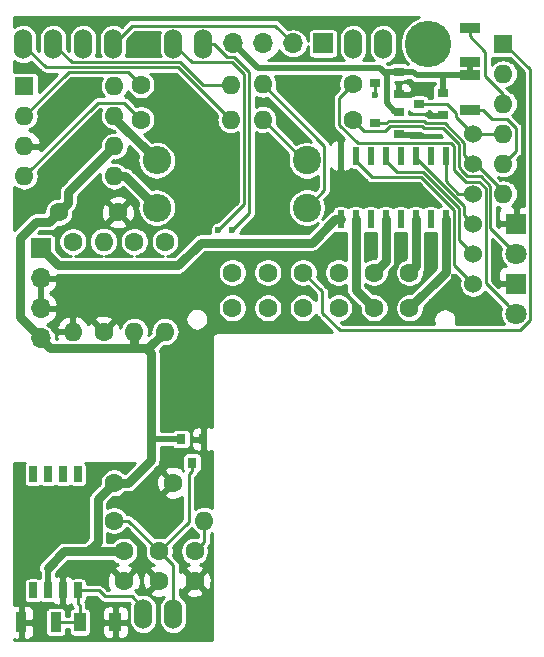
<source format=gtl>
G04 #@! TF.GenerationSoftware,KiCad,Pcbnew,(5.1.0)-1*
G04 #@! TF.CreationDate,2019-05-05T09:38:05-04:00*
G04 #@! TF.ProjectId,NO2C,4e4f3243-2e6b-4696-9361-645f70636258,v0.1.1*
G04 #@! TF.SameCoordinates,Original*
G04 #@! TF.FileFunction,Copper,L1,Top*
G04 #@! TF.FilePolarity,Positive*
%FSLAX46Y46*%
G04 Gerber Fmt 4.6, Leading zero omitted, Abs format (unit mm)*
G04 Created by KiCad (PCBNEW (5.1.0)-1) date 2019-05-05 09:38:05*
%MOMM*%
%LPD*%
G04 APERTURE LIST*
%ADD10R,0.685800X1.346200*%
%ADD11C,1.600000*%
%ADD12O,1.600000X1.600000*%
%ADD13C,0.600000*%
%ADD14R,1.700000X1.700000*%
%ADD15O,1.700000X1.700000*%
%ADD16R,0.900000X0.800000*%
%ADD17R,1.600000X1.600000*%
%ADD18R,1.700000X0.900000*%
%ADD19R,1.800000X1.800000*%
%ADD20C,1.800000*%
%ADD21C,2.400000*%
%ADD22O,2.400000X2.400000*%
%ADD23R,0.600000X1.500000*%
%ADD24R,0.900000X1.700000*%
%ADD25R,1.000000X1.600000*%
%ADD26C,3.937000*%
%ADD27O,1.524000X2.540000*%
%ADD28C,1.524000*%
%ADD29R,0.800000X0.900000*%
%ADD30C,0.250000*%
%ADD31C,0.750000*%
%ADD32C,0.500000*%
%ADD33C,0.254000*%
G04 APERTURE END LIST*
D10*
X148295000Y-112914900D03*
X149565000Y-112914900D03*
X150835000Y-112914900D03*
X152105000Y-112914900D03*
X152105000Y-103085100D03*
X150835000Y-103085100D03*
X149565000Y-103085100D03*
X148295000Y-103085100D03*
D11*
X157450000Y-70100000D03*
D12*
X165070000Y-70100000D03*
D13*
X150500000Y-77300000D03*
X153200000Y-81700000D03*
D11*
X165200000Y-86000000D03*
X168200000Y-86000000D03*
X171200000Y-86000000D03*
X174200000Y-86000000D03*
X177200000Y-86000000D03*
X180200000Y-86000000D03*
X165200000Y-89000000D03*
X168200000Y-89000000D03*
X171200000Y-89000000D03*
X174200000Y-89000000D03*
X177200000Y-89000000D03*
X180200000Y-89000000D03*
X151700000Y-83380000D03*
D12*
X151700000Y-91000000D03*
D11*
X154300000Y-91000000D03*
D12*
X154300000Y-83380000D03*
D11*
X156900000Y-83380000D03*
D12*
X156900000Y-91000000D03*
D11*
X159500000Y-83380000D03*
D12*
X159500000Y-91000000D03*
D13*
X182000000Y-84200000D03*
X177300000Y-84200000D03*
X179400000Y-64800000D03*
X175200000Y-78000000D03*
D14*
X172880000Y-66600000D03*
D15*
X170340000Y-66600000D03*
X167800000Y-66600000D03*
X165260000Y-66600000D03*
D13*
X175200000Y-79600000D03*
D16*
X183000000Y-72700000D03*
X183000000Y-70800000D03*
X181000000Y-71750000D03*
D13*
X172300000Y-90500000D03*
D17*
X188141100Y-66633600D03*
D12*
X188141100Y-69173600D03*
X188141100Y-71713600D03*
X188141100Y-74253600D03*
X188141100Y-76793600D03*
X188141100Y-79333600D03*
D18*
X185300000Y-65300000D03*
X185300000Y-68200000D03*
D13*
X187200000Y-88400000D03*
X165700000Y-87400000D03*
X185000000Y-90000000D03*
D19*
X189230000Y-81873600D03*
D20*
X189230000Y-84413600D03*
D11*
X156000000Y-109600000D03*
X156000000Y-112100000D03*
D13*
X156000000Y-102400000D03*
D17*
X147580000Y-70210000D03*
D12*
X155200000Y-77830000D03*
X147580000Y-72750000D03*
X155200000Y-75290000D03*
X147580000Y-75290000D03*
X155200000Y-72750000D03*
X147580000Y-77830000D03*
X155200000Y-70210000D03*
D13*
X151200000Y-71600000D03*
X153200000Y-70400000D03*
X174500000Y-84200000D03*
X172300000Y-71500000D03*
X169600000Y-70000000D03*
X169400000Y-84800000D03*
X168400000Y-87600000D03*
X156600000Y-87800000D03*
X153100000Y-87800000D03*
X162400000Y-105100000D03*
X187800000Y-85200000D03*
X148800000Y-64800000D03*
X149400000Y-69600000D03*
X159600000Y-71000000D03*
X157800000Y-66600000D03*
X181000000Y-79600000D03*
X172000000Y-78400000D03*
X184000000Y-86400000D03*
X179400000Y-84200000D03*
X182100000Y-88500000D03*
X175700000Y-88800000D03*
X178700000Y-88300000D03*
X178100000Y-79600000D03*
X170200000Y-74000000D03*
X168800000Y-81600000D03*
X168000000Y-78200000D03*
X168000000Y-75600000D03*
X165000000Y-75600000D03*
X165000000Y-80000000D03*
X162200000Y-81200000D03*
X162200000Y-77600000D03*
X162200000Y-73800000D03*
X148700000Y-79600000D03*
X147200000Y-80900000D03*
X153200000Y-75400000D03*
X153200000Y-73600000D03*
X162600000Y-86800000D03*
X162600000Y-85200000D03*
X161200000Y-92500000D03*
X147200000Y-105000000D03*
D11*
X175400000Y-73050000D03*
D12*
X167780000Y-73050000D03*
D21*
X171500000Y-80500000D03*
D22*
X158800000Y-80500000D03*
D23*
X183270000Y-76100000D03*
X182000000Y-76100000D03*
X180730000Y-76100000D03*
X179460000Y-76100000D03*
X178190000Y-76100000D03*
X176920000Y-76100000D03*
X175650000Y-76100000D03*
X174380000Y-76100000D03*
X174380000Y-81500000D03*
X175650000Y-81500000D03*
X176920000Y-81500000D03*
X178190000Y-81500000D03*
X179460000Y-81500000D03*
X180730000Y-81500000D03*
X182000000Y-81500000D03*
X183270000Y-81500000D03*
D14*
X148971000Y-83947000D03*
D15*
X148971000Y-86487000D03*
X148971000Y-89027000D03*
X148971000Y-91567000D03*
D21*
X171500000Y-76500000D03*
D22*
X158800000Y-76500000D03*
D11*
X175400000Y-70050000D03*
D12*
X167780000Y-70050000D03*
D11*
X162000000Y-109600000D03*
X162000000Y-112100000D03*
X159000000Y-109600000D03*
X159000000Y-112100000D03*
D19*
X189230000Y-86953600D03*
D20*
X189230000Y-89493600D03*
D11*
X157450000Y-73050000D03*
D12*
X165070000Y-73050000D03*
D11*
X155200000Y-107000000D03*
D12*
X162820000Y-107000000D03*
D13*
X159000000Y-116800000D03*
D24*
X150250000Y-115600000D03*
X147350000Y-115600000D03*
D25*
X155300000Y-115600000D03*
X152300000Y-115600000D03*
D26*
X181791100Y-66633600D03*
D27*
X147501100Y-66633600D03*
X150041100Y-66633600D03*
X152581100Y-66633600D03*
X155121100Y-66633600D03*
X175441100Y-66633600D03*
X177981100Y-66633600D03*
X162741100Y-66633600D03*
X160201100Y-66633600D03*
X157661100Y-114893600D03*
X160201100Y-114893600D03*
D28*
X185601100Y-79333600D03*
X185601100Y-76793600D03*
X185601100Y-74253600D03*
X185601100Y-81873600D03*
X185601100Y-86953600D03*
X185601100Y-84413600D03*
D18*
X185300000Y-72200000D03*
X185300000Y-69300000D03*
D11*
X155500000Y-80900000D03*
X150500000Y-80900000D03*
X155200000Y-103800000D03*
X160200000Y-103800000D03*
D16*
X179300000Y-74300000D03*
X179300000Y-72400000D03*
X177300000Y-73350000D03*
X179300000Y-70900000D03*
X179300000Y-69000000D03*
X177300000Y-69950000D03*
D29*
X162750000Y-100100000D03*
X160850000Y-100100000D03*
X161800000Y-102100000D03*
D13*
X181991000Y-72669400D03*
X180670200Y-70332600D03*
X180644800Y-74320400D03*
X177292000Y-70942200D03*
X164025000Y-82399998D03*
X165200000Y-82400000D03*
D30*
X162750000Y-100100000D02*
X162725000Y-100100000D01*
D31*
X158325000Y-99475000D02*
X158325000Y-101875000D01*
X158325000Y-101875000D02*
X156400000Y-103800000D01*
X156400000Y-103800000D02*
X155200000Y-103800000D01*
X157900000Y-92400000D02*
X158325000Y-92825000D01*
X158325000Y-92825000D02*
X158325000Y-99825000D01*
X157900000Y-92400000D02*
X158100000Y-92400000D01*
X158100000Y-92400000D02*
X159500000Y-91000000D01*
X150500000Y-80900000D02*
X149700001Y-81699999D01*
X149700001Y-81699999D02*
X148572999Y-81699999D01*
X148572999Y-81699999D02*
X147200000Y-83072998D01*
X147200000Y-83072998D02*
X147200000Y-89796000D01*
X147200000Y-89796000D02*
X148971000Y-91567000D01*
X150500000Y-80900000D02*
X151299999Y-80100001D01*
X151299999Y-80100001D02*
X151299999Y-79190001D01*
X154400001Y-76089999D02*
X155200000Y-75290000D01*
X151299999Y-79190001D02*
X154400001Y-76089999D01*
X157000000Y-92400000D02*
X157900000Y-92400000D01*
X149804000Y-92400000D02*
X157000000Y-92400000D01*
X148971000Y-91567000D02*
X149804000Y-92400000D01*
X157000000Y-92400000D02*
X156900000Y-92300000D01*
X156900000Y-92300000D02*
X156900000Y-91000000D01*
D32*
X165260000Y-66600000D02*
X167360000Y-68700000D01*
X177700000Y-68700000D02*
X178000000Y-69000000D01*
X167360000Y-68700000D02*
X177700000Y-68700000D01*
X158600000Y-100100000D02*
X160850000Y-100100000D01*
X178000000Y-69000000D02*
X178275001Y-69275001D01*
X179004998Y-72400000D02*
X179300000Y-72400000D01*
X178275001Y-71670003D02*
X179004998Y-72400000D01*
X178275001Y-69275001D02*
X178275001Y-71670003D01*
X179300000Y-69000000D02*
X180500000Y-69000000D01*
X180500000Y-69000000D02*
X180800000Y-69300000D01*
X180800000Y-69300000D02*
X183000000Y-69300000D01*
X178000000Y-69000000D02*
X179300000Y-69000000D01*
X183000000Y-69300000D02*
X185300000Y-69300000D01*
X183000000Y-69300000D02*
X183000000Y-70800000D01*
X185300000Y-69300000D02*
X185300000Y-68200000D01*
D31*
X155200000Y-103800000D02*
X153800000Y-105200000D01*
X153800000Y-108800000D02*
X153000000Y-109600000D01*
X153800000Y-105200000D02*
X153800000Y-108800000D01*
X156000000Y-109600000D02*
X153000000Y-109600000D01*
X153000000Y-109600000D02*
X150965000Y-109600000D01*
X150965000Y-109600000D02*
X149565000Y-111000000D01*
D32*
X149565000Y-111000000D02*
X149565000Y-112914900D01*
D30*
X152105000Y-112914900D02*
X152119900Y-112900000D01*
X152119900Y-112900000D02*
X153900000Y-112900000D01*
X153900000Y-112900000D02*
X154400000Y-113400000D01*
X156675500Y-113400000D02*
X157661100Y-114385600D01*
X154400000Y-113400000D02*
X156675500Y-113400000D01*
X157661100Y-114385600D02*
X157661100Y-114893600D01*
X152300000Y-115600000D02*
X152300000Y-114200000D01*
X152300000Y-114200000D02*
X152105000Y-114005000D01*
X152105000Y-114005000D02*
X152105000Y-112914900D01*
X152100000Y-112919900D02*
X152105000Y-112914900D01*
X150250000Y-115600000D02*
X152300000Y-115600000D01*
X161500000Y-107100000D02*
X161500000Y-103100000D01*
X161500000Y-103100000D02*
X161800000Y-102800000D01*
X161800000Y-102800000D02*
X161800000Y-102100000D01*
X159000000Y-109600000D02*
X161500000Y-107100000D01*
X155200000Y-107000000D02*
X156400000Y-107000000D01*
X156400000Y-107000000D02*
X159000000Y-109600000D01*
X160201100Y-114893600D02*
X160201100Y-110801100D01*
X160201100Y-110801100D02*
X159000000Y-109600000D01*
X189230000Y-84413600D02*
X187050000Y-82233600D01*
X184564099Y-77264099D02*
X184400000Y-77100000D01*
X184400000Y-75152962D02*
X183022050Y-73775012D01*
X176375001Y-74025001D02*
X176199999Y-73849999D01*
X187050000Y-82233600D02*
X187050000Y-78650000D01*
X185103339Y-77830601D02*
X184564099Y-77291361D01*
X181459312Y-73775012D02*
X181284311Y-73600011D01*
X187050000Y-78650000D02*
X186230601Y-77830601D01*
X186230601Y-77830601D02*
X185103339Y-77830601D01*
X184564099Y-77291361D02*
X184564099Y-77264099D01*
X184400000Y-77100000D02*
X184400000Y-75152962D01*
X183022050Y-73775012D02*
X181459312Y-73775012D01*
X181284311Y-73600011D02*
X178565689Y-73600011D01*
X178565689Y-73600011D02*
X178140699Y-74025001D01*
X178140699Y-74025001D02*
X176375001Y-74025001D01*
X176199999Y-73849999D02*
X175400000Y-73050000D01*
X175400000Y-70050000D02*
X174250000Y-71200000D01*
X174250000Y-71200000D02*
X174250000Y-73491002D01*
X185003639Y-78296599D02*
X186098861Y-78296599D01*
X174250000Y-73491002D02*
X175808998Y-75050000D01*
X186098861Y-78296599D02*
X186649990Y-78847728D01*
X175808998Y-75050000D02*
X183731340Y-75050000D01*
X183731340Y-75050000D02*
X183999990Y-75318650D01*
X183999990Y-75318650D02*
X183999990Y-77292950D01*
X188330001Y-88593601D02*
X189230000Y-89493600D01*
X183999990Y-77292950D02*
X185003639Y-78296599D01*
X186649990Y-78847728D02*
X186649990Y-86913590D01*
X186649990Y-86913590D02*
X188330001Y-88593601D01*
X181000000Y-71750000D02*
X183395002Y-71750000D01*
X184174999Y-72827499D02*
X185601100Y-74253600D01*
X183395002Y-71750000D02*
X184174999Y-72529997D01*
X184174999Y-72529997D02*
X184174999Y-72827499D01*
X188200000Y-74260000D02*
X185607500Y-74260000D01*
X185607500Y-74260000D02*
X185601100Y-74253600D01*
X177292000Y-69958000D02*
X177300000Y-69950000D01*
X177292000Y-70942200D02*
X177292000Y-69958000D01*
X188200000Y-79340000D02*
X188200000Y-79200000D01*
X188200000Y-79200000D02*
X185793600Y-76793600D01*
X185793600Y-76793600D02*
X185601100Y-76793600D01*
X177300000Y-73350000D02*
X178250000Y-73350000D01*
X178250000Y-73350000D02*
X178450000Y-73150000D01*
X178450000Y-73150000D02*
X181400000Y-73150000D01*
X181400000Y-73150000D02*
X181625001Y-73375001D01*
X181625001Y-73375001D02*
X183187739Y-73375001D01*
X183187739Y-73375001D02*
X184839101Y-75026363D01*
X184839101Y-75026363D02*
X184839101Y-76031601D01*
X184839101Y-76031601D02*
X185601100Y-76793600D01*
X185601100Y-79333600D02*
X184333600Y-79333600D01*
X184333600Y-79333600D02*
X183270000Y-78270000D01*
X183270000Y-78270000D02*
X183270000Y-76100000D01*
X184839101Y-80407701D02*
X180730000Y-76298600D01*
X184839101Y-81111601D02*
X184839101Y-80407701D01*
X180730000Y-76298600D02*
X180730000Y-76100000D01*
X185601100Y-81873600D02*
X184839101Y-81111601D01*
X178190000Y-76100000D02*
X178190000Y-76550000D01*
X184400011Y-83212511D02*
X184839101Y-83651601D01*
X184839101Y-83651601D02*
X185601100Y-84413600D01*
X181365689Y-77499989D02*
X184400011Y-80534311D01*
X179139989Y-77499989D02*
X181365689Y-77499989D01*
X178190000Y-76550000D02*
X179139989Y-77499989D01*
X184400011Y-80534311D02*
X184400011Y-83212511D01*
X177000000Y-77900000D02*
X181200000Y-77900000D01*
X175650000Y-76550000D02*
X177000000Y-77900000D01*
X184000000Y-85352500D02*
X185601100Y-86953600D01*
X181200000Y-77900000D02*
X184000000Y-80700000D01*
X175650000Y-76100000D02*
X175650000Y-76550000D01*
X184000000Y-80700000D02*
X184000000Y-85352500D01*
D31*
X148971000Y-83947000D02*
X150424000Y-85400000D01*
X150424000Y-85400000D02*
X160600000Y-85400000D01*
X160600000Y-85400000D02*
X162529180Y-83470820D01*
X162529180Y-83470820D02*
X171929180Y-83470820D01*
X171929180Y-83470820D02*
X173900000Y-81500000D01*
X173900000Y-81500000D02*
X174380000Y-81500000D01*
X155200000Y-77830000D02*
X156130000Y-77830000D01*
X156130000Y-77830000D02*
X158800000Y-80500000D01*
D30*
X147580000Y-72750000D02*
X151330000Y-69000000D01*
X151330000Y-69000000D02*
X156350000Y-69000000D01*
X156350000Y-69000000D02*
X157450000Y-70100000D01*
D31*
X155200000Y-72750000D02*
X155200000Y-72900000D01*
X155200000Y-72900000D02*
X158800000Y-76500000D01*
D30*
X147580000Y-77830000D02*
X153785000Y-71625000D01*
X153785000Y-71625000D02*
X156025000Y-71625000D01*
X156025000Y-71625000D02*
X157450000Y-73050000D01*
X164324999Y-82099999D02*
X164025000Y-82399998D01*
X166200000Y-80224998D02*
X164324999Y-82099999D01*
X165200000Y-68200000D02*
X166200000Y-69200000D01*
X160201100Y-66633600D02*
X161767500Y-68200000D01*
X161767500Y-68200000D02*
X165200000Y-68200000D01*
X166200000Y-69200000D02*
X166200000Y-80224998D01*
X162741100Y-66633600D02*
X163633600Y-66633600D01*
X165499999Y-82100001D02*
X165200000Y-82400000D01*
X163633600Y-66633600D02*
X164025000Y-67025000D01*
X165350001Y-67725001D02*
X166645001Y-69020001D01*
X164025000Y-67025000D02*
X164025000Y-67030002D01*
X164025000Y-67030002D02*
X164719999Y-67725001D01*
X164719999Y-67725001D02*
X165350001Y-67725001D01*
X166645001Y-69020001D02*
X166645001Y-80954999D01*
X166645001Y-80954999D02*
X165499999Y-82100001D01*
X170340000Y-66600000D02*
X168828590Y-65088590D01*
X168828590Y-65088590D02*
X156711410Y-65088590D01*
X156711410Y-65088590D02*
X155166400Y-66633600D01*
X155166400Y-66633600D02*
X155121100Y-66633600D01*
X162000000Y-109600000D02*
X162820000Y-108780000D01*
X162820000Y-108780000D02*
X162820000Y-107000000D01*
D31*
X175650000Y-81500000D02*
X175650000Y-87450000D01*
X175650000Y-87450000D02*
X177200000Y-89000000D01*
X178190000Y-81500000D02*
X178190000Y-85010000D01*
X178190000Y-85010000D02*
X177200000Y-86000000D01*
X180730000Y-81500000D02*
X180730000Y-85470000D01*
X180730000Y-85470000D02*
X180200000Y-86000000D01*
X183270000Y-81500000D02*
X183270000Y-85930000D01*
X183270000Y-85930000D02*
X180200000Y-89000000D01*
D30*
X167780000Y-70050000D02*
X172975001Y-75245001D01*
X172975001Y-75245001D02*
X172975001Y-79024999D01*
X172975001Y-79024999D02*
X171500000Y-80500000D01*
X188200000Y-66640000D02*
X188240000Y-66640000D01*
X189524977Y-90875023D02*
X174284021Y-90875023D01*
X188240000Y-66640000D02*
X190406020Y-68806020D01*
X174284021Y-90875023D02*
X172800000Y-89391002D01*
X172800000Y-87600000D02*
X171200000Y-86000000D01*
X190406020Y-68806020D02*
X190406020Y-89993980D01*
X190406020Y-89993980D02*
X189524977Y-90875023D01*
X172800000Y-89391002D02*
X172800000Y-87600000D01*
X185300000Y-65300000D02*
X185300000Y-66000000D01*
X186600000Y-69348998D02*
X188141100Y-70890098D01*
X185300000Y-66000000D02*
X186600000Y-67300000D01*
X186600000Y-67300000D02*
X186600000Y-69348998D01*
X188141100Y-70890098D02*
X188141100Y-71713600D01*
X167780000Y-73050000D02*
X171230000Y-76500000D01*
X171230000Y-76500000D02*
X171500000Y-76500000D01*
X187200000Y-73000000D02*
X188478502Y-73000000D01*
X188478502Y-73000000D02*
X189216101Y-73737599D01*
X189216101Y-73737599D02*
X189216101Y-75718599D01*
X189216101Y-75718599D02*
X188141100Y-76793600D01*
X185300000Y-72200000D02*
X186400000Y-72200000D01*
X186400000Y-72200000D02*
X187200000Y-73000000D01*
X150041100Y-66633600D02*
X151607478Y-68199978D01*
X151607478Y-68199978D02*
X160799978Y-68199978D01*
X160799978Y-68199978D02*
X162700000Y-70100000D01*
X162700000Y-70100000D02*
X163938630Y-70100000D01*
X163938630Y-70100000D02*
X165070000Y-70100000D01*
X147501100Y-66633600D02*
X147501100Y-66701100D01*
X147501100Y-66701100D02*
X149399989Y-68599989D01*
X149399989Y-68599989D02*
X160619989Y-68599989D01*
X160619989Y-68599989D02*
X164270001Y-72250001D01*
X164270001Y-72250001D02*
X165070000Y-73050000D01*
D33*
G36*
X147648705Y-102108605D02*
G01*
X147595345Y-102173624D01*
X147555695Y-102247804D01*
X147531278Y-102328293D01*
X147523034Y-102412000D01*
X147523034Y-103758200D01*
X147531278Y-103841907D01*
X147555695Y-103922396D01*
X147595345Y-103996576D01*
X147648705Y-104061595D01*
X147713724Y-104114955D01*
X147787904Y-104154605D01*
X147868393Y-104179022D01*
X147952100Y-104187266D01*
X148637900Y-104187266D01*
X148721607Y-104179022D01*
X148802096Y-104154605D01*
X148876276Y-104114955D01*
X148930000Y-104070865D01*
X148983724Y-104114955D01*
X149057904Y-104154605D01*
X149138393Y-104179022D01*
X149222100Y-104187266D01*
X149907900Y-104187266D01*
X149991607Y-104179022D01*
X150072096Y-104154605D01*
X150146276Y-104114955D01*
X150200000Y-104070865D01*
X150253724Y-104114955D01*
X150327904Y-104154605D01*
X150408393Y-104179022D01*
X150492100Y-104187266D01*
X151177900Y-104187266D01*
X151261607Y-104179022D01*
X151342096Y-104154605D01*
X151416276Y-104114955D01*
X151470000Y-104070865D01*
X151523724Y-104114955D01*
X151597904Y-104154605D01*
X151678393Y-104179022D01*
X151762100Y-104187266D01*
X152447900Y-104187266D01*
X152531607Y-104179022D01*
X152612096Y-104154605D01*
X152686276Y-104114955D01*
X152751295Y-104061595D01*
X152804655Y-103996576D01*
X152844305Y-103922396D01*
X152868722Y-103841907D01*
X152876966Y-103758200D01*
X152876966Y-102412000D01*
X152868722Y-102328293D01*
X152844305Y-102247804D01*
X152804655Y-102173624D01*
X152751295Y-102108605D01*
X152743247Y-102102000D01*
X156963801Y-102102000D01*
X156100521Y-102965281D01*
X155982167Y-102846927D01*
X155781202Y-102712647D01*
X155557903Y-102620153D01*
X155320849Y-102573000D01*
X155079151Y-102573000D01*
X154842097Y-102620153D01*
X154618798Y-102712647D01*
X154417833Y-102846927D01*
X154246927Y-103017833D01*
X154112647Y-103218798D01*
X154020153Y-103442097D01*
X153973000Y-103679151D01*
X153973000Y-103892801D01*
X153260762Y-104605040D01*
X153230157Y-104630157D01*
X153129935Y-104752278D01*
X153108328Y-104792702D01*
X153055464Y-104891604D01*
X153011459Y-105036671D01*
X153009605Y-105042782D01*
X152998000Y-105160607D01*
X152998000Y-105160614D01*
X152994121Y-105200000D01*
X152998000Y-105239386D01*
X152998001Y-108467800D01*
X152667802Y-108798000D01*
X151004386Y-108798000D01*
X150965000Y-108794121D01*
X150925614Y-108798000D01*
X150925606Y-108798000D01*
X150821215Y-108808282D01*
X150807780Y-108809605D01*
X150709579Y-108839394D01*
X150656603Y-108855464D01*
X150517277Y-108929935D01*
X150395157Y-109030157D01*
X150370044Y-109060757D01*
X148970045Y-110460757D01*
X148894936Y-110552277D01*
X148820464Y-110691604D01*
X148774605Y-110842781D01*
X148759121Y-111000000D01*
X148774605Y-111157219D01*
X148820464Y-111308396D01*
X148888000Y-111434747D01*
X148888000Y-111894667D01*
X148876276Y-111885045D01*
X148802096Y-111845395D01*
X148721607Y-111820978D01*
X148637900Y-111812734D01*
X147952100Y-111812734D01*
X147868393Y-111820978D01*
X147787904Y-111845395D01*
X147713724Y-111885045D01*
X147648705Y-111938405D01*
X147595345Y-112003424D01*
X147555695Y-112077604D01*
X147531278Y-112158093D01*
X147523034Y-112241800D01*
X147523034Y-113588000D01*
X147531278Y-113671707D01*
X147555695Y-113752196D01*
X147595345Y-113826376D01*
X147648705Y-113891395D01*
X147713724Y-113944755D01*
X147787904Y-113984405D01*
X147868393Y-114008822D01*
X147952100Y-114017066D01*
X148637900Y-114017066D01*
X148721607Y-114008822D01*
X148802096Y-113984405D01*
X148876276Y-113944755D01*
X148930000Y-113900665D01*
X148983724Y-113944755D01*
X149057904Y-113984405D01*
X149138393Y-114008822D01*
X149222100Y-114017066D01*
X149907900Y-114017066D01*
X149991607Y-114008822D01*
X150011135Y-114002898D01*
X150040915Y-114039185D01*
X150137606Y-114118537D01*
X150247920Y-114177502D01*
X150367618Y-114213812D01*
X150492100Y-114226072D01*
X150549250Y-114223000D01*
X150708000Y-114064250D01*
X150708000Y-113041900D01*
X150688000Y-113041900D01*
X150688000Y-112787900D01*
X150708000Y-112787900D01*
X150708000Y-111765550D01*
X150549250Y-111606800D01*
X150492100Y-111603728D01*
X150367618Y-111615988D01*
X150247920Y-111652298D01*
X150242000Y-111655462D01*
X150242000Y-111457198D01*
X151297199Y-110402000D01*
X152960614Y-110402000D01*
X153000000Y-110405879D01*
X153039386Y-110402000D01*
X155066760Y-110402000D01*
X155217833Y-110553073D01*
X155418798Y-110687353D01*
X155543819Y-110739139D01*
X155383708Y-110796397D01*
X155258486Y-110863329D01*
X155186903Y-111107298D01*
X156000000Y-111920395D01*
X156813097Y-111107298D01*
X156741514Y-110863329D01*
X156486004Y-110742429D01*
X156462476Y-110736531D01*
X156581202Y-110687353D01*
X156782167Y-110553073D01*
X156953073Y-110382167D01*
X157087353Y-110181202D01*
X157179847Y-109957903D01*
X157227000Y-109720849D01*
X157227000Y-109479151D01*
X157179847Y-109242097D01*
X157087353Y-109018798D01*
X156953073Y-108817833D01*
X156782167Y-108646927D01*
X156581202Y-108512647D01*
X156357903Y-108420153D01*
X156120849Y-108373000D01*
X155879151Y-108373000D01*
X155642097Y-108420153D01*
X155418798Y-108512647D01*
X155217833Y-108646927D01*
X155066760Y-108798000D01*
X154605682Y-108798000D01*
X154602000Y-108760614D01*
X154602000Y-108076129D01*
X154618798Y-108087353D01*
X154842097Y-108179847D01*
X155079151Y-108227000D01*
X155320849Y-108227000D01*
X155557903Y-108179847D01*
X155781202Y-108087353D01*
X155982167Y-107953073D01*
X156153073Y-107782167D01*
X156252588Y-107633232D01*
X157832249Y-109212895D01*
X157820153Y-109242097D01*
X157773000Y-109479151D01*
X157773000Y-109720849D01*
X157820153Y-109957903D01*
X157912647Y-110181202D01*
X158046927Y-110382167D01*
X158217833Y-110553073D01*
X158418798Y-110687353D01*
X158543819Y-110739139D01*
X158383708Y-110796397D01*
X158258486Y-110863329D01*
X158186903Y-111107298D01*
X159000000Y-111920395D01*
X159014143Y-111906253D01*
X159193748Y-112085858D01*
X159179605Y-112100000D01*
X159193748Y-112114143D01*
X159014143Y-112293748D01*
X159000000Y-112279605D01*
X158186903Y-113092702D01*
X158258486Y-113336671D01*
X158513996Y-113457571D01*
X158788184Y-113526300D01*
X159070512Y-113540217D01*
X159350130Y-113498787D01*
X159451723Y-113462456D01*
X159356282Y-113540782D01*
X159207699Y-113721832D01*
X159097292Y-113928389D01*
X159029304Y-114152516D01*
X159012100Y-114327190D01*
X159012100Y-115460011D01*
X159029304Y-115634685D01*
X159097292Y-115858812D01*
X159207700Y-116065369D01*
X159356283Y-116246418D01*
X159537332Y-116395001D01*
X159743889Y-116505408D01*
X159968016Y-116573396D01*
X160201100Y-116596353D01*
X160434185Y-116573396D01*
X160658312Y-116505408D01*
X160864869Y-116395001D01*
X161045918Y-116246418D01*
X161194501Y-116065369D01*
X161304908Y-115858812D01*
X161372896Y-115634685D01*
X161390100Y-115460011D01*
X161390100Y-114327189D01*
X161372896Y-114152515D01*
X161304908Y-113928388D01*
X161194501Y-113721831D01*
X161045918Y-113540782D01*
X160864868Y-113392199D01*
X160753100Y-113332458D01*
X160753100Y-113092702D01*
X161186903Y-113092702D01*
X161258486Y-113336671D01*
X161513996Y-113457571D01*
X161788184Y-113526300D01*
X162070512Y-113540217D01*
X162350130Y-113498787D01*
X162616292Y-113403603D01*
X162741514Y-113336671D01*
X162813097Y-113092702D01*
X162000000Y-112279605D01*
X161186903Y-113092702D01*
X160753100Y-113092702D01*
X160753100Y-112822377D01*
X160763329Y-112841514D01*
X161007298Y-112913097D01*
X161820395Y-112100000D01*
X162179605Y-112100000D01*
X162992702Y-112913097D01*
X163236671Y-112841514D01*
X163357571Y-112586004D01*
X163426300Y-112311816D01*
X163440217Y-112029488D01*
X163398787Y-111749870D01*
X163303603Y-111483708D01*
X163236671Y-111358486D01*
X162992702Y-111286903D01*
X162179605Y-112100000D01*
X161820395Y-112100000D01*
X161007298Y-111286903D01*
X160763329Y-111358486D01*
X160753100Y-111380104D01*
X160753100Y-110828206D01*
X160755770Y-110801100D01*
X160749991Y-110742429D01*
X160745112Y-110692889D01*
X160713548Y-110588837D01*
X160662291Y-110492942D01*
X160593311Y-110408889D01*
X160572249Y-110391604D01*
X160167751Y-109987106D01*
X160179847Y-109957903D01*
X160227000Y-109720849D01*
X160227000Y-109479151D01*
X160179847Y-109242097D01*
X160167751Y-109212894D01*
X161760301Y-107620344D01*
X161794851Y-107684983D01*
X161948183Y-107871817D01*
X162135017Y-108025149D01*
X162268000Y-108096230D01*
X162268000Y-108402270D01*
X162120849Y-108373000D01*
X161879151Y-108373000D01*
X161642097Y-108420153D01*
X161418798Y-108512647D01*
X161217833Y-108646927D01*
X161046927Y-108817833D01*
X160912647Y-109018798D01*
X160820153Y-109242097D01*
X160773000Y-109479151D01*
X160773000Y-109720849D01*
X160820153Y-109957903D01*
X160912647Y-110181202D01*
X161046927Y-110382167D01*
X161217833Y-110553073D01*
X161418798Y-110687353D01*
X161543819Y-110739139D01*
X161383708Y-110796397D01*
X161258486Y-110863329D01*
X161186903Y-111107298D01*
X162000000Y-111920395D01*
X162813097Y-111107298D01*
X162741514Y-110863329D01*
X162486004Y-110742429D01*
X162462476Y-110736531D01*
X162581202Y-110687353D01*
X162782167Y-110553073D01*
X162953073Y-110382167D01*
X163087353Y-110181202D01*
X163179847Y-109957903D01*
X163227000Y-109720849D01*
X163227000Y-109479151D01*
X163179847Y-109242097D01*
X163167751Y-109212895D01*
X163191154Y-109189492D01*
X163212211Y-109172211D01*
X163281191Y-109088158D01*
X163332448Y-108992263D01*
X163364012Y-108888211D01*
X163372000Y-108807109D01*
X163372000Y-108807107D01*
X163374670Y-108780001D01*
X163372000Y-108752895D01*
X163372000Y-108096229D01*
X163498000Y-108028881D01*
X163498000Y-117100000D01*
X146755200Y-117100000D01*
X146755200Y-117069649D01*
X146775518Y-117075812D01*
X146900000Y-117088072D01*
X147064250Y-117085000D01*
X147223000Y-116926250D01*
X147223000Y-115727000D01*
X147477000Y-115727000D01*
X147477000Y-116926250D01*
X147635750Y-117085000D01*
X147800000Y-117088072D01*
X147924482Y-117075812D01*
X148044180Y-117039502D01*
X148154494Y-116980537D01*
X148251185Y-116901185D01*
X148330537Y-116804494D01*
X148389502Y-116694180D01*
X148425812Y-116574482D01*
X148438072Y-116450000D01*
X148435000Y-115885750D01*
X148276250Y-115727000D01*
X147477000Y-115727000D01*
X147223000Y-115727000D01*
X147203000Y-115727000D01*
X147203000Y-115473000D01*
X147223000Y-115473000D01*
X147223000Y-114273750D01*
X147477000Y-114273750D01*
X147477000Y-115473000D01*
X148276250Y-115473000D01*
X148435000Y-115314250D01*
X148438072Y-114750000D01*
X149370934Y-114750000D01*
X149370934Y-116450000D01*
X149379178Y-116533707D01*
X149403595Y-116614196D01*
X149443245Y-116688376D01*
X149496605Y-116753395D01*
X149561624Y-116806755D01*
X149635804Y-116846405D01*
X149716293Y-116870822D01*
X149800000Y-116879066D01*
X150700000Y-116879066D01*
X150783707Y-116870822D01*
X150864196Y-116846405D01*
X150938376Y-116806755D01*
X151003395Y-116753395D01*
X151056755Y-116688376D01*
X151096405Y-116614196D01*
X151120822Y-116533707D01*
X151129066Y-116450000D01*
X151129066Y-116152000D01*
X151370934Y-116152000D01*
X151370934Y-116400000D01*
X151379178Y-116483707D01*
X151403595Y-116564196D01*
X151443245Y-116638376D01*
X151496605Y-116703395D01*
X151561624Y-116756755D01*
X151635804Y-116796405D01*
X151716293Y-116820822D01*
X151800000Y-116829066D01*
X152800000Y-116829066D01*
X152883707Y-116820822D01*
X152964196Y-116796405D01*
X153038376Y-116756755D01*
X153103395Y-116703395D01*
X153156755Y-116638376D01*
X153196405Y-116564196D01*
X153220822Y-116483707D01*
X153229066Y-116400000D01*
X154161928Y-116400000D01*
X154174188Y-116524482D01*
X154210498Y-116644180D01*
X154269463Y-116754494D01*
X154348815Y-116851185D01*
X154445506Y-116930537D01*
X154555820Y-116989502D01*
X154675518Y-117025812D01*
X154800000Y-117038072D01*
X155014250Y-117035000D01*
X155173000Y-116876250D01*
X155173000Y-115727000D01*
X155427000Y-115727000D01*
X155427000Y-116876250D01*
X155585750Y-117035000D01*
X155800000Y-117038072D01*
X155924482Y-117025812D01*
X156044180Y-116989502D01*
X156154494Y-116930537D01*
X156251185Y-116851185D01*
X156330537Y-116754494D01*
X156389502Y-116644180D01*
X156425812Y-116524482D01*
X156438072Y-116400000D01*
X156435000Y-115885750D01*
X156276250Y-115727000D01*
X155427000Y-115727000D01*
X155173000Y-115727000D01*
X154323750Y-115727000D01*
X154165000Y-115885750D01*
X154161928Y-116400000D01*
X153229066Y-116400000D01*
X153229066Y-114800000D01*
X154161928Y-114800000D01*
X154165000Y-115314250D01*
X154323750Y-115473000D01*
X155173000Y-115473000D01*
X155173000Y-114323750D01*
X155427000Y-114323750D01*
X155427000Y-115473000D01*
X156276250Y-115473000D01*
X156435000Y-115314250D01*
X156438072Y-114800000D01*
X156425812Y-114675518D01*
X156389502Y-114555820D01*
X156330537Y-114445506D01*
X156251185Y-114348815D01*
X156154494Y-114269463D01*
X156044180Y-114210498D01*
X155924482Y-114174188D01*
X155800000Y-114161928D01*
X155585750Y-114165000D01*
X155427000Y-114323750D01*
X155173000Y-114323750D01*
X155014250Y-114165000D01*
X154800000Y-114161928D01*
X154675518Y-114174188D01*
X154555820Y-114210498D01*
X154445506Y-114269463D01*
X154348815Y-114348815D01*
X154269463Y-114445506D01*
X154210498Y-114555820D01*
X154174188Y-114675518D01*
X154161928Y-114800000D01*
X153229066Y-114800000D01*
X153220822Y-114716293D01*
X153196405Y-114635804D01*
X153156755Y-114561624D01*
X153103395Y-114496605D01*
X153038376Y-114443245D01*
X152964196Y-114403595D01*
X152883707Y-114379178D01*
X152852000Y-114376055D01*
X152852000Y-114227108D01*
X152854670Y-114200000D01*
X152844012Y-114091789D01*
X152818844Y-114008822D01*
X152812448Y-113987737D01*
X152761191Y-113891842D01*
X152756060Y-113885589D01*
X152804655Y-113826376D01*
X152844305Y-113752196D01*
X152868722Y-113671707D01*
X152876966Y-113588000D01*
X152876966Y-113452000D01*
X153671355Y-113452000D01*
X153990507Y-113771153D01*
X154007789Y-113792211D01*
X154028845Y-113809491D01*
X154028846Y-113809492D01*
X154091842Y-113861191D01*
X154187737Y-113912448D01*
X154291789Y-113944012D01*
X154400000Y-113954670D01*
X154427108Y-113952000D01*
X156446856Y-113952000D01*
X156526093Y-114031238D01*
X156489304Y-114152516D01*
X156472100Y-114327190D01*
X156472100Y-115460011D01*
X156489304Y-115634685D01*
X156557292Y-115858812D01*
X156667700Y-116065369D01*
X156816283Y-116246418D01*
X156997332Y-116395001D01*
X157203889Y-116505408D01*
X157428016Y-116573396D01*
X157661100Y-116596353D01*
X157894185Y-116573396D01*
X158118312Y-116505408D01*
X158324869Y-116395001D01*
X158505918Y-116246418D01*
X158654501Y-116065369D01*
X158764908Y-115858812D01*
X158832896Y-115634685D01*
X158850100Y-115460011D01*
X158850100Y-114327189D01*
X158832896Y-114152515D01*
X158764908Y-113928388D01*
X158654501Y-113721831D01*
X158505918Y-113540782D01*
X158324868Y-113392199D01*
X158118311Y-113281792D01*
X157894184Y-113213804D01*
X157661100Y-113190847D01*
X157428015Y-113213804D01*
X157306737Y-113250593D01*
X157097246Y-113041102D01*
X157108977Y-113029370D01*
X156992704Y-112913097D01*
X157236671Y-112841514D01*
X157357571Y-112586004D01*
X157426300Y-112311816D01*
X157433265Y-112170512D01*
X157559783Y-112170512D01*
X157601213Y-112450130D01*
X157696397Y-112716292D01*
X157763329Y-112841514D01*
X158007298Y-112913097D01*
X158820395Y-112100000D01*
X158007298Y-111286903D01*
X157763329Y-111358486D01*
X157642429Y-111613996D01*
X157573700Y-111888184D01*
X157559783Y-112170512D01*
X157433265Y-112170512D01*
X157440217Y-112029488D01*
X157398787Y-111749870D01*
X157303603Y-111483708D01*
X157236671Y-111358486D01*
X156992702Y-111286903D01*
X156179605Y-112100000D01*
X156193748Y-112114143D01*
X156014143Y-112293748D01*
X156000000Y-112279605D01*
X155985858Y-112293748D01*
X155806253Y-112114143D01*
X155820395Y-112100000D01*
X155007298Y-111286903D01*
X154763329Y-111358486D01*
X154642429Y-111613996D01*
X154573700Y-111888184D01*
X154559783Y-112170512D01*
X154601213Y-112450130D01*
X154696397Y-112716292D01*
X154763329Y-112841514D01*
X154785435Y-112848000D01*
X154628645Y-112848000D01*
X154309500Y-112528856D01*
X154292211Y-112507789D01*
X154208158Y-112438809D01*
X154112263Y-112387552D01*
X154008211Y-112355988D01*
X153927109Y-112348000D01*
X153927106Y-112348000D01*
X153900000Y-112345330D01*
X153872894Y-112348000D01*
X152876966Y-112348000D01*
X152876966Y-112241800D01*
X152868722Y-112158093D01*
X152844305Y-112077604D01*
X152804655Y-112003424D01*
X152751295Y-111938405D01*
X152686276Y-111885045D01*
X152612096Y-111845395D01*
X152531607Y-111820978D01*
X152447900Y-111812734D01*
X151762100Y-111812734D01*
X151678393Y-111820978D01*
X151658865Y-111826902D01*
X151629085Y-111790615D01*
X151532394Y-111711263D01*
X151422080Y-111652298D01*
X151302382Y-111615988D01*
X151177900Y-111603728D01*
X151120750Y-111606800D01*
X150962000Y-111765550D01*
X150962000Y-112787900D01*
X150982000Y-112787900D01*
X150982000Y-113041900D01*
X150962000Y-113041900D01*
X150962000Y-114064250D01*
X151120750Y-114223000D01*
X151177900Y-114226072D01*
X151302382Y-114213812D01*
X151422080Y-114177502D01*
X151532394Y-114118537D01*
X151559335Y-114096427D01*
X151560988Y-114113210D01*
X151592552Y-114217262D01*
X151643809Y-114313158D01*
X151701638Y-114383624D01*
X151635804Y-114403595D01*
X151561624Y-114443245D01*
X151496605Y-114496605D01*
X151443245Y-114561624D01*
X151403595Y-114635804D01*
X151379178Y-114716293D01*
X151370934Y-114800000D01*
X151370934Y-115048000D01*
X151129066Y-115048000D01*
X151129066Y-114750000D01*
X151120822Y-114666293D01*
X151096405Y-114585804D01*
X151056755Y-114511624D01*
X151003395Y-114446605D01*
X150938376Y-114393245D01*
X150864196Y-114353595D01*
X150783707Y-114329178D01*
X150700000Y-114320934D01*
X149800000Y-114320934D01*
X149716293Y-114329178D01*
X149635804Y-114353595D01*
X149561624Y-114393245D01*
X149496605Y-114446605D01*
X149443245Y-114511624D01*
X149403595Y-114585804D01*
X149379178Y-114666293D01*
X149370934Y-114750000D01*
X148438072Y-114750000D01*
X148425812Y-114625518D01*
X148389502Y-114505820D01*
X148330537Y-114395506D01*
X148251185Y-114298815D01*
X148154494Y-114219463D01*
X148044180Y-114160498D01*
X147924482Y-114124188D01*
X147800000Y-114111928D01*
X147635750Y-114115000D01*
X147477000Y-114273750D01*
X147223000Y-114273750D01*
X147064250Y-114115000D01*
X146900000Y-114111928D01*
X146775518Y-114124188D01*
X146755200Y-114130351D01*
X146755200Y-102102000D01*
X147656753Y-102102000D01*
X147648705Y-102108605D01*
X147648705Y-102108605D01*
G37*
X147648705Y-102108605D02*
X147595345Y-102173624D01*
X147555695Y-102247804D01*
X147531278Y-102328293D01*
X147523034Y-102412000D01*
X147523034Y-103758200D01*
X147531278Y-103841907D01*
X147555695Y-103922396D01*
X147595345Y-103996576D01*
X147648705Y-104061595D01*
X147713724Y-104114955D01*
X147787904Y-104154605D01*
X147868393Y-104179022D01*
X147952100Y-104187266D01*
X148637900Y-104187266D01*
X148721607Y-104179022D01*
X148802096Y-104154605D01*
X148876276Y-104114955D01*
X148930000Y-104070865D01*
X148983724Y-104114955D01*
X149057904Y-104154605D01*
X149138393Y-104179022D01*
X149222100Y-104187266D01*
X149907900Y-104187266D01*
X149991607Y-104179022D01*
X150072096Y-104154605D01*
X150146276Y-104114955D01*
X150200000Y-104070865D01*
X150253724Y-104114955D01*
X150327904Y-104154605D01*
X150408393Y-104179022D01*
X150492100Y-104187266D01*
X151177900Y-104187266D01*
X151261607Y-104179022D01*
X151342096Y-104154605D01*
X151416276Y-104114955D01*
X151470000Y-104070865D01*
X151523724Y-104114955D01*
X151597904Y-104154605D01*
X151678393Y-104179022D01*
X151762100Y-104187266D01*
X152447900Y-104187266D01*
X152531607Y-104179022D01*
X152612096Y-104154605D01*
X152686276Y-104114955D01*
X152751295Y-104061595D01*
X152804655Y-103996576D01*
X152844305Y-103922396D01*
X152868722Y-103841907D01*
X152876966Y-103758200D01*
X152876966Y-102412000D01*
X152868722Y-102328293D01*
X152844305Y-102247804D01*
X152804655Y-102173624D01*
X152751295Y-102108605D01*
X152743247Y-102102000D01*
X156963801Y-102102000D01*
X156100521Y-102965281D01*
X155982167Y-102846927D01*
X155781202Y-102712647D01*
X155557903Y-102620153D01*
X155320849Y-102573000D01*
X155079151Y-102573000D01*
X154842097Y-102620153D01*
X154618798Y-102712647D01*
X154417833Y-102846927D01*
X154246927Y-103017833D01*
X154112647Y-103218798D01*
X154020153Y-103442097D01*
X153973000Y-103679151D01*
X153973000Y-103892801D01*
X153260762Y-104605040D01*
X153230157Y-104630157D01*
X153129935Y-104752278D01*
X153108328Y-104792702D01*
X153055464Y-104891604D01*
X153011459Y-105036671D01*
X153009605Y-105042782D01*
X152998000Y-105160607D01*
X152998000Y-105160614D01*
X152994121Y-105200000D01*
X152998000Y-105239386D01*
X152998001Y-108467800D01*
X152667802Y-108798000D01*
X151004386Y-108798000D01*
X150965000Y-108794121D01*
X150925614Y-108798000D01*
X150925606Y-108798000D01*
X150821215Y-108808282D01*
X150807780Y-108809605D01*
X150709579Y-108839394D01*
X150656603Y-108855464D01*
X150517277Y-108929935D01*
X150395157Y-109030157D01*
X150370044Y-109060757D01*
X148970045Y-110460757D01*
X148894936Y-110552277D01*
X148820464Y-110691604D01*
X148774605Y-110842781D01*
X148759121Y-111000000D01*
X148774605Y-111157219D01*
X148820464Y-111308396D01*
X148888000Y-111434747D01*
X148888000Y-111894667D01*
X148876276Y-111885045D01*
X148802096Y-111845395D01*
X148721607Y-111820978D01*
X148637900Y-111812734D01*
X147952100Y-111812734D01*
X147868393Y-111820978D01*
X147787904Y-111845395D01*
X147713724Y-111885045D01*
X147648705Y-111938405D01*
X147595345Y-112003424D01*
X147555695Y-112077604D01*
X147531278Y-112158093D01*
X147523034Y-112241800D01*
X147523034Y-113588000D01*
X147531278Y-113671707D01*
X147555695Y-113752196D01*
X147595345Y-113826376D01*
X147648705Y-113891395D01*
X147713724Y-113944755D01*
X147787904Y-113984405D01*
X147868393Y-114008822D01*
X147952100Y-114017066D01*
X148637900Y-114017066D01*
X148721607Y-114008822D01*
X148802096Y-113984405D01*
X148876276Y-113944755D01*
X148930000Y-113900665D01*
X148983724Y-113944755D01*
X149057904Y-113984405D01*
X149138393Y-114008822D01*
X149222100Y-114017066D01*
X149907900Y-114017066D01*
X149991607Y-114008822D01*
X150011135Y-114002898D01*
X150040915Y-114039185D01*
X150137606Y-114118537D01*
X150247920Y-114177502D01*
X150367618Y-114213812D01*
X150492100Y-114226072D01*
X150549250Y-114223000D01*
X150708000Y-114064250D01*
X150708000Y-113041900D01*
X150688000Y-113041900D01*
X150688000Y-112787900D01*
X150708000Y-112787900D01*
X150708000Y-111765550D01*
X150549250Y-111606800D01*
X150492100Y-111603728D01*
X150367618Y-111615988D01*
X150247920Y-111652298D01*
X150242000Y-111655462D01*
X150242000Y-111457198D01*
X151297199Y-110402000D01*
X152960614Y-110402000D01*
X153000000Y-110405879D01*
X153039386Y-110402000D01*
X155066760Y-110402000D01*
X155217833Y-110553073D01*
X155418798Y-110687353D01*
X155543819Y-110739139D01*
X155383708Y-110796397D01*
X155258486Y-110863329D01*
X155186903Y-111107298D01*
X156000000Y-111920395D01*
X156813097Y-111107298D01*
X156741514Y-110863329D01*
X156486004Y-110742429D01*
X156462476Y-110736531D01*
X156581202Y-110687353D01*
X156782167Y-110553073D01*
X156953073Y-110382167D01*
X157087353Y-110181202D01*
X157179847Y-109957903D01*
X157227000Y-109720849D01*
X157227000Y-109479151D01*
X157179847Y-109242097D01*
X157087353Y-109018798D01*
X156953073Y-108817833D01*
X156782167Y-108646927D01*
X156581202Y-108512647D01*
X156357903Y-108420153D01*
X156120849Y-108373000D01*
X155879151Y-108373000D01*
X155642097Y-108420153D01*
X155418798Y-108512647D01*
X155217833Y-108646927D01*
X155066760Y-108798000D01*
X154605682Y-108798000D01*
X154602000Y-108760614D01*
X154602000Y-108076129D01*
X154618798Y-108087353D01*
X154842097Y-108179847D01*
X155079151Y-108227000D01*
X155320849Y-108227000D01*
X155557903Y-108179847D01*
X155781202Y-108087353D01*
X155982167Y-107953073D01*
X156153073Y-107782167D01*
X156252588Y-107633232D01*
X157832249Y-109212895D01*
X157820153Y-109242097D01*
X157773000Y-109479151D01*
X157773000Y-109720849D01*
X157820153Y-109957903D01*
X157912647Y-110181202D01*
X158046927Y-110382167D01*
X158217833Y-110553073D01*
X158418798Y-110687353D01*
X158543819Y-110739139D01*
X158383708Y-110796397D01*
X158258486Y-110863329D01*
X158186903Y-111107298D01*
X159000000Y-111920395D01*
X159014143Y-111906253D01*
X159193748Y-112085858D01*
X159179605Y-112100000D01*
X159193748Y-112114143D01*
X159014143Y-112293748D01*
X159000000Y-112279605D01*
X158186903Y-113092702D01*
X158258486Y-113336671D01*
X158513996Y-113457571D01*
X158788184Y-113526300D01*
X159070512Y-113540217D01*
X159350130Y-113498787D01*
X159451723Y-113462456D01*
X159356282Y-113540782D01*
X159207699Y-113721832D01*
X159097292Y-113928389D01*
X159029304Y-114152516D01*
X159012100Y-114327190D01*
X159012100Y-115460011D01*
X159029304Y-115634685D01*
X159097292Y-115858812D01*
X159207700Y-116065369D01*
X159356283Y-116246418D01*
X159537332Y-116395001D01*
X159743889Y-116505408D01*
X159968016Y-116573396D01*
X160201100Y-116596353D01*
X160434185Y-116573396D01*
X160658312Y-116505408D01*
X160864869Y-116395001D01*
X161045918Y-116246418D01*
X161194501Y-116065369D01*
X161304908Y-115858812D01*
X161372896Y-115634685D01*
X161390100Y-115460011D01*
X161390100Y-114327189D01*
X161372896Y-114152515D01*
X161304908Y-113928388D01*
X161194501Y-113721831D01*
X161045918Y-113540782D01*
X160864868Y-113392199D01*
X160753100Y-113332458D01*
X160753100Y-113092702D01*
X161186903Y-113092702D01*
X161258486Y-113336671D01*
X161513996Y-113457571D01*
X161788184Y-113526300D01*
X162070512Y-113540217D01*
X162350130Y-113498787D01*
X162616292Y-113403603D01*
X162741514Y-113336671D01*
X162813097Y-113092702D01*
X162000000Y-112279605D01*
X161186903Y-113092702D01*
X160753100Y-113092702D01*
X160753100Y-112822377D01*
X160763329Y-112841514D01*
X161007298Y-112913097D01*
X161820395Y-112100000D01*
X162179605Y-112100000D01*
X162992702Y-112913097D01*
X163236671Y-112841514D01*
X163357571Y-112586004D01*
X163426300Y-112311816D01*
X163440217Y-112029488D01*
X163398787Y-111749870D01*
X163303603Y-111483708D01*
X163236671Y-111358486D01*
X162992702Y-111286903D01*
X162179605Y-112100000D01*
X161820395Y-112100000D01*
X161007298Y-111286903D01*
X160763329Y-111358486D01*
X160753100Y-111380104D01*
X160753100Y-110828206D01*
X160755770Y-110801100D01*
X160749991Y-110742429D01*
X160745112Y-110692889D01*
X160713548Y-110588837D01*
X160662291Y-110492942D01*
X160593311Y-110408889D01*
X160572249Y-110391604D01*
X160167751Y-109987106D01*
X160179847Y-109957903D01*
X160227000Y-109720849D01*
X160227000Y-109479151D01*
X160179847Y-109242097D01*
X160167751Y-109212894D01*
X161760301Y-107620344D01*
X161794851Y-107684983D01*
X161948183Y-107871817D01*
X162135017Y-108025149D01*
X162268000Y-108096230D01*
X162268000Y-108402270D01*
X162120849Y-108373000D01*
X161879151Y-108373000D01*
X161642097Y-108420153D01*
X161418798Y-108512647D01*
X161217833Y-108646927D01*
X161046927Y-108817833D01*
X160912647Y-109018798D01*
X160820153Y-109242097D01*
X160773000Y-109479151D01*
X160773000Y-109720849D01*
X160820153Y-109957903D01*
X160912647Y-110181202D01*
X161046927Y-110382167D01*
X161217833Y-110553073D01*
X161418798Y-110687353D01*
X161543819Y-110739139D01*
X161383708Y-110796397D01*
X161258486Y-110863329D01*
X161186903Y-111107298D01*
X162000000Y-111920395D01*
X162813097Y-111107298D01*
X162741514Y-110863329D01*
X162486004Y-110742429D01*
X162462476Y-110736531D01*
X162581202Y-110687353D01*
X162782167Y-110553073D01*
X162953073Y-110382167D01*
X163087353Y-110181202D01*
X163179847Y-109957903D01*
X163227000Y-109720849D01*
X163227000Y-109479151D01*
X163179847Y-109242097D01*
X163167751Y-109212895D01*
X163191154Y-109189492D01*
X163212211Y-109172211D01*
X163281191Y-109088158D01*
X163332448Y-108992263D01*
X163364012Y-108888211D01*
X163372000Y-108807109D01*
X163372000Y-108807107D01*
X163374670Y-108780001D01*
X163372000Y-108752895D01*
X163372000Y-108096229D01*
X163498000Y-108028881D01*
X163498000Y-117100000D01*
X146755200Y-117100000D01*
X146755200Y-117069649D01*
X146775518Y-117075812D01*
X146900000Y-117088072D01*
X147064250Y-117085000D01*
X147223000Y-116926250D01*
X147223000Y-115727000D01*
X147477000Y-115727000D01*
X147477000Y-116926250D01*
X147635750Y-117085000D01*
X147800000Y-117088072D01*
X147924482Y-117075812D01*
X148044180Y-117039502D01*
X148154494Y-116980537D01*
X148251185Y-116901185D01*
X148330537Y-116804494D01*
X148389502Y-116694180D01*
X148425812Y-116574482D01*
X148438072Y-116450000D01*
X148435000Y-115885750D01*
X148276250Y-115727000D01*
X147477000Y-115727000D01*
X147223000Y-115727000D01*
X147203000Y-115727000D01*
X147203000Y-115473000D01*
X147223000Y-115473000D01*
X147223000Y-114273750D01*
X147477000Y-114273750D01*
X147477000Y-115473000D01*
X148276250Y-115473000D01*
X148435000Y-115314250D01*
X148438072Y-114750000D01*
X149370934Y-114750000D01*
X149370934Y-116450000D01*
X149379178Y-116533707D01*
X149403595Y-116614196D01*
X149443245Y-116688376D01*
X149496605Y-116753395D01*
X149561624Y-116806755D01*
X149635804Y-116846405D01*
X149716293Y-116870822D01*
X149800000Y-116879066D01*
X150700000Y-116879066D01*
X150783707Y-116870822D01*
X150864196Y-116846405D01*
X150938376Y-116806755D01*
X151003395Y-116753395D01*
X151056755Y-116688376D01*
X151096405Y-116614196D01*
X151120822Y-116533707D01*
X151129066Y-116450000D01*
X151129066Y-116152000D01*
X151370934Y-116152000D01*
X151370934Y-116400000D01*
X151379178Y-116483707D01*
X151403595Y-116564196D01*
X151443245Y-116638376D01*
X151496605Y-116703395D01*
X151561624Y-116756755D01*
X151635804Y-116796405D01*
X151716293Y-116820822D01*
X151800000Y-116829066D01*
X152800000Y-116829066D01*
X152883707Y-116820822D01*
X152964196Y-116796405D01*
X153038376Y-116756755D01*
X153103395Y-116703395D01*
X153156755Y-116638376D01*
X153196405Y-116564196D01*
X153220822Y-116483707D01*
X153229066Y-116400000D01*
X154161928Y-116400000D01*
X154174188Y-116524482D01*
X154210498Y-116644180D01*
X154269463Y-116754494D01*
X154348815Y-116851185D01*
X154445506Y-116930537D01*
X154555820Y-116989502D01*
X154675518Y-117025812D01*
X154800000Y-117038072D01*
X155014250Y-117035000D01*
X155173000Y-116876250D01*
X155173000Y-115727000D01*
X155427000Y-115727000D01*
X155427000Y-116876250D01*
X155585750Y-117035000D01*
X155800000Y-117038072D01*
X155924482Y-117025812D01*
X156044180Y-116989502D01*
X156154494Y-116930537D01*
X156251185Y-116851185D01*
X156330537Y-116754494D01*
X156389502Y-116644180D01*
X156425812Y-116524482D01*
X156438072Y-116400000D01*
X156435000Y-115885750D01*
X156276250Y-115727000D01*
X155427000Y-115727000D01*
X155173000Y-115727000D01*
X154323750Y-115727000D01*
X154165000Y-115885750D01*
X154161928Y-116400000D01*
X153229066Y-116400000D01*
X153229066Y-114800000D01*
X154161928Y-114800000D01*
X154165000Y-115314250D01*
X154323750Y-115473000D01*
X155173000Y-115473000D01*
X155173000Y-114323750D01*
X155427000Y-114323750D01*
X155427000Y-115473000D01*
X156276250Y-115473000D01*
X156435000Y-115314250D01*
X156438072Y-114800000D01*
X156425812Y-114675518D01*
X156389502Y-114555820D01*
X156330537Y-114445506D01*
X156251185Y-114348815D01*
X156154494Y-114269463D01*
X156044180Y-114210498D01*
X155924482Y-114174188D01*
X155800000Y-114161928D01*
X155585750Y-114165000D01*
X155427000Y-114323750D01*
X155173000Y-114323750D01*
X155014250Y-114165000D01*
X154800000Y-114161928D01*
X154675518Y-114174188D01*
X154555820Y-114210498D01*
X154445506Y-114269463D01*
X154348815Y-114348815D01*
X154269463Y-114445506D01*
X154210498Y-114555820D01*
X154174188Y-114675518D01*
X154161928Y-114800000D01*
X153229066Y-114800000D01*
X153220822Y-114716293D01*
X153196405Y-114635804D01*
X153156755Y-114561624D01*
X153103395Y-114496605D01*
X153038376Y-114443245D01*
X152964196Y-114403595D01*
X152883707Y-114379178D01*
X152852000Y-114376055D01*
X152852000Y-114227108D01*
X152854670Y-114200000D01*
X152844012Y-114091789D01*
X152818844Y-114008822D01*
X152812448Y-113987737D01*
X152761191Y-113891842D01*
X152756060Y-113885589D01*
X152804655Y-113826376D01*
X152844305Y-113752196D01*
X152868722Y-113671707D01*
X152876966Y-113588000D01*
X152876966Y-113452000D01*
X153671355Y-113452000D01*
X153990507Y-113771153D01*
X154007789Y-113792211D01*
X154028845Y-113809491D01*
X154028846Y-113809492D01*
X154091842Y-113861191D01*
X154187737Y-113912448D01*
X154291789Y-113944012D01*
X154400000Y-113954670D01*
X154427108Y-113952000D01*
X156446856Y-113952000D01*
X156526093Y-114031238D01*
X156489304Y-114152516D01*
X156472100Y-114327190D01*
X156472100Y-115460011D01*
X156489304Y-115634685D01*
X156557292Y-115858812D01*
X156667700Y-116065369D01*
X156816283Y-116246418D01*
X156997332Y-116395001D01*
X157203889Y-116505408D01*
X157428016Y-116573396D01*
X157661100Y-116596353D01*
X157894185Y-116573396D01*
X158118312Y-116505408D01*
X158324869Y-116395001D01*
X158505918Y-116246418D01*
X158654501Y-116065369D01*
X158764908Y-115858812D01*
X158832896Y-115634685D01*
X158850100Y-115460011D01*
X158850100Y-114327189D01*
X158832896Y-114152515D01*
X158764908Y-113928388D01*
X158654501Y-113721831D01*
X158505918Y-113540782D01*
X158324868Y-113392199D01*
X158118311Y-113281792D01*
X157894184Y-113213804D01*
X157661100Y-113190847D01*
X157428015Y-113213804D01*
X157306737Y-113250593D01*
X157097246Y-113041102D01*
X157108977Y-113029370D01*
X156992704Y-112913097D01*
X157236671Y-112841514D01*
X157357571Y-112586004D01*
X157426300Y-112311816D01*
X157433265Y-112170512D01*
X157559783Y-112170512D01*
X157601213Y-112450130D01*
X157696397Y-112716292D01*
X157763329Y-112841514D01*
X158007298Y-112913097D01*
X158820395Y-112100000D01*
X158007298Y-111286903D01*
X157763329Y-111358486D01*
X157642429Y-111613996D01*
X157573700Y-111888184D01*
X157559783Y-112170512D01*
X157433265Y-112170512D01*
X157440217Y-112029488D01*
X157398787Y-111749870D01*
X157303603Y-111483708D01*
X157236671Y-111358486D01*
X156992702Y-111286903D01*
X156179605Y-112100000D01*
X156193748Y-112114143D01*
X156014143Y-112293748D01*
X156000000Y-112279605D01*
X155985858Y-112293748D01*
X155806253Y-112114143D01*
X155820395Y-112100000D01*
X155007298Y-111286903D01*
X154763329Y-111358486D01*
X154642429Y-111613996D01*
X154573700Y-111888184D01*
X154559783Y-112170512D01*
X154601213Y-112450130D01*
X154696397Y-112716292D01*
X154763329Y-112841514D01*
X154785435Y-112848000D01*
X154628645Y-112848000D01*
X154309500Y-112528856D01*
X154292211Y-112507789D01*
X154208158Y-112438809D01*
X154112263Y-112387552D01*
X154008211Y-112355988D01*
X153927109Y-112348000D01*
X153927106Y-112348000D01*
X153900000Y-112345330D01*
X153872894Y-112348000D01*
X152876966Y-112348000D01*
X152876966Y-112241800D01*
X152868722Y-112158093D01*
X152844305Y-112077604D01*
X152804655Y-112003424D01*
X152751295Y-111938405D01*
X152686276Y-111885045D01*
X152612096Y-111845395D01*
X152531607Y-111820978D01*
X152447900Y-111812734D01*
X151762100Y-111812734D01*
X151678393Y-111820978D01*
X151658865Y-111826902D01*
X151629085Y-111790615D01*
X151532394Y-111711263D01*
X151422080Y-111652298D01*
X151302382Y-111615988D01*
X151177900Y-111603728D01*
X151120750Y-111606800D01*
X150962000Y-111765550D01*
X150962000Y-112787900D01*
X150982000Y-112787900D01*
X150982000Y-113041900D01*
X150962000Y-113041900D01*
X150962000Y-114064250D01*
X151120750Y-114223000D01*
X151177900Y-114226072D01*
X151302382Y-114213812D01*
X151422080Y-114177502D01*
X151532394Y-114118537D01*
X151559335Y-114096427D01*
X151560988Y-114113210D01*
X151592552Y-114217262D01*
X151643809Y-114313158D01*
X151701638Y-114383624D01*
X151635804Y-114403595D01*
X151561624Y-114443245D01*
X151496605Y-114496605D01*
X151443245Y-114561624D01*
X151403595Y-114635804D01*
X151379178Y-114716293D01*
X151370934Y-114800000D01*
X151370934Y-115048000D01*
X151129066Y-115048000D01*
X151129066Y-114750000D01*
X151120822Y-114666293D01*
X151096405Y-114585804D01*
X151056755Y-114511624D01*
X151003395Y-114446605D01*
X150938376Y-114393245D01*
X150864196Y-114353595D01*
X150783707Y-114329178D01*
X150700000Y-114320934D01*
X149800000Y-114320934D01*
X149716293Y-114329178D01*
X149635804Y-114353595D01*
X149561624Y-114393245D01*
X149496605Y-114446605D01*
X149443245Y-114511624D01*
X149403595Y-114585804D01*
X149379178Y-114666293D01*
X149370934Y-114750000D01*
X148438072Y-114750000D01*
X148425812Y-114625518D01*
X148389502Y-114505820D01*
X148330537Y-114395506D01*
X148251185Y-114298815D01*
X148154494Y-114219463D01*
X148044180Y-114160498D01*
X147924482Y-114124188D01*
X147800000Y-114111928D01*
X147635750Y-114115000D01*
X147477000Y-114273750D01*
X147223000Y-114273750D01*
X147064250Y-114115000D01*
X146900000Y-114111928D01*
X146775518Y-114124188D01*
X146755200Y-114130351D01*
X146755200Y-102102000D01*
X147656753Y-102102000D01*
X147648705Y-102108605D01*
G36*
X173915804Y-82646405D02*
G01*
X173996293Y-82670822D01*
X174080000Y-82679066D01*
X174680000Y-82679066D01*
X174763707Y-82670822D01*
X174844196Y-82646405D01*
X174848000Y-82644372D01*
X174848001Y-84957280D01*
X174781202Y-84912647D01*
X174557903Y-84820153D01*
X174320849Y-84773000D01*
X174079151Y-84773000D01*
X173842097Y-84820153D01*
X173618798Y-84912647D01*
X173417833Y-85046927D01*
X173246927Y-85217833D01*
X173112647Y-85418798D01*
X173020153Y-85642097D01*
X172973000Y-85879151D01*
X172973000Y-86120849D01*
X173020153Y-86357903D01*
X173112647Y-86581202D01*
X173246927Y-86782167D01*
X173417833Y-86953073D01*
X173618798Y-87087353D01*
X173842097Y-87179847D01*
X174079151Y-87227000D01*
X174320849Y-87227000D01*
X174557903Y-87179847D01*
X174781202Y-87087353D01*
X174848001Y-87042720D01*
X174848001Y-87410604D01*
X174844121Y-87450000D01*
X174859605Y-87607219D01*
X174905464Y-87758396D01*
X174905465Y-87758397D01*
X174979936Y-87897723D01*
X175080158Y-88019843D01*
X175110758Y-88044956D01*
X175973000Y-88907199D01*
X175973000Y-89120849D01*
X176020153Y-89357903D01*
X176112647Y-89581202D01*
X176246927Y-89782167D01*
X176417833Y-89953073D01*
X176618798Y-90087353D01*
X176842097Y-90179847D01*
X177079151Y-90227000D01*
X177320849Y-90227000D01*
X177557903Y-90179847D01*
X177781202Y-90087353D01*
X177982167Y-89953073D01*
X178153073Y-89782167D01*
X178287353Y-89581202D01*
X178379847Y-89357903D01*
X178427000Y-89120849D01*
X178427000Y-88879151D01*
X178379847Y-88642097D01*
X178287353Y-88418798D01*
X178153073Y-88217833D01*
X177982167Y-88046927D01*
X177781202Y-87912647D01*
X177557903Y-87820153D01*
X177320849Y-87773000D01*
X177107199Y-87773000D01*
X176452000Y-87117802D01*
X176452000Y-86975903D01*
X176618798Y-87087353D01*
X176842097Y-87179847D01*
X177079151Y-87227000D01*
X177320849Y-87227000D01*
X177557903Y-87179847D01*
X177781202Y-87087353D01*
X177982167Y-86953073D01*
X178153073Y-86782167D01*
X178287353Y-86581202D01*
X178379847Y-86357903D01*
X178427000Y-86120849D01*
X178427000Y-85907199D01*
X178729248Y-85604952D01*
X178759843Y-85579843D01*
X178784951Y-85549249D01*
X178784955Y-85549245D01*
X178817659Y-85509394D01*
X178860065Y-85457723D01*
X178934536Y-85318397D01*
X178972452Y-85193405D01*
X178980395Y-85167220D01*
X178984640Y-85124121D01*
X178992000Y-85049394D01*
X178992000Y-85049387D01*
X178995879Y-85010001D01*
X178992000Y-84970615D01*
X178992000Y-82644372D01*
X178995804Y-82646405D01*
X179076293Y-82670822D01*
X179160000Y-82679066D01*
X179760000Y-82679066D01*
X179843707Y-82670822D01*
X179924196Y-82646405D01*
X179928000Y-82644372D01*
X179928001Y-84803066D01*
X179842097Y-84820153D01*
X179618798Y-84912647D01*
X179417833Y-85046927D01*
X179246927Y-85217833D01*
X179112647Y-85418798D01*
X179020153Y-85642097D01*
X178973000Y-85879151D01*
X178973000Y-86120849D01*
X179020153Y-86357903D01*
X179112647Y-86581202D01*
X179246927Y-86782167D01*
X179417833Y-86953073D01*
X179618798Y-87087353D01*
X179842097Y-87179847D01*
X180079151Y-87227000D01*
X180320849Y-87227000D01*
X180557903Y-87179847D01*
X180781202Y-87087353D01*
X180982167Y-86953073D01*
X181153073Y-86782167D01*
X181287353Y-86581202D01*
X181379847Y-86357903D01*
X181427000Y-86120849D01*
X181427000Y-85879151D01*
X181425287Y-85870537D01*
X181474536Y-85778397D01*
X181520395Y-85627219D01*
X181532000Y-85509394D01*
X181532000Y-85509387D01*
X181535879Y-85470001D01*
X181532000Y-85430615D01*
X181532000Y-82644372D01*
X181535804Y-82646405D01*
X181616293Y-82670822D01*
X181700000Y-82679066D01*
X182300000Y-82679066D01*
X182383707Y-82670822D01*
X182464196Y-82646405D01*
X182468000Y-82644372D01*
X182468001Y-85597800D01*
X180292802Y-87773000D01*
X180079151Y-87773000D01*
X179842097Y-87820153D01*
X179618798Y-87912647D01*
X179417833Y-88046927D01*
X179246927Y-88217833D01*
X179112647Y-88418798D01*
X179020153Y-88642097D01*
X178973000Y-88879151D01*
X178973000Y-89120849D01*
X179020153Y-89357903D01*
X179112647Y-89581202D01*
X179246927Y-89782167D01*
X179417833Y-89953073D01*
X179618798Y-90087353D01*
X179842097Y-90179847D01*
X180079151Y-90227000D01*
X180320849Y-90227000D01*
X180557903Y-90179847D01*
X180781202Y-90087353D01*
X180982167Y-89953073D01*
X181153073Y-89782167D01*
X181287353Y-89581202D01*
X181379847Y-89357903D01*
X181427000Y-89120849D01*
X181427000Y-88907198D01*
X183809243Y-86524956D01*
X183839843Y-86499843D01*
X183940065Y-86377723D01*
X184014536Y-86238397D01*
X184035650Y-86168794D01*
X184462434Y-86595579D01*
X184457793Y-86606782D01*
X184412100Y-86836494D01*
X184412100Y-87070706D01*
X184457793Y-87300418D01*
X184547422Y-87516803D01*
X184677543Y-87711543D01*
X184843157Y-87877157D01*
X185037897Y-88007278D01*
X185254282Y-88096907D01*
X185483994Y-88142600D01*
X185718206Y-88142600D01*
X185947918Y-88096907D01*
X186164303Y-88007278D01*
X186359043Y-87877157D01*
X186524657Y-87711543D01*
X186581791Y-87626036D01*
X187958846Y-89003092D01*
X187958857Y-89003101D01*
X187985713Y-89029957D01*
X187953996Y-89106528D01*
X187903000Y-89362902D01*
X187903000Y-89624298D01*
X187953996Y-89880672D01*
X188054028Y-90122170D01*
X188188234Y-90323023D01*
X184123696Y-90323023D01*
X184139454Y-90284980D01*
X184177000Y-90096226D01*
X184177000Y-89903774D01*
X184139454Y-89715020D01*
X184065806Y-89537217D01*
X183958885Y-89377199D01*
X183822801Y-89241115D01*
X183662783Y-89134194D01*
X183484980Y-89060546D01*
X183296226Y-89023000D01*
X183103774Y-89023000D01*
X182915020Y-89060546D01*
X182737217Y-89134194D01*
X182577199Y-89241115D01*
X182441115Y-89377199D01*
X182334194Y-89537217D01*
X182260546Y-89715020D01*
X182223000Y-89903774D01*
X182223000Y-90096226D01*
X182260546Y-90284980D01*
X182276304Y-90323023D01*
X174512667Y-90323023D01*
X174400750Y-90211107D01*
X174557903Y-90179847D01*
X174781202Y-90087353D01*
X174982167Y-89953073D01*
X175153073Y-89782167D01*
X175287353Y-89581202D01*
X175379847Y-89357903D01*
X175427000Y-89120849D01*
X175427000Y-88879151D01*
X175379847Y-88642097D01*
X175287353Y-88418798D01*
X175153073Y-88217833D01*
X174982167Y-88046927D01*
X174781202Y-87912647D01*
X174557903Y-87820153D01*
X174320849Y-87773000D01*
X174079151Y-87773000D01*
X173842097Y-87820153D01*
X173618798Y-87912647D01*
X173417833Y-88046927D01*
X173352000Y-88112760D01*
X173352000Y-87627108D01*
X173354670Y-87600000D01*
X173344012Y-87491789D01*
X173312448Y-87387737D01*
X173261191Y-87291842D01*
X173209492Y-87228846D01*
X173209491Y-87228845D01*
X173192211Y-87207789D01*
X173171154Y-87190508D01*
X172367751Y-86387106D01*
X172379847Y-86357903D01*
X172427000Y-86120849D01*
X172427000Y-85879151D01*
X172379847Y-85642097D01*
X172287353Y-85418798D01*
X172153073Y-85217833D01*
X171982167Y-85046927D01*
X171781202Y-84912647D01*
X171557903Y-84820153D01*
X171320849Y-84773000D01*
X171079151Y-84773000D01*
X170842097Y-84820153D01*
X170618798Y-84912647D01*
X170417833Y-85046927D01*
X170246927Y-85217833D01*
X170112647Y-85418798D01*
X170020153Y-85642097D01*
X169973000Y-85879151D01*
X169973000Y-86120849D01*
X170020153Y-86357903D01*
X170112647Y-86581202D01*
X170246927Y-86782167D01*
X170417833Y-86953073D01*
X170618798Y-87087353D01*
X170842097Y-87179847D01*
X171079151Y-87227000D01*
X171320849Y-87227000D01*
X171557903Y-87179847D01*
X171587106Y-87167751D01*
X172248001Y-87828647D01*
X172248001Y-88359903D01*
X172153073Y-88217833D01*
X171982167Y-88046927D01*
X171781202Y-87912647D01*
X171557903Y-87820153D01*
X171320849Y-87773000D01*
X171079151Y-87773000D01*
X170842097Y-87820153D01*
X170618798Y-87912647D01*
X170417833Y-88046927D01*
X170246927Y-88217833D01*
X170112647Y-88418798D01*
X170020153Y-88642097D01*
X169973000Y-88879151D01*
X169973000Y-89120849D01*
X170020153Y-89357903D01*
X170112647Y-89581202D01*
X170246927Y-89782167D01*
X170417833Y-89953073D01*
X170618798Y-90087353D01*
X170842097Y-90179847D01*
X171079151Y-90227000D01*
X171320849Y-90227000D01*
X171557903Y-90179847D01*
X171781202Y-90087353D01*
X171982167Y-89953073D01*
X172153073Y-89782167D01*
X172282887Y-89587886D01*
X172287552Y-89603264D01*
X172338809Y-89699160D01*
X172407789Y-89783213D01*
X172428856Y-89800502D01*
X173626352Y-90998000D01*
X164024653Y-90998000D01*
X164000000Y-90995572D01*
X163975347Y-90998000D01*
X163901591Y-91005264D01*
X163806964Y-91033969D01*
X163719755Y-91080583D01*
X163643316Y-91143316D01*
X163580583Y-91219755D01*
X163533969Y-91306964D01*
X163505264Y-91401591D01*
X163495572Y-91500000D01*
X163498001Y-91524663D01*
X163498001Y-99115992D01*
X163394180Y-99060498D01*
X163274482Y-99024188D01*
X163150000Y-99011928D01*
X163035750Y-99015000D01*
X162877000Y-99173750D01*
X162877000Y-99973000D01*
X162897000Y-99973000D01*
X162897000Y-100227000D01*
X162877000Y-100227000D01*
X162877000Y-101026250D01*
X163035750Y-101185000D01*
X163150000Y-101188072D01*
X163274482Y-101175812D01*
X163394180Y-101139502D01*
X163498001Y-101084008D01*
X163498000Y-105971119D01*
X163291824Y-105860916D01*
X163060534Y-105790755D01*
X162880268Y-105773000D01*
X162759732Y-105773000D01*
X162579466Y-105790755D01*
X162348176Y-105860916D01*
X162135017Y-105974851D01*
X162052000Y-106042982D01*
X162052000Y-103328645D01*
X162171148Y-103209497D01*
X162192211Y-103192211D01*
X162261191Y-103108158D01*
X162312448Y-103012263D01*
X162329206Y-102957019D01*
X162364196Y-102946405D01*
X162438376Y-102906755D01*
X162503395Y-102853395D01*
X162556755Y-102788376D01*
X162596405Y-102714196D01*
X162620822Y-102633707D01*
X162629066Y-102550000D01*
X162629066Y-101650000D01*
X162620822Y-101566293D01*
X162596405Y-101485804D01*
X162556755Y-101411624D01*
X162503395Y-101346605D01*
X162438376Y-101293245D01*
X162364196Y-101253595D01*
X162283707Y-101229178D01*
X162200000Y-101220934D01*
X161400000Y-101220934D01*
X161316293Y-101229178D01*
X161235804Y-101253595D01*
X161161624Y-101293245D01*
X161096605Y-101346605D01*
X161043245Y-101411624D01*
X161003595Y-101485804D01*
X160979178Y-101566293D01*
X160970934Y-101650000D01*
X160970934Y-102550000D01*
X160979178Y-102633707D01*
X161003595Y-102714196D01*
X161039334Y-102781059D01*
X161013097Y-102807296D01*
X160941514Y-102563329D01*
X160686004Y-102442429D01*
X160411816Y-102373700D01*
X160129488Y-102359783D01*
X159849870Y-102401213D01*
X159583708Y-102496397D01*
X159458486Y-102563329D01*
X159386903Y-102807298D01*
X160200000Y-103620395D01*
X160214143Y-103606253D01*
X160393748Y-103785858D01*
X160379605Y-103800000D01*
X160393748Y-103814143D01*
X160214143Y-103993748D01*
X160200000Y-103979605D01*
X159386903Y-104792702D01*
X159458486Y-105036671D01*
X159713996Y-105157571D01*
X159988184Y-105226300D01*
X160270512Y-105240217D01*
X160550130Y-105198787D01*
X160816292Y-105103603D01*
X160941514Y-105036671D01*
X160948001Y-105014564D01*
X160948000Y-106871355D01*
X159387106Y-108432249D01*
X159357903Y-108420153D01*
X159120849Y-108373000D01*
X158879151Y-108373000D01*
X158642097Y-108420153D01*
X158612895Y-108432249D01*
X156809500Y-106628856D01*
X156792211Y-106607789D01*
X156708158Y-106538809D01*
X156612263Y-106487552D01*
X156508211Y-106455988D01*
X156427109Y-106448000D01*
X156427106Y-106448000D01*
X156400000Y-106445330D01*
X156372894Y-106448000D01*
X156299449Y-106448000D01*
X156287353Y-106418798D01*
X156153073Y-106217833D01*
X155982167Y-106046927D01*
X155781202Y-105912647D01*
X155557903Y-105820153D01*
X155320849Y-105773000D01*
X155079151Y-105773000D01*
X154842097Y-105820153D01*
X154618798Y-105912647D01*
X154602000Y-105923871D01*
X154602000Y-105532198D01*
X155107199Y-105027000D01*
X155320849Y-105027000D01*
X155557903Y-104979847D01*
X155781202Y-104887353D01*
X155982167Y-104753073D01*
X156133240Y-104602000D01*
X156360614Y-104602000D01*
X156400000Y-104605879D01*
X156439386Y-104602000D01*
X156439394Y-104602000D01*
X156557219Y-104590395D01*
X156708397Y-104544536D01*
X156847723Y-104470065D01*
X156969843Y-104369843D01*
X156994960Y-104339238D01*
X157463686Y-103870512D01*
X158759783Y-103870512D01*
X158801213Y-104150130D01*
X158896397Y-104416292D01*
X158963329Y-104541514D01*
X159207298Y-104613097D01*
X160020395Y-103800000D01*
X159207298Y-102986903D01*
X158963329Y-103058486D01*
X158842429Y-103313996D01*
X158773700Y-103588184D01*
X158759783Y-103870512D01*
X157463686Y-103870512D01*
X158864243Y-102469956D01*
X158894843Y-102444843D01*
X158995065Y-102322723D01*
X159069536Y-102183397D01*
X159115395Y-102032219D01*
X159127000Y-101914394D01*
X159127000Y-101914387D01*
X159130879Y-101875001D01*
X159127000Y-101835615D01*
X159127000Y-100777000D01*
X160087164Y-100777000D01*
X160093245Y-100788376D01*
X160146605Y-100853395D01*
X160211624Y-100906755D01*
X160285804Y-100946405D01*
X160366293Y-100970822D01*
X160450000Y-100979066D01*
X161250000Y-100979066D01*
X161333707Y-100970822D01*
X161414196Y-100946405D01*
X161488376Y-100906755D01*
X161553395Y-100853395D01*
X161606755Y-100788376D01*
X161646405Y-100714196D01*
X161670822Y-100633707D01*
X161679066Y-100550000D01*
X161711928Y-100550000D01*
X161724188Y-100674482D01*
X161760498Y-100794180D01*
X161819463Y-100904494D01*
X161898815Y-101001185D01*
X161995506Y-101080537D01*
X162105820Y-101139502D01*
X162225518Y-101175812D01*
X162350000Y-101188072D01*
X162464250Y-101185000D01*
X162623000Y-101026250D01*
X162623000Y-100227000D01*
X161873750Y-100227000D01*
X161715000Y-100385750D01*
X161711928Y-100550000D01*
X161679066Y-100550000D01*
X161679066Y-99650000D01*
X161711928Y-99650000D01*
X161715000Y-99814250D01*
X161873750Y-99973000D01*
X162623000Y-99973000D01*
X162623000Y-99173750D01*
X162464250Y-99015000D01*
X162350000Y-99011928D01*
X162225518Y-99024188D01*
X162105820Y-99060498D01*
X161995506Y-99119463D01*
X161898815Y-99198815D01*
X161819463Y-99295506D01*
X161760498Y-99405820D01*
X161724188Y-99525518D01*
X161711928Y-99650000D01*
X161679066Y-99650000D01*
X161670822Y-99566293D01*
X161646405Y-99485804D01*
X161606755Y-99411624D01*
X161553395Y-99346605D01*
X161488376Y-99293245D01*
X161414196Y-99253595D01*
X161333707Y-99229178D01*
X161250000Y-99220934D01*
X160450000Y-99220934D01*
X160366293Y-99229178D01*
X160285804Y-99253595D01*
X160211624Y-99293245D01*
X160146605Y-99346605D01*
X160093245Y-99411624D01*
X160087164Y-99423000D01*
X159127000Y-99423000D01*
X159127000Y-92864386D01*
X159130879Y-92825000D01*
X159127000Y-92785614D01*
X159127000Y-92785606D01*
X159115395Y-92667781D01*
X159080721Y-92553477D01*
X159410116Y-92224083D01*
X159439732Y-92227000D01*
X159560268Y-92227000D01*
X159740534Y-92209245D01*
X159971824Y-92139084D01*
X160184983Y-92025149D01*
X160371817Y-91871817D01*
X160525149Y-91684983D01*
X160639084Y-91471824D01*
X160709245Y-91240534D01*
X160732936Y-91000000D01*
X160709245Y-90759466D01*
X160639084Y-90528176D01*
X160525149Y-90315017D01*
X160371817Y-90128183D01*
X160184983Y-89974851D01*
X159971824Y-89860916D01*
X159915315Y-89843774D01*
X161223000Y-89843774D01*
X161223000Y-90036226D01*
X161260546Y-90224980D01*
X161334194Y-90402783D01*
X161441115Y-90562801D01*
X161577199Y-90698885D01*
X161737217Y-90805806D01*
X161915020Y-90879454D01*
X162103774Y-90917000D01*
X162296226Y-90917000D01*
X162484980Y-90879454D01*
X162662783Y-90805806D01*
X162822801Y-90698885D01*
X162958885Y-90562801D01*
X163065806Y-90402783D01*
X163139454Y-90224980D01*
X163177000Y-90036226D01*
X163177000Y-89843774D01*
X163139454Y-89655020D01*
X163065806Y-89477217D01*
X162958885Y-89317199D01*
X162822801Y-89181115D01*
X162662783Y-89074194D01*
X162484980Y-89000546D01*
X162296226Y-88963000D01*
X162103774Y-88963000D01*
X161915020Y-89000546D01*
X161737217Y-89074194D01*
X161577199Y-89181115D01*
X161441115Y-89317199D01*
X161334194Y-89477217D01*
X161260546Y-89655020D01*
X161223000Y-89843774D01*
X159915315Y-89843774D01*
X159740534Y-89790755D01*
X159560268Y-89773000D01*
X159439732Y-89773000D01*
X159259466Y-89790755D01*
X159028176Y-89860916D01*
X158815017Y-89974851D01*
X158628183Y-90128183D01*
X158474851Y-90315017D01*
X158360916Y-90528176D01*
X158290755Y-90759466D01*
X158267064Y-91000000D01*
X158275917Y-91089884D01*
X158102268Y-91263533D01*
X158109245Y-91240534D01*
X158132936Y-91000000D01*
X158109245Y-90759466D01*
X158039084Y-90528176D01*
X157925149Y-90315017D01*
X157771817Y-90128183D01*
X157584983Y-89974851D01*
X157371824Y-89860916D01*
X157140534Y-89790755D01*
X156960268Y-89773000D01*
X156839732Y-89773000D01*
X156659466Y-89790755D01*
X156428176Y-89860916D01*
X156215017Y-89974851D01*
X156028183Y-90128183D01*
X155874851Y-90315017D01*
X155760916Y-90528176D01*
X155707061Y-90705712D01*
X155698787Y-90649870D01*
X155603603Y-90383708D01*
X155536671Y-90258486D01*
X155292702Y-90186903D01*
X154479605Y-91000000D01*
X154493748Y-91014143D01*
X154314143Y-91193748D01*
X154300000Y-91179605D01*
X154285858Y-91193748D01*
X154106253Y-91014143D01*
X154120395Y-91000000D01*
X153307298Y-90186903D01*
X153063329Y-90258486D01*
X152999597Y-90393177D01*
X152997070Y-90386119D01*
X152852385Y-90144869D01*
X152727633Y-90007298D01*
X153486903Y-90007298D01*
X154300000Y-90820395D01*
X155113097Y-90007298D01*
X155041514Y-89763329D01*
X154786004Y-89642429D01*
X154511816Y-89573700D01*
X154229488Y-89559783D01*
X153949870Y-89601213D01*
X153683708Y-89696397D01*
X153558486Y-89763329D01*
X153486903Y-90007298D01*
X152727633Y-90007298D01*
X152663414Y-89936481D01*
X152437420Y-89768963D01*
X152183087Y-89648754D01*
X152049039Y-89608096D01*
X151827000Y-89730085D01*
X151827000Y-90873000D01*
X151847000Y-90873000D01*
X151847000Y-91127000D01*
X151827000Y-91127000D01*
X151827000Y-91147000D01*
X151573000Y-91147000D01*
X151573000Y-91127000D01*
X150429376Y-91127000D01*
X150308091Y-91349040D01*
X150397243Y-91598000D01*
X150251125Y-91598000D01*
X150254178Y-91567000D01*
X150229522Y-91316664D01*
X150156502Y-91075949D01*
X150037924Y-90854104D01*
X149878344Y-90659656D01*
X149867748Y-90650960D01*
X150308091Y-90650960D01*
X150429376Y-90873000D01*
X151573000Y-90873000D01*
X151573000Y-89730085D01*
X151350961Y-89608096D01*
X151216913Y-89648754D01*
X150962580Y-89768963D01*
X150736586Y-89936481D01*
X150547615Y-90144869D01*
X150402930Y-90386119D01*
X150308091Y-90650960D01*
X149867748Y-90650960D01*
X149683896Y-90500076D01*
X149506350Y-90405176D01*
X149602252Y-90371157D01*
X149852355Y-90222178D01*
X150068588Y-90027269D01*
X150242641Y-89793920D01*
X150367825Y-89531099D01*
X150412476Y-89383890D01*
X150291155Y-89154000D01*
X149098000Y-89154000D01*
X149098000Y-89174000D01*
X148844000Y-89174000D01*
X148844000Y-89154000D01*
X148824000Y-89154000D01*
X148824000Y-88900000D01*
X148844000Y-88900000D01*
X148844000Y-86614000D01*
X149098000Y-86614000D01*
X149098000Y-88900000D01*
X150291155Y-88900000D01*
X150302157Y-88879151D01*
X163973000Y-88879151D01*
X163973000Y-89120849D01*
X164020153Y-89357903D01*
X164112647Y-89581202D01*
X164246927Y-89782167D01*
X164417833Y-89953073D01*
X164618798Y-90087353D01*
X164842097Y-90179847D01*
X165079151Y-90227000D01*
X165320849Y-90227000D01*
X165557903Y-90179847D01*
X165781202Y-90087353D01*
X165982167Y-89953073D01*
X166153073Y-89782167D01*
X166287353Y-89581202D01*
X166379847Y-89357903D01*
X166427000Y-89120849D01*
X166427000Y-88879151D01*
X166973000Y-88879151D01*
X166973000Y-89120849D01*
X167020153Y-89357903D01*
X167112647Y-89581202D01*
X167246927Y-89782167D01*
X167417833Y-89953073D01*
X167618798Y-90087353D01*
X167842097Y-90179847D01*
X168079151Y-90227000D01*
X168320849Y-90227000D01*
X168557903Y-90179847D01*
X168781202Y-90087353D01*
X168982167Y-89953073D01*
X169153073Y-89782167D01*
X169287353Y-89581202D01*
X169379847Y-89357903D01*
X169427000Y-89120849D01*
X169427000Y-88879151D01*
X169379847Y-88642097D01*
X169287353Y-88418798D01*
X169153073Y-88217833D01*
X168982167Y-88046927D01*
X168781202Y-87912647D01*
X168557903Y-87820153D01*
X168320849Y-87773000D01*
X168079151Y-87773000D01*
X167842097Y-87820153D01*
X167618798Y-87912647D01*
X167417833Y-88046927D01*
X167246927Y-88217833D01*
X167112647Y-88418798D01*
X167020153Y-88642097D01*
X166973000Y-88879151D01*
X166427000Y-88879151D01*
X166379847Y-88642097D01*
X166287353Y-88418798D01*
X166153073Y-88217833D01*
X165982167Y-88046927D01*
X165781202Y-87912647D01*
X165557903Y-87820153D01*
X165320849Y-87773000D01*
X165079151Y-87773000D01*
X164842097Y-87820153D01*
X164618798Y-87912647D01*
X164417833Y-88046927D01*
X164246927Y-88217833D01*
X164112647Y-88418798D01*
X164020153Y-88642097D01*
X163973000Y-88879151D01*
X150302157Y-88879151D01*
X150412476Y-88670110D01*
X150367825Y-88522901D01*
X150242641Y-88260080D01*
X150068588Y-88026731D01*
X149852355Y-87831822D01*
X149726745Y-87757000D01*
X149852355Y-87682178D01*
X150068588Y-87487269D01*
X150242641Y-87253920D01*
X150367825Y-86991099D01*
X150412476Y-86843890D01*
X150291155Y-86614000D01*
X149098000Y-86614000D01*
X148844000Y-86614000D01*
X148824000Y-86614000D01*
X148824000Y-86360000D01*
X148844000Y-86360000D01*
X148844000Y-86340000D01*
X149098000Y-86340000D01*
X149098000Y-86360000D01*
X150291155Y-86360000D01*
X150375035Y-86201057D01*
X150384606Y-86202000D01*
X150384613Y-86202000D01*
X150423999Y-86205879D01*
X150463385Y-86202000D01*
X160560614Y-86202000D01*
X160600000Y-86205879D01*
X160639386Y-86202000D01*
X160639394Y-86202000D01*
X160757219Y-86190395D01*
X160908397Y-86144536D01*
X161047723Y-86070065D01*
X161169843Y-85969843D01*
X161194960Y-85939238D01*
X161255047Y-85879151D01*
X163973000Y-85879151D01*
X163973000Y-86120849D01*
X164020153Y-86357903D01*
X164112647Y-86581202D01*
X164246927Y-86782167D01*
X164417833Y-86953073D01*
X164618798Y-87087353D01*
X164842097Y-87179847D01*
X165079151Y-87227000D01*
X165320849Y-87227000D01*
X165557903Y-87179847D01*
X165781202Y-87087353D01*
X165982167Y-86953073D01*
X166153073Y-86782167D01*
X166287353Y-86581202D01*
X166379847Y-86357903D01*
X166427000Y-86120849D01*
X166427000Y-85879151D01*
X166973000Y-85879151D01*
X166973000Y-86120849D01*
X167020153Y-86357903D01*
X167112647Y-86581202D01*
X167246927Y-86782167D01*
X167417833Y-86953073D01*
X167618798Y-87087353D01*
X167842097Y-87179847D01*
X168079151Y-87227000D01*
X168320849Y-87227000D01*
X168557903Y-87179847D01*
X168781202Y-87087353D01*
X168982167Y-86953073D01*
X169153073Y-86782167D01*
X169287353Y-86581202D01*
X169379847Y-86357903D01*
X169427000Y-86120849D01*
X169427000Y-85879151D01*
X169379847Y-85642097D01*
X169287353Y-85418798D01*
X169153073Y-85217833D01*
X168982167Y-85046927D01*
X168781202Y-84912647D01*
X168557903Y-84820153D01*
X168320849Y-84773000D01*
X168079151Y-84773000D01*
X167842097Y-84820153D01*
X167618798Y-84912647D01*
X167417833Y-85046927D01*
X167246927Y-85217833D01*
X167112647Y-85418798D01*
X167020153Y-85642097D01*
X166973000Y-85879151D01*
X166427000Y-85879151D01*
X166379847Y-85642097D01*
X166287353Y-85418798D01*
X166153073Y-85217833D01*
X165982167Y-85046927D01*
X165781202Y-84912647D01*
X165557903Y-84820153D01*
X165320849Y-84773000D01*
X165079151Y-84773000D01*
X164842097Y-84820153D01*
X164618798Y-84912647D01*
X164417833Y-85046927D01*
X164246927Y-85217833D01*
X164112647Y-85418798D01*
X164020153Y-85642097D01*
X163973000Y-85879151D01*
X161255047Y-85879151D01*
X162861379Y-84272820D01*
X171889794Y-84272820D01*
X171929180Y-84276699D01*
X171968566Y-84272820D01*
X171968574Y-84272820D01*
X172086399Y-84261215D01*
X172237577Y-84215356D01*
X172376903Y-84140885D01*
X172499023Y-84040663D01*
X172524140Y-84010058D01*
X173897551Y-82636649D01*
X173915804Y-82646405D01*
X173915804Y-82646405D01*
G37*
X173915804Y-82646405D02*
X173996293Y-82670822D01*
X174080000Y-82679066D01*
X174680000Y-82679066D01*
X174763707Y-82670822D01*
X174844196Y-82646405D01*
X174848000Y-82644372D01*
X174848001Y-84957280D01*
X174781202Y-84912647D01*
X174557903Y-84820153D01*
X174320849Y-84773000D01*
X174079151Y-84773000D01*
X173842097Y-84820153D01*
X173618798Y-84912647D01*
X173417833Y-85046927D01*
X173246927Y-85217833D01*
X173112647Y-85418798D01*
X173020153Y-85642097D01*
X172973000Y-85879151D01*
X172973000Y-86120849D01*
X173020153Y-86357903D01*
X173112647Y-86581202D01*
X173246927Y-86782167D01*
X173417833Y-86953073D01*
X173618798Y-87087353D01*
X173842097Y-87179847D01*
X174079151Y-87227000D01*
X174320849Y-87227000D01*
X174557903Y-87179847D01*
X174781202Y-87087353D01*
X174848001Y-87042720D01*
X174848001Y-87410604D01*
X174844121Y-87450000D01*
X174859605Y-87607219D01*
X174905464Y-87758396D01*
X174905465Y-87758397D01*
X174979936Y-87897723D01*
X175080158Y-88019843D01*
X175110758Y-88044956D01*
X175973000Y-88907199D01*
X175973000Y-89120849D01*
X176020153Y-89357903D01*
X176112647Y-89581202D01*
X176246927Y-89782167D01*
X176417833Y-89953073D01*
X176618798Y-90087353D01*
X176842097Y-90179847D01*
X177079151Y-90227000D01*
X177320849Y-90227000D01*
X177557903Y-90179847D01*
X177781202Y-90087353D01*
X177982167Y-89953073D01*
X178153073Y-89782167D01*
X178287353Y-89581202D01*
X178379847Y-89357903D01*
X178427000Y-89120849D01*
X178427000Y-88879151D01*
X178379847Y-88642097D01*
X178287353Y-88418798D01*
X178153073Y-88217833D01*
X177982167Y-88046927D01*
X177781202Y-87912647D01*
X177557903Y-87820153D01*
X177320849Y-87773000D01*
X177107199Y-87773000D01*
X176452000Y-87117802D01*
X176452000Y-86975903D01*
X176618798Y-87087353D01*
X176842097Y-87179847D01*
X177079151Y-87227000D01*
X177320849Y-87227000D01*
X177557903Y-87179847D01*
X177781202Y-87087353D01*
X177982167Y-86953073D01*
X178153073Y-86782167D01*
X178287353Y-86581202D01*
X178379847Y-86357903D01*
X178427000Y-86120849D01*
X178427000Y-85907199D01*
X178729248Y-85604952D01*
X178759843Y-85579843D01*
X178784951Y-85549249D01*
X178784955Y-85549245D01*
X178817659Y-85509394D01*
X178860065Y-85457723D01*
X178934536Y-85318397D01*
X178972452Y-85193405D01*
X178980395Y-85167220D01*
X178984640Y-85124121D01*
X178992000Y-85049394D01*
X178992000Y-85049387D01*
X178995879Y-85010001D01*
X178992000Y-84970615D01*
X178992000Y-82644372D01*
X178995804Y-82646405D01*
X179076293Y-82670822D01*
X179160000Y-82679066D01*
X179760000Y-82679066D01*
X179843707Y-82670822D01*
X179924196Y-82646405D01*
X179928000Y-82644372D01*
X179928001Y-84803066D01*
X179842097Y-84820153D01*
X179618798Y-84912647D01*
X179417833Y-85046927D01*
X179246927Y-85217833D01*
X179112647Y-85418798D01*
X179020153Y-85642097D01*
X178973000Y-85879151D01*
X178973000Y-86120849D01*
X179020153Y-86357903D01*
X179112647Y-86581202D01*
X179246927Y-86782167D01*
X179417833Y-86953073D01*
X179618798Y-87087353D01*
X179842097Y-87179847D01*
X180079151Y-87227000D01*
X180320849Y-87227000D01*
X180557903Y-87179847D01*
X180781202Y-87087353D01*
X180982167Y-86953073D01*
X181153073Y-86782167D01*
X181287353Y-86581202D01*
X181379847Y-86357903D01*
X181427000Y-86120849D01*
X181427000Y-85879151D01*
X181425287Y-85870537D01*
X181474536Y-85778397D01*
X181520395Y-85627219D01*
X181532000Y-85509394D01*
X181532000Y-85509387D01*
X181535879Y-85470001D01*
X181532000Y-85430615D01*
X181532000Y-82644372D01*
X181535804Y-82646405D01*
X181616293Y-82670822D01*
X181700000Y-82679066D01*
X182300000Y-82679066D01*
X182383707Y-82670822D01*
X182464196Y-82646405D01*
X182468000Y-82644372D01*
X182468001Y-85597800D01*
X180292802Y-87773000D01*
X180079151Y-87773000D01*
X179842097Y-87820153D01*
X179618798Y-87912647D01*
X179417833Y-88046927D01*
X179246927Y-88217833D01*
X179112647Y-88418798D01*
X179020153Y-88642097D01*
X178973000Y-88879151D01*
X178973000Y-89120849D01*
X179020153Y-89357903D01*
X179112647Y-89581202D01*
X179246927Y-89782167D01*
X179417833Y-89953073D01*
X179618798Y-90087353D01*
X179842097Y-90179847D01*
X180079151Y-90227000D01*
X180320849Y-90227000D01*
X180557903Y-90179847D01*
X180781202Y-90087353D01*
X180982167Y-89953073D01*
X181153073Y-89782167D01*
X181287353Y-89581202D01*
X181379847Y-89357903D01*
X181427000Y-89120849D01*
X181427000Y-88907198D01*
X183809243Y-86524956D01*
X183839843Y-86499843D01*
X183940065Y-86377723D01*
X184014536Y-86238397D01*
X184035650Y-86168794D01*
X184462434Y-86595579D01*
X184457793Y-86606782D01*
X184412100Y-86836494D01*
X184412100Y-87070706D01*
X184457793Y-87300418D01*
X184547422Y-87516803D01*
X184677543Y-87711543D01*
X184843157Y-87877157D01*
X185037897Y-88007278D01*
X185254282Y-88096907D01*
X185483994Y-88142600D01*
X185718206Y-88142600D01*
X185947918Y-88096907D01*
X186164303Y-88007278D01*
X186359043Y-87877157D01*
X186524657Y-87711543D01*
X186581791Y-87626036D01*
X187958846Y-89003092D01*
X187958857Y-89003101D01*
X187985713Y-89029957D01*
X187953996Y-89106528D01*
X187903000Y-89362902D01*
X187903000Y-89624298D01*
X187953996Y-89880672D01*
X188054028Y-90122170D01*
X188188234Y-90323023D01*
X184123696Y-90323023D01*
X184139454Y-90284980D01*
X184177000Y-90096226D01*
X184177000Y-89903774D01*
X184139454Y-89715020D01*
X184065806Y-89537217D01*
X183958885Y-89377199D01*
X183822801Y-89241115D01*
X183662783Y-89134194D01*
X183484980Y-89060546D01*
X183296226Y-89023000D01*
X183103774Y-89023000D01*
X182915020Y-89060546D01*
X182737217Y-89134194D01*
X182577199Y-89241115D01*
X182441115Y-89377199D01*
X182334194Y-89537217D01*
X182260546Y-89715020D01*
X182223000Y-89903774D01*
X182223000Y-90096226D01*
X182260546Y-90284980D01*
X182276304Y-90323023D01*
X174512667Y-90323023D01*
X174400750Y-90211107D01*
X174557903Y-90179847D01*
X174781202Y-90087353D01*
X174982167Y-89953073D01*
X175153073Y-89782167D01*
X175287353Y-89581202D01*
X175379847Y-89357903D01*
X175427000Y-89120849D01*
X175427000Y-88879151D01*
X175379847Y-88642097D01*
X175287353Y-88418798D01*
X175153073Y-88217833D01*
X174982167Y-88046927D01*
X174781202Y-87912647D01*
X174557903Y-87820153D01*
X174320849Y-87773000D01*
X174079151Y-87773000D01*
X173842097Y-87820153D01*
X173618798Y-87912647D01*
X173417833Y-88046927D01*
X173352000Y-88112760D01*
X173352000Y-87627108D01*
X173354670Y-87600000D01*
X173344012Y-87491789D01*
X173312448Y-87387737D01*
X173261191Y-87291842D01*
X173209492Y-87228846D01*
X173209491Y-87228845D01*
X173192211Y-87207789D01*
X173171154Y-87190508D01*
X172367751Y-86387106D01*
X172379847Y-86357903D01*
X172427000Y-86120849D01*
X172427000Y-85879151D01*
X172379847Y-85642097D01*
X172287353Y-85418798D01*
X172153073Y-85217833D01*
X171982167Y-85046927D01*
X171781202Y-84912647D01*
X171557903Y-84820153D01*
X171320849Y-84773000D01*
X171079151Y-84773000D01*
X170842097Y-84820153D01*
X170618798Y-84912647D01*
X170417833Y-85046927D01*
X170246927Y-85217833D01*
X170112647Y-85418798D01*
X170020153Y-85642097D01*
X169973000Y-85879151D01*
X169973000Y-86120849D01*
X170020153Y-86357903D01*
X170112647Y-86581202D01*
X170246927Y-86782167D01*
X170417833Y-86953073D01*
X170618798Y-87087353D01*
X170842097Y-87179847D01*
X171079151Y-87227000D01*
X171320849Y-87227000D01*
X171557903Y-87179847D01*
X171587106Y-87167751D01*
X172248001Y-87828647D01*
X172248001Y-88359903D01*
X172153073Y-88217833D01*
X171982167Y-88046927D01*
X171781202Y-87912647D01*
X171557903Y-87820153D01*
X171320849Y-87773000D01*
X171079151Y-87773000D01*
X170842097Y-87820153D01*
X170618798Y-87912647D01*
X170417833Y-88046927D01*
X170246927Y-88217833D01*
X170112647Y-88418798D01*
X170020153Y-88642097D01*
X169973000Y-88879151D01*
X169973000Y-89120849D01*
X170020153Y-89357903D01*
X170112647Y-89581202D01*
X170246927Y-89782167D01*
X170417833Y-89953073D01*
X170618798Y-90087353D01*
X170842097Y-90179847D01*
X171079151Y-90227000D01*
X171320849Y-90227000D01*
X171557903Y-90179847D01*
X171781202Y-90087353D01*
X171982167Y-89953073D01*
X172153073Y-89782167D01*
X172282887Y-89587886D01*
X172287552Y-89603264D01*
X172338809Y-89699160D01*
X172407789Y-89783213D01*
X172428856Y-89800502D01*
X173626352Y-90998000D01*
X164024653Y-90998000D01*
X164000000Y-90995572D01*
X163975347Y-90998000D01*
X163901591Y-91005264D01*
X163806964Y-91033969D01*
X163719755Y-91080583D01*
X163643316Y-91143316D01*
X163580583Y-91219755D01*
X163533969Y-91306964D01*
X163505264Y-91401591D01*
X163495572Y-91500000D01*
X163498001Y-91524663D01*
X163498001Y-99115992D01*
X163394180Y-99060498D01*
X163274482Y-99024188D01*
X163150000Y-99011928D01*
X163035750Y-99015000D01*
X162877000Y-99173750D01*
X162877000Y-99973000D01*
X162897000Y-99973000D01*
X162897000Y-100227000D01*
X162877000Y-100227000D01*
X162877000Y-101026250D01*
X163035750Y-101185000D01*
X163150000Y-101188072D01*
X163274482Y-101175812D01*
X163394180Y-101139502D01*
X163498001Y-101084008D01*
X163498000Y-105971119D01*
X163291824Y-105860916D01*
X163060534Y-105790755D01*
X162880268Y-105773000D01*
X162759732Y-105773000D01*
X162579466Y-105790755D01*
X162348176Y-105860916D01*
X162135017Y-105974851D01*
X162052000Y-106042982D01*
X162052000Y-103328645D01*
X162171148Y-103209497D01*
X162192211Y-103192211D01*
X162261191Y-103108158D01*
X162312448Y-103012263D01*
X162329206Y-102957019D01*
X162364196Y-102946405D01*
X162438376Y-102906755D01*
X162503395Y-102853395D01*
X162556755Y-102788376D01*
X162596405Y-102714196D01*
X162620822Y-102633707D01*
X162629066Y-102550000D01*
X162629066Y-101650000D01*
X162620822Y-101566293D01*
X162596405Y-101485804D01*
X162556755Y-101411624D01*
X162503395Y-101346605D01*
X162438376Y-101293245D01*
X162364196Y-101253595D01*
X162283707Y-101229178D01*
X162200000Y-101220934D01*
X161400000Y-101220934D01*
X161316293Y-101229178D01*
X161235804Y-101253595D01*
X161161624Y-101293245D01*
X161096605Y-101346605D01*
X161043245Y-101411624D01*
X161003595Y-101485804D01*
X160979178Y-101566293D01*
X160970934Y-101650000D01*
X160970934Y-102550000D01*
X160979178Y-102633707D01*
X161003595Y-102714196D01*
X161039334Y-102781059D01*
X161013097Y-102807296D01*
X160941514Y-102563329D01*
X160686004Y-102442429D01*
X160411816Y-102373700D01*
X160129488Y-102359783D01*
X159849870Y-102401213D01*
X159583708Y-102496397D01*
X159458486Y-102563329D01*
X159386903Y-102807298D01*
X160200000Y-103620395D01*
X160214143Y-103606253D01*
X160393748Y-103785858D01*
X160379605Y-103800000D01*
X160393748Y-103814143D01*
X160214143Y-103993748D01*
X160200000Y-103979605D01*
X159386903Y-104792702D01*
X159458486Y-105036671D01*
X159713996Y-105157571D01*
X159988184Y-105226300D01*
X160270512Y-105240217D01*
X160550130Y-105198787D01*
X160816292Y-105103603D01*
X160941514Y-105036671D01*
X160948001Y-105014564D01*
X160948000Y-106871355D01*
X159387106Y-108432249D01*
X159357903Y-108420153D01*
X159120849Y-108373000D01*
X158879151Y-108373000D01*
X158642097Y-108420153D01*
X158612895Y-108432249D01*
X156809500Y-106628856D01*
X156792211Y-106607789D01*
X156708158Y-106538809D01*
X156612263Y-106487552D01*
X156508211Y-106455988D01*
X156427109Y-106448000D01*
X156427106Y-106448000D01*
X156400000Y-106445330D01*
X156372894Y-106448000D01*
X156299449Y-106448000D01*
X156287353Y-106418798D01*
X156153073Y-106217833D01*
X155982167Y-106046927D01*
X155781202Y-105912647D01*
X155557903Y-105820153D01*
X155320849Y-105773000D01*
X155079151Y-105773000D01*
X154842097Y-105820153D01*
X154618798Y-105912647D01*
X154602000Y-105923871D01*
X154602000Y-105532198D01*
X155107199Y-105027000D01*
X155320849Y-105027000D01*
X155557903Y-104979847D01*
X155781202Y-104887353D01*
X155982167Y-104753073D01*
X156133240Y-104602000D01*
X156360614Y-104602000D01*
X156400000Y-104605879D01*
X156439386Y-104602000D01*
X156439394Y-104602000D01*
X156557219Y-104590395D01*
X156708397Y-104544536D01*
X156847723Y-104470065D01*
X156969843Y-104369843D01*
X156994960Y-104339238D01*
X157463686Y-103870512D01*
X158759783Y-103870512D01*
X158801213Y-104150130D01*
X158896397Y-104416292D01*
X158963329Y-104541514D01*
X159207298Y-104613097D01*
X160020395Y-103800000D01*
X159207298Y-102986903D01*
X158963329Y-103058486D01*
X158842429Y-103313996D01*
X158773700Y-103588184D01*
X158759783Y-103870512D01*
X157463686Y-103870512D01*
X158864243Y-102469956D01*
X158894843Y-102444843D01*
X158995065Y-102322723D01*
X159069536Y-102183397D01*
X159115395Y-102032219D01*
X159127000Y-101914394D01*
X159127000Y-101914387D01*
X159130879Y-101875001D01*
X159127000Y-101835615D01*
X159127000Y-100777000D01*
X160087164Y-100777000D01*
X160093245Y-100788376D01*
X160146605Y-100853395D01*
X160211624Y-100906755D01*
X160285804Y-100946405D01*
X160366293Y-100970822D01*
X160450000Y-100979066D01*
X161250000Y-100979066D01*
X161333707Y-100970822D01*
X161414196Y-100946405D01*
X161488376Y-100906755D01*
X161553395Y-100853395D01*
X161606755Y-100788376D01*
X161646405Y-100714196D01*
X161670822Y-100633707D01*
X161679066Y-100550000D01*
X161711928Y-100550000D01*
X161724188Y-100674482D01*
X161760498Y-100794180D01*
X161819463Y-100904494D01*
X161898815Y-101001185D01*
X161995506Y-101080537D01*
X162105820Y-101139502D01*
X162225518Y-101175812D01*
X162350000Y-101188072D01*
X162464250Y-101185000D01*
X162623000Y-101026250D01*
X162623000Y-100227000D01*
X161873750Y-100227000D01*
X161715000Y-100385750D01*
X161711928Y-100550000D01*
X161679066Y-100550000D01*
X161679066Y-99650000D01*
X161711928Y-99650000D01*
X161715000Y-99814250D01*
X161873750Y-99973000D01*
X162623000Y-99973000D01*
X162623000Y-99173750D01*
X162464250Y-99015000D01*
X162350000Y-99011928D01*
X162225518Y-99024188D01*
X162105820Y-99060498D01*
X161995506Y-99119463D01*
X161898815Y-99198815D01*
X161819463Y-99295506D01*
X161760498Y-99405820D01*
X161724188Y-99525518D01*
X161711928Y-99650000D01*
X161679066Y-99650000D01*
X161670822Y-99566293D01*
X161646405Y-99485804D01*
X161606755Y-99411624D01*
X161553395Y-99346605D01*
X161488376Y-99293245D01*
X161414196Y-99253595D01*
X161333707Y-99229178D01*
X161250000Y-99220934D01*
X160450000Y-99220934D01*
X160366293Y-99229178D01*
X160285804Y-99253595D01*
X160211624Y-99293245D01*
X160146605Y-99346605D01*
X160093245Y-99411624D01*
X160087164Y-99423000D01*
X159127000Y-99423000D01*
X159127000Y-92864386D01*
X159130879Y-92825000D01*
X159127000Y-92785614D01*
X159127000Y-92785606D01*
X159115395Y-92667781D01*
X159080721Y-92553477D01*
X159410116Y-92224083D01*
X159439732Y-92227000D01*
X159560268Y-92227000D01*
X159740534Y-92209245D01*
X159971824Y-92139084D01*
X160184983Y-92025149D01*
X160371817Y-91871817D01*
X160525149Y-91684983D01*
X160639084Y-91471824D01*
X160709245Y-91240534D01*
X160732936Y-91000000D01*
X160709245Y-90759466D01*
X160639084Y-90528176D01*
X160525149Y-90315017D01*
X160371817Y-90128183D01*
X160184983Y-89974851D01*
X159971824Y-89860916D01*
X159915315Y-89843774D01*
X161223000Y-89843774D01*
X161223000Y-90036226D01*
X161260546Y-90224980D01*
X161334194Y-90402783D01*
X161441115Y-90562801D01*
X161577199Y-90698885D01*
X161737217Y-90805806D01*
X161915020Y-90879454D01*
X162103774Y-90917000D01*
X162296226Y-90917000D01*
X162484980Y-90879454D01*
X162662783Y-90805806D01*
X162822801Y-90698885D01*
X162958885Y-90562801D01*
X163065806Y-90402783D01*
X163139454Y-90224980D01*
X163177000Y-90036226D01*
X163177000Y-89843774D01*
X163139454Y-89655020D01*
X163065806Y-89477217D01*
X162958885Y-89317199D01*
X162822801Y-89181115D01*
X162662783Y-89074194D01*
X162484980Y-89000546D01*
X162296226Y-88963000D01*
X162103774Y-88963000D01*
X161915020Y-89000546D01*
X161737217Y-89074194D01*
X161577199Y-89181115D01*
X161441115Y-89317199D01*
X161334194Y-89477217D01*
X161260546Y-89655020D01*
X161223000Y-89843774D01*
X159915315Y-89843774D01*
X159740534Y-89790755D01*
X159560268Y-89773000D01*
X159439732Y-89773000D01*
X159259466Y-89790755D01*
X159028176Y-89860916D01*
X158815017Y-89974851D01*
X158628183Y-90128183D01*
X158474851Y-90315017D01*
X158360916Y-90528176D01*
X158290755Y-90759466D01*
X158267064Y-91000000D01*
X158275917Y-91089884D01*
X158102268Y-91263533D01*
X158109245Y-91240534D01*
X158132936Y-91000000D01*
X158109245Y-90759466D01*
X158039084Y-90528176D01*
X157925149Y-90315017D01*
X157771817Y-90128183D01*
X157584983Y-89974851D01*
X157371824Y-89860916D01*
X157140534Y-89790755D01*
X156960268Y-89773000D01*
X156839732Y-89773000D01*
X156659466Y-89790755D01*
X156428176Y-89860916D01*
X156215017Y-89974851D01*
X156028183Y-90128183D01*
X155874851Y-90315017D01*
X155760916Y-90528176D01*
X155707061Y-90705712D01*
X155698787Y-90649870D01*
X155603603Y-90383708D01*
X155536671Y-90258486D01*
X155292702Y-90186903D01*
X154479605Y-91000000D01*
X154493748Y-91014143D01*
X154314143Y-91193748D01*
X154300000Y-91179605D01*
X154285858Y-91193748D01*
X154106253Y-91014143D01*
X154120395Y-91000000D01*
X153307298Y-90186903D01*
X153063329Y-90258486D01*
X152999597Y-90393177D01*
X152997070Y-90386119D01*
X152852385Y-90144869D01*
X152727633Y-90007298D01*
X153486903Y-90007298D01*
X154300000Y-90820395D01*
X155113097Y-90007298D01*
X155041514Y-89763329D01*
X154786004Y-89642429D01*
X154511816Y-89573700D01*
X154229488Y-89559783D01*
X153949870Y-89601213D01*
X153683708Y-89696397D01*
X153558486Y-89763329D01*
X153486903Y-90007298D01*
X152727633Y-90007298D01*
X152663414Y-89936481D01*
X152437420Y-89768963D01*
X152183087Y-89648754D01*
X152049039Y-89608096D01*
X151827000Y-89730085D01*
X151827000Y-90873000D01*
X151847000Y-90873000D01*
X151847000Y-91127000D01*
X151827000Y-91127000D01*
X151827000Y-91147000D01*
X151573000Y-91147000D01*
X151573000Y-91127000D01*
X150429376Y-91127000D01*
X150308091Y-91349040D01*
X150397243Y-91598000D01*
X150251125Y-91598000D01*
X150254178Y-91567000D01*
X150229522Y-91316664D01*
X150156502Y-91075949D01*
X150037924Y-90854104D01*
X149878344Y-90659656D01*
X149867748Y-90650960D01*
X150308091Y-90650960D01*
X150429376Y-90873000D01*
X151573000Y-90873000D01*
X151573000Y-89730085D01*
X151350961Y-89608096D01*
X151216913Y-89648754D01*
X150962580Y-89768963D01*
X150736586Y-89936481D01*
X150547615Y-90144869D01*
X150402930Y-90386119D01*
X150308091Y-90650960D01*
X149867748Y-90650960D01*
X149683896Y-90500076D01*
X149506350Y-90405176D01*
X149602252Y-90371157D01*
X149852355Y-90222178D01*
X150068588Y-90027269D01*
X150242641Y-89793920D01*
X150367825Y-89531099D01*
X150412476Y-89383890D01*
X150291155Y-89154000D01*
X149098000Y-89154000D01*
X149098000Y-89174000D01*
X148844000Y-89174000D01*
X148844000Y-89154000D01*
X148824000Y-89154000D01*
X148824000Y-88900000D01*
X148844000Y-88900000D01*
X148844000Y-86614000D01*
X149098000Y-86614000D01*
X149098000Y-88900000D01*
X150291155Y-88900000D01*
X150302157Y-88879151D01*
X163973000Y-88879151D01*
X163973000Y-89120849D01*
X164020153Y-89357903D01*
X164112647Y-89581202D01*
X164246927Y-89782167D01*
X164417833Y-89953073D01*
X164618798Y-90087353D01*
X164842097Y-90179847D01*
X165079151Y-90227000D01*
X165320849Y-90227000D01*
X165557903Y-90179847D01*
X165781202Y-90087353D01*
X165982167Y-89953073D01*
X166153073Y-89782167D01*
X166287353Y-89581202D01*
X166379847Y-89357903D01*
X166427000Y-89120849D01*
X166427000Y-88879151D01*
X166973000Y-88879151D01*
X166973000Y-89120849D01*
X167020153Y-89357903D01*
X167112647Y-89581202D01*
X167246927Y-89782167D01*
X167417833Y-89953073D01*
X167618798Y-90087353D01*
X167842097Y-90179847D01*
X168079151Y-90227000D01*
X168320849Y-90227000D01*
X168557903Y-90179847D01*
X168781202Y-90087353D01*
X168982167Y-89953073D01*
X169153073Y-89782167D01*
X169287353Y-89581202D01*
X169379847Y-89357903D01*
X169427000Y-89120849D01*
X169427000Y-88879151D01*
X169379847Y-88642097D01*
X169287353Y-88418798D01*
X169153073Y-88217833D01*
X168982167Y-88046927D01*
X168781202Y-87912647D01*
X168557903Y-87820153D01*
X168320849Y-87773000D01*
X168079151Y-87773000D01*
X167842097Y-87820153D01*
X167618798Y-87912647D01*
X167417833Y-88046927D01*
X167246927Y-88217833D01*
X167112647Y-88418798D01*
X167020153Y-88642097D01*
X166973000Y-88879151D01*
X166427000Y-88879151D01*
X166379847Y-88642097D01*
X166287353Y-88418798D01*
X166153073Y-88217833D01*
X165982167Y-88046927D01*
X165781202Y-87912647D01*
X165557903Y-87820153D01*
X165320849Y-87773000D01*
X165079151Y-87773000D01*
X164842097Y-87820153D01*
X164618798Y-87912647D01*
X164417833Y-88046927D01*
X164246927Y-88217833D01*
X164112647Y-88418798D01*
X164020153Y-88642097D01*
X163973000Y-88879151D01*
X150302157Y-88879151D01*
X150412476Y-88670110D01*
X150367825Y-88522901D01*
X150242641Y-88260080D01*
X150068588Y-88026731D01*
X149852355Y-87831822D01*
X149726745Y-87757000D01*
X149852355Y-87682178D01*
X150068588Y-87487269D01*
X150242641Y-87253920D01*
X150367825Y-86991099D01*
X150412476Y-86843890D01*
X150291155Y-86614000D01*
X149098000Y-86614000D01*
X148844000Y-86614000D01*
X148824000Y-86614000D01*
X148824000Y-86360000D01*
X148844000Y-86360000D01*
X148844000Y-86340000D01*
X149098000Y-86340000D01*
X149098000Y-86360000D01*
X150291155Y-86360000D01*
X150375035Y-86201057D01*
X150384606Y-86202000D01*
X150384613Y-86202000D01*
X150423999Y-86205879D01*
X150463385Y-86202000D01*
X160560614Y-86202000D01*
X160600000Y-86205879D01*
X160639386Y-86202000D01*
X160639394Y-86202000D01*
X160757219Y-86190395D01*
X160908397Y-86144536D01*
X161047723Y-86070065D01*
X161169843Y-85969843D01*
X161194960Y-85939238D01*
X161255047Y-85879151D01*
X163973000Y-85879151D01*
X163973000Y-86120849D01*
X164020153Y-86357903D01*
X164112647Y-86581202D01*
X164246927Y-86782167D01*
X164417833Y-86953073D01*
X164618798Y-87087353D01*
X164842097Y-87179847D01*
X165079151Y-87227000D01*
X165320849Y-87227000D01*
X165557903Y-87179847D01*
X165781202Y-87087353D01*
X165982167Y-86953073D01*
X166153073Y-86782167D01*
X166287353Y-86581202D01*
X166379847Y-86357903D01*
X166427000Y-86120849D01*
X166427000Y-85879151D01*
X166973000Y-85879151D01*
X166973000Y-86120849D01*
X167020153Y-86357903D01*
X167112647Y-86581202D01*
X167246927Y-86782167D01*
X167417833Y-86953073D01*
X167618798Y-87087353D01*
X167842097Y-87179847D01*
X168079151Y-87227000D01*
X168320849Y-87227000D01*
X168557903Y-87179847D01*
X168781202Y-87087353D01*
X168982167Y-86953073D01*
X169153073Y-86782167D01*
X169287353Y-86581202D01*
X169379847Y-86357903D01*
X169427000Y-86120849D01*
X169427000Y-85879151D01*
X169379847Y-85642097D01*
X169287353Y-85418798D01*
X169153073Y-85217833D01*
X168982167Y-85046927D01*
X168781202Y-84912647D01*
X168557903Y-84820153D01*
X168320849Y-84773000D01*
X168079151Y-84773000D01*
X167842097Y-84820153D01*
X167618798Y-84912647D01*
X167417833Y-85046927D01*
X167246927Y-85217833D01*
X167112647Y-85418798D01*
X167020153Y-85642097D01*
X166973000Y-85879151D01*
X166427000Y-85879151D01*
X166379847Y-85642097D01*
X166287353Y-85418798D01*
X166153073Y-85217833D01*
X165982167Y-85046927D01*
X165781202Y-84912647D01*
X165557903Y-84820153D01*
X165320849Y-84773000D01*
X165079151Y-84773000D01*
X164842097Y-84820153D01*
X164618798Y-84912647D01*
X164417833Y-85046927D01*
X164246927Y-85217833D01*
X164112647Y-85418798D01*
X164020153Y-85642097D01*
X163973000Y-85879151D01*
X161255047Y-85879151D01*
X162861379Y-84272820D01*
X171889794Y-84272820D01*
X171929180Y-84276699D01*
X171968566Y-84272820D01*
X171968574Y-84272820D01*
X172086399Y-84261215D01*
X172237577Y-84215356D01*
X172376903Y-84140885D01*
X172499023Y-84040663D01*
X172524140Y-84010058D01*
X173897551Y-82636649D01*
X173915804Y-82646405D01*
G36*
X187985713Y-83949958D02*
G01*
X187953996Y-84026528D01*
X187903000Y-84282902D01*
X187903000Y-84544298D01*
X187953996Y-84800672D01*
X188054028Y-85042170D01*
X188199252Y-85259513D01*
X188355394Y-85415655D01*
X188330000Y-85415528D01*
X188205518Y-85427788D01*
X188085820Y-85464098D01*
X187975506Y-85523063D01*
X187878815Y-85602415D01*
X187799463Y-85699106D01*
X187740498Y-85809420D01*
X187704188Y-85929118D01*
X187691928Y-86053600D01*
X187695000Y-86667850D01*
X187853750Y-86826600D01*
X189103000Y-86826600D01*
X189103000Y-86806600D01*
X189357000Y-86806600D01*
X189357000Y-86826600D01*
X189377000Y-86826600D01*
X189377000Y-87080600D01*
X189357000Y-87080600D01*
X189357000Y-87100600D01*
X189103000Y-87100600D01*
X189103000Y-87080600D01*
X187853750Y-87080600D01*
X187725697Y-87208653D01*
X187201990Y-86684946D01*
X187201990Y-83166235D01*
X187985713Y-83949958D01*
X187985713Y-83949958D01*
G37*
X187985713Y-83949958D02*
X187953996Y-84026528D01*
X187903000Y-84282902D01*
X187903000Y-84544298D01*
X187953996Y-84800672D01*
X188054028Y-85042170D01*
X188199252Y-85259513D01*
X188355394Y-85415655D01*
X188330000Y-85415528D01*
X188205518Y-85427788D01*
X188085820Y-85464098D01*
X187975506Y-85523063D01*
X187878815Y-85602415D01*
X187799463Y-85699106D01*
X187740498Y-85809420D01*
X187704188Y-85929118D01*
X187691928Y-86053600D01*
X187695000Y-86667850D01*
X187853750Y-86826600D01*
X189103000Y-86826600D01*
X189103000Y-86806600D01*
X189357000Y-86806600D01*
X189357000Y-86826600D01*
X189377000Y-86826600D01*
X189377000Y-87080600D01*
X189357000Y-87080600D01*
X189357000Y-87100600D01*
X189103000Y-87100600D01*
X189103000Y-87080600D01*
X187853750Y-87080600D01*
X187725697Y-87208653D01*
X187201990Y-86684946D01*
X187201990Y-83166235D01*
X187985713Y-83949958D01*
G36*
X177388001Y-84677800D02*
G01*
X177292801Y-84773000D01*
X177079151Y-84773000D01*
X176842097Y-84820153D01*
X176618798Y-84912647D01*
X176452000Y-85024097D01*
X176452000Y-82644372D01*
X176455804Y-82646405D01*
X176536293Y-82670822D01*
X176620000Y-82679066D01*
X177220000Y-82679066D01*
X177303707Y-82670822D01*
X177384196Y-82646405D01*
X177388000Y-82644372D01*
X177388001Y-84677800D01*
X177388001Y-84677800D01*
G37*
X177388001Y-84677800D02*
X177292801Y-84773000D01*
X177079151Y-84773000D01*
X176842097Y-84820153D01*
X176618798Y-84912647D01*
X176452000Y-85024097D01*
X176452000Y-82644372D01*
X176455804Y-82646405D01*
X176536293Y-82670822D01*
X176620000Y-82679066D01*
X177220000Y-82679066D01*
X177303707Y-82670822D01*
X177384196Y-82646405D01*
X177388000Y-82644372D01*
X177388001Y-84677800D01*
G36*
X163898846Y-72659492D02*
G01*
X163898857Y-72659501D01*
X163904526Y-72665171D01*
X163860755Y-72809466D01*
X163837064Y-73050000D01*
X163860755Y-73290534D01*
X163930916Y-73521824D01*
X164044851Y-73734983D01*
X164198183Y-73921817D01*
X164385017Y-74075149D01*
X164598176Y-74189084D01*
X164829466Y-74259245D01*
X165009732Y-74277000D01*
X165130268Y-74277000D01*
X165310534Y-74259245D01*
X165541824Y-74189084D01*
X165648000Y-74132332D01*
X165648001Y-79996351D01*
X163971356Y-81672998D01*
X163953397Y-81672998D01*
X163812942Y-81700936D01*
X163680636Y-81755739D01*
X163561564Y-81835300D01*
X163460302Y-81936562D01*
X163380741Y-82055634D01*
X163325938Y-82187940D01*
X163298000Y-82328395D01*
X163298000Y-82471601D01*
X163325938Y-82612056D01*
X163349450Y-82668820D01*
X162568574Y-82668820D01*
X162529180Y-82664940D01*
X162371960Y-82680425D01*
X162280540Y-82708157D01*
X162220783Y-82726284D01*
X162081457Y-82800755D01*
X161959337Y-82900977D01*
X161934224Y-82931577D01*
X160267802Y-84598000D01*
X159666095Y-84598000D01*
X159857903Y-84559847D01*
X160081202Y-84467353D01*
X160282167Y-84333073D01*
X160453073Y-84162167D01*
X160587353Y-83961202D01*
X160679847Y-83737903D01*
X160727000Y-83500849D01*
X160727000Y-83259151D01*
X160679847Y-83022097D01*
X160587353Y-82798798D01*
X160453073Y-82597833D01*
X160282167Y-82426927D01*
X160081202Y-82292647D01*
X159857903Y-82200153D01*
X159620849Y-82153000D01*
X159379151Y-82153000D01*
X159142097Y-82200153D01*
X158918798Y-82292647D01*
X158717833Y-82426927D01*
X158546927Y-82597833D01*
X158412647Y-82798798D01*
X158320153Y-83022097D01*
X158273000Y-83259151D01*
X158273000Y-83500849D01*
X158320153Y-83737903D01*
X158412647Y-83961202D01*
X158546927Y-84162167D01*
X158717833Y-84333073D01*
X158918798Y-84467353D01*
X159142097Y-84559847D01*
X159333905Y-84598000D01*
X157066095Y-84598000D01*
X157257903Y-84559847D01*
X157481202Y-84467353D01*
X157682167Y-84333073D01*
X157853073Y-84162167D01*
X157987353Y-83961202D01*
X158079847Y-83737903D01*
X158127000Y-83500849D01*
X158127000Y-83259151D01*
X158079847Y-83022097D01*
X157987353Y-82798798D01*
X157853073Y-82597833D01*
X157682167Y-82426927D01*
X157481202Y-82292647D01*
X157257903Y-82200153D01*
X157020849Y-82153000D01*
X156779151Y-82153000D01*
X156542097Y-82200153D01*
X156318798Y-82292647D01*
X156117833Y-82426927D01*
X155946927Y-82597833D01*
X155812647Y-82798798D01*
X155720153Y-83022097D01*
X155673000Y-83259151D01*
X155673000Y-83500849D01*
X155720153Y-83737903D01*
X155812647Y-83961202D01*
X155946927Y-84162167D01*
X156117833Y-84333073D01*
X156318798Y-84467353D01*
X156542097Y-84559847D01*
X156733905Y-84598000D01*
X154451645Y-84598000D01*
X154540534Y-84589245D01*
X154771824Y-84519084D01*
X154984983Y-84405149D01*
X155171817Y-84251817D01*
X155325149Y-84064983D01*
X155439084Y-83851824D01*
X155509245Y-83620534D01*
X155532936Y-83380000D01*
X155509245Y-83139466D01*
X155439084Y-82908176D01*
X155325149Y-82695017D01*
X155171817Y-82508183D01*
X154984983Y-82354851D01*
X154771824Y-82240916D01*
X154540534Y-82170755D01*
X154360268Y-82153000D01*
X154239732Y-82153000D01*
X154059466Y-82170755D01*
X153828176Y-82240916D01*
X153615017Y-82354851D01*
X153428183Y-82508183D01*
X153274851Y-82695017D01*
X153160916Y-82908176D01*
X153090755Y-83139466D01*
X153067064Y-83380000D01*
X153090755Y-83620534D01*
X153160916Y-83851824D01*
X153274851Y-84064983D01*
X153428183Y-84251817D01*
X153615017Y-84405149D01*
X153828176Y-84519084D01*
X154059466Y-84589245D01*
X154148355Y-84598000D01*
X151866095Y-84598000D01*
X152057903Y-84559847D01*
X152281202Y-84467353D01*
X152482167Y-84333073D01*
X152653073Y-84162167D01*
X152787353Y-83961202D01*
X152879847Y-83737903D01*
X152927000Y-83500849D01*
X152927000Y-83259151D01*
X152879847Y-83022097D01*
X152787353Y-82798798D01*
X152653073Y-82597833D01*
X152482167Y-82426927D01*
X152281202Y-82292647D01*
X152057903Y-82200153D01*
X151820849Y-82153000D01*
X151579151Y-82153000D01*
X151342097Y-82200153D01*
X151118798Y-82292647D01*
X150917833Y-82426927D01*
X150746927Y-82597833D01*
X150612647Y-82798798D01*
X150520153Y-83022097D01*
X150473000Y-83259151D01*
X150473000Y-83500849D01*
X150520153Y-83737903D01*
X150612647Y-83961202D01*
X150746927Y-84162167D01*
X150917833Y-84333073D01*
X151118798Y-84467353D01*
X151342097Y-84559847D01*
X151533905Y-84598000D01*
X150756200Y-84598000D01*
X150250066Y-84091867D01*
X150250066Y-83097000D01*
X150241822Y-83013293D01*
X150217405Y-82932804D01*
X150177755Y-82858624D01*
X150124395Y-82793605D01*
X150059376Y-82740245D01*
X149985196Y-82700595D01*
X149904707Y-82676178D01*
X149821000Y-82667934D01*
X148739263Y-82667934D01*
X148905198Y-82501999D01*
X149660615Y-82501999D01*
X149700001Y-82505878D01*
X149739387Y-82501999D01*
X149739395Y-82501999D01*
X149857220Y-82490394D01*
X150008398Y-82444535D01*
X150147724Y-82370064D01*
X150269844Y-82269842D01*
X150294961Y-82239237D01*
X150407198Y-82127000D01*
X150620849Y-82127000D01*
X150857903Y-82079847D01*
X151081202Y-81987353D01*
X151222857Y-81892702D01*
X154686903Y-81892702D01*
X154758486Y-82136671D01*
X155013996Y-82257571D01*
X155288184Y-82326300D01*
X155570512Y-82340217D01*
X155850130Y-82298787D01*
X156116292Y-82203603D01*
X156241514Y-82136671D01*
X156313097Y-81892702D01*
X155500000Y-81079605D01*
X154686903Y-81892702D01*
X151222857Y-81892702D01*
X151282167Y-81853073D01*
X151453073Y-81682167D01*
X151587353Y-81481202D01*
X151679847Y-81257903D01*
X151727000Y-81020849D01*
X151727000Y-80970512D01*
X154059783Y-80970512D01*
X154101213Y-81250130D01*
X154196397Y-81516292D01*
X154263329Y-81641514D01*
X154507298Y-81713097D01*
X155320395Y-80900000D01*
X155679605Y-80900000D01*
X156492702Y-81713097D01*
X156736671Y-81641514D01*
X156857571Y-81386004D01*
X156926300Y-81111816D01*
X156940217Y-80829488D01*
X156898787Y-80549870D01*
X156803603Y-80283708D01*
X156736671Y-80158486D01*
X156492702Y-80086903D01*
X155679605Y-80900000D01*
X155320395Y-80900000D01*
X154507298Y-80086903D01*
X154263329Y-80158486D01*
X154142429Y-80413996D01*
X154073700Y-80688184D01*
X154059783Y-80970512D01*
X151727000Y-80970512D01*
X151727000Y-80807200D01*
X151839248Y-80694952D01*
X151869842Y-80669844D01*
X151894950Y-80639250D01*
X151894954Y-80639246D01*
X151930320Y-80596152D01*
X151970064Y-80547724D01*
X152044535Y-80408398D01*
X152090394Y-80257220D01*
X152101999Y-80139395D01*
X152101999Y-80139388D01*
X152105878Y-80100002D01*
X152101999Y-80060616D01*
X152101999Y-79907298D01*
X154686903Y-79907298D01*
X155500000Y-80720395D01*
X156313097Y-79907298D01*
X156241514Y-79663329D01*
X155986004Y-79542429D01*
X155711816Y-79473700D01*
X155429488Y-79459783D01*
X155149870Y-79501213D01*
X154883708Y-79596397D01*
X154758486Y-79663329D01*
X154686903Y-79907298D01*
X152101999Y-79907298D01*
X152101999Y-79522199D01*
X153985950Y-77638248D01*
X153967064Y-77830000D01*
X153990755Y-78070534D01*
X154060916Y-78301824D01*
X154174851Y-78514983D01*
X154328183Y-78701817D01*
X154515017Y-78855149D01*
X154728176Y-78969084D01*
X154959466Y-79039245D01*
X155139732Y-79057000D01*
X155260268Y-79057000D01*
X155440534Y-79039245D01*
X155671824Y-78969084D01*
X155884983Y-78855149D01*
X155959662Y-78793861D01*
X157231526Y-80065725D01*
X157196542Y-80181052D01*
X157165128Y-80500000D01*
X157196542Y-80818948D01*
X157289575Y-81125638D01*
X157440654Y-81408286D01*
X157643971Y-81656029D01*
X157891714Y-81859346D01*
X158174362Y-82010425D01*
X158481052Y-82103458D01*
X158720075Y-82127000D01*
X158879925Y-82127000D01*
X159118948Y-82103458D01*
X159425638Y-82010425D01*
X159708286Y-81859346D01*
X159956029Y-81656029D01*
X160159346Y-81408286D01*
X160310425Y-81125638D01*
X160403458Y-80818948D01*
X160434872Y-80500000D01*
X160403458Y-80181052D01*
X160310425Y-79874362D01*
X160159346Y-79591714D01*
X159956029Y-79343971D01*
X159708286Y-79140654D01*
X159425638Y-78989575D01*
X159118948Y-78896542D01*
X158879925Y-78873000D01*
X158720075Y-78873000D01*
X158481052Y-78896542D01*
X158365725Y-78931526D01*
X156724960Y-77290762D01*
X156699843Y-77260157D01*
X156577723Y-77159935D01*
X156438397Y-77085464D01*
X156287219Y-77039605D01*
X156169394Y-77028000D01*
X156169386Y-77028000D01*
X156130000Y-77024121D01*
X156126236Y-77024492D01*
X156071817Y-76958183D01*
X155884983Y-76804851D01*
X155671824Y-76690916D01*
X155440534Y-76620755D01*
X155260268Y-76603000D01*
X155139732Y-76603000D01*
X155008248Y-76615950D01*
X155110115Y-76514083D01*
X155139732Y-76517000D01*
X155260268Y-76517000D01*
X155440534Y-76499245D01*
X155671824Y-76429084D01*
X155884983Y-76315149D01*
X156071817Y-76161817D01*
X156225149Y-75974983D01*
X156339084Y-75761824D01*
X156409245Y-75530534D01*
X156432936Y-75290000D01*
X156430438Y-75264636D01*
X157231526Y-76065725D01*
X157196542Y-76181052D01*
X157165128Y-76500000D01*
X157196542Y-76818948D01*
X157289575Y-77125638D01*
X157440654Y-77408286D01*
X157643971Y-77656029D01*
X157891714Y-77859346D01*
X158174362Y-78010425D01*
X158481052Y-78103458D01*
X158720075Y-78127000D01*
X158879925Y-78127000D01*
X159118948Y-78103458D01*
X159425638Y-78010425D01*
X159708286Y-77859346D01*
X159956029Y-77656029D01*
X160159346Y-77408286D01*
X160310425Y-77125638D01*
X160403458Y-76818948D01*
X160434872Y-76500000D01*
X160403458Y-76181052D01*
X160310425Y-75874362D01*
X160159346Y-75591714D01*
X159956029Y-75343971D01*
X159708286Y-75140654D01*
X159425638Y-74989575D01*
X159118948Y-74896542D01*
X158879925Y-74873000D01*
X158720075Y-74873000D01*
X158481052Y-74896542D01*
X158365725Y-74931526D01*
X157687913Y-74253715D01*
X157807903Y-74229847D01*
X158031202Y-74137353D01*
X158232167Y-74003073D01*
X158403073Y-73832167D01*
X158537353Y-73631202D01*
X158629847Y-73407903D01*
X158677000Y-73170849D01*
X158677000Y-72929151D01*
X158629847Y-72692097D01*
X158537353Y-72468798D01*
X158403073Y-72267833D01*
X158232167Y-72096927D01*
X158031202Y-71962647D01*
X157807903Y-71870153D01*
X157570849Y-71823000D01*
X157329151Y-71823000D01*
X157092097Y-71870153D01*
X157062894Y-71882249D01*
X156434500Y-71253856D01*
X156417211Y-71232789D01*
X156333158Y-71163809D01*
X156237263Y-71112552D01*
X156133211Y-71080988D01*
X156077038Y-71075455D01*
X156225149Y-70894983D01*
X156339084Y-70681824D01*
X156349154Y-70648627D01*
X156362647Y-70681202D01*
X156496927Y-70882167D01*
X156667833Y-71053073D01*
X156868798Y-71187353D01*
X157092097Y-71279847D01*
X157329151Y-71327000D01*
X157570849Y-71327000D01*
X157807903Y-71279847D01*
X158031202Y-71187353D01*
X158232167Y-71053073D01*
X158403073Y-70882167D01*
X158537353Y-70681202D01*
X158629847Y-70457903D01*
X158677000Y-70220849D01*
X158677000Y-69979151D01*
X158629847Y-69742097D01*
X158537353Y-69518798D01*
X158403073Y-69317833D01*
X158237229Y-69151989D01*
X160391345Y-69151989D01*
X163898846Y-72659492D01*
X163898846Y-72659492D01*
G37*
X163898846Y-72659492D02*
X163898857Y-72659501D01*
X163904526Y-72665171D01*
X163860755Y-72809466D01*
X163837064Y-73050000D01*
X163860755Y-73290534D01*
X163930916Y-73521824D01*
X164044851Y-73734983D01*
X164198183Y-73921817D01*
X164385017Y-74075149D01*
X164598176Y-74189084D01*
X164829466Y-74259245D01*
X165009732Y-74277000D01*
X165130268Y-74277000D01*
X165310534Y-74259245D01*
X165541824Y-74189084D01*
X165648000Y-74132332D01*
X165648001Y-79996351D01*
X163971356Y-81672998D01*
X163953397Y-81672998D01*
X163812942Y-81700936D01*
X163680636Y-81755739D01*
X163561564Y-81835300D01*
X163460302Y-81936562D01*
X163380741Y-82055634D01*
X163325938Y-82187940D01*
X163298000Y-82328395D01*
X163298000Y-82471601D01*
X163325938Y-82612056D01*
X163349450Y-82668820D01*
X162568574Y-82668820D01*
X162529180Y-82664940D01*
X162371960Y-82680425D01*
X162280540Y-82708157D01*
X162220783Y-82726284D01*
X162081457Y-82800755D01*
X161959337Y-82900977D01*
X161934224Y-82931577D01*
X160267802Y-84598000D01*
X159666095Y-84598000D01*
X159857903Y-84559847D01*
X160081202Y-84467353D01*
X160282167Y-84333073D01*
X160453073Y-84162167D01*
X160587353Y-83961202D01*
X160679847Y-83737903D01*
X160727000Y-83500849D01*
X160727000Y-83259151D01*
X160679847Y-83022097D01*
X160587353Y-82798798D01*
X160453073Y-82597833D01*
X160282167Y-82426927D01*
X160081202Y-82292647D01*
X159857903Y-82200153D01*
X159620849Y-82153000D01*
X159379151Y-82153000D01*
X159142097Y-82200153D01*
X158918798Y-82292647D01*
X158717833Y-82426927D01*
X158546927Y-82597833D01*
X158412647Y-82798798D01*
X158320153Y-83022097D01*
X158273000Y-83259151D01*
X158273000Y-83500849D01*
X158320153Y-83737903D01*
X158412647Y-83961202D01*
X158546927Y-84162167D01*
X158717833Y-84333073D01*
X158918798Y-84467353D01*
X159142097Y-84559847D01*
X159333905Y-84598000D01*
X157066095Y-84598000D01*
X157257903Y-84559847D01*
X157481202Y-84467353D01*
X157682167Y-84333073D01*
X157853073Y-84162167D01*
X157987353Y-83961202D01*
X158079847Y-83737903D01*
X158127000Y-83500849D01*
X158127000Y-83259151D01*
X158079847Y-83022097D01*
X157987353Y-82798798D01*
X157853073Y-82597833D01*
X157682167Y-82426927D01*
X157481202Y-82292647D01*
X157257903Y-82200153D01*
X157020849Y-82153000D01*
X156779151Y-82153000D01*
X156542097Y-82200153D01*
X156318798Y-82292647D01*
X156117833Y-82426927D01*
X155946927Y-82597833D01*
X155812647Y-82798798D01*
X155720153Y-83022097D01*
X155673000Y-83259151D01*
X155673000Y-83500849D01*
X155720153Y-83737903D01*
X155812647Y-83961202D01*
X155946927Y-84162167D01*
X156117833Y-84333073D01*
X156318798Y-84467353D01*
X156542097Y-84559847D01*
X156733905Y-84598000D01*
X154451645Y-84598000D01*
X154540534Y-84589245D01*
X154771824Y-84519084D01*
X154984983Y-84405149D01*
X155171817Y-84251817D01*
X155325149Y-84064983D01*
X155439084Y-83851824D01*
X155509245Y-83620534D01*
X155532936Y-83380000D01*
X155509245Y-83139466D01*
X155439084Y-82908176D01*
X155325149Y-82695017D01*
X155171817Y-82508183D01*
X154984983Y-82354851D01*
X154771824Y-82240916D01*
X154540534Y-82170755D01*
X154360268Y-82153000D01*
X154239732Y-82153000D01*
X154059466Y-82170755D01*
X153828176Y-82240916D01*
X153615017Y-82354851D01*
X153428183Y-82508183D01*
X153274851Y-82695017D01*
X153160916Y-82908176D01*
X153090755Y-83139466D01*
X153067064Y-83380000D01*
X153090755Y-83620534D01*
X153160916Y-83851824D01*
X153274851Y-84064983D01*
X153428183Y-84251817D01*
X153615017Y-84405149D01*
X153828176Y-84519084D01*
X154059466Y-84589245D01*
X154148355Y-84598000D01*
X151866095Y-84598000D01*
X152057903Y-84559847D01*
X152281202Y-84467353D01*
X152482167Y-84333073D01*
X152653073Y-84162167D01*
X152787353Y-83961202D01*
X152879847Y-83737903D01*
X152927000Y-83500849D01*
X152927000Y-83259151D01*
X152879847Y-83022097D01*
X152787353Y-82798798D01*
X152653073Y-82597833D01*
X152482167Y-82426927D01*
X152281202Y-82292647D01*
X152057903Y-82200153D01*
X151820849Y-82153000D01*
X151579151Y-82153000D01*
X151342097Y-82200153D01*
X151118798Y-82292647D01*
X150917833Y-82426927D01*
X150746927Y-82597833D01*
X150612647Y-82798798D01*
X150520153Y-83022097D01*
X150473000Y-83259151D01*
X150473000Y-83500849D01*
X150520153Y-83737903D01*
X150612647Y-83961202D01*
X150746927Y-84162167D01*
X150917833Y-84333073D01*
X151118798Y-84467353D01*
X151342097Y-84559847D01*
X151533905Y-84598000D01*
X150756200Y-84598000D01*
X150250066Y-84091867D01*
X150250066Y-83097000D01*
X150241822Y-83013293D01*
X150217405Y-82932804D01*
X150177755Y-82858624D01*
X150124395Y-82793605D01*
X150059376Y-82740245D01*
X149985196Y-82700595D01*
X149904707Y-82676178D01*
X149821000Y-82667934D01*
X148739263Y-82667934D01*
X148905198Y-82501999D01*
X149660615Y-82501999D01*
X149700001Y-82505878D01*
X149739387Y-82501999D01*
X149739395Y-82501999D01*
X149857220Y-82490394D01*
X150008398Y-82444535D01*
X150147724Y-82370064D01*
X150269844Y-82269842D01*
X150294961Y-82239237D01*
X150407198Y-82127000D01*
X150620849Y-82127000D01*
X150857903Y-82079847D01*
X151081202Y-81987353D01*
X151222857Y-81892702D01*
X154686903Y-81892702D01*
X154758486Y-82136671D01*
X155013996Y-82257571D01*
X155288184Y-82326300D01*
X155570512Y-82340217D01*
X155850130Y-82298787D01*
X156116292Y-82203603D01*
X156241514Y-82136671D01*
X156313097Y-81892702D01*
X155500000Y-81079605D01*
X154686903Y-81892702D01*
X151222857Y-81892702D01*
X151282167Y-81853073D01*
X151453073Y-81682167D01*
X151587353Y-81481202D01*
X151679847Y-81257903D01*
X151727000Y-81020849D01*
X151727000Y-80970512D01*
X154059783Y-80970512D01*
X154101213Y-81250130D01*
X154196397Y-81516292D01*
X154263329Y-81641514D01*
X154507298Y-81713097D01*
X155320395Y-80900000D01*
X155679605Y-80900000D01*
X156492702Y-81713097D01*
X156736671Y-81641514D01*
X156857571Y-81386004D01*
X156926300Y-81111816D01*
X156940217Y-80829488D01*
X156898787Y-80549870D01*
X156803603Y-80283708D01*
X156736671Y-80158486D01*
X156492702Y-80086903D01*
X155679605Y-80900000D01*
X155320395Y-80900000D01*
X154507298Y-80086903D01*
X154263329Y-80158486D01*
X154142429Y-80413996D01*
X154073700Y-80688184D01*
X154059783Y-80970512D01*
X151727000Y-80970512D01*
X151727000Y-80807200D01*
X151839248Y-80694952D01*
X151869842Y-80669844D01*
X151894950Y-80639250D01*
X151894954Y-80639246D01*
X151930320Y-80596152D01*
X151970064Y-80547724D01*
X152044535Y-80408398D01*
X152090394Y-80257220D01*
X152101999Y-80139395D01*
X152101999Y-80139388D01*
X152105878Y-80100002D01*
X152101999Y-80060616D01*
X152101999Y-79907298D01*
X154686903Y-79907298D01*
X155500000Y-80720395D01*
X156313097Y-79907298D01*
X156241514Y-79663329D01*
X155986004Y-79542429D01*
X155711816Y-79473700D01*
X155429488Y-79459783D01*
X155149870Y-79501213D01*
X154883708Y-79596397D01*
X154758486Y-79663329D01*
X154686903Y-79907298D01*
X152101999Y-79907298D01*
X152101999Y-79522199D01*
X153985950Y-77638248D01*
X153967064Y-77830000D01*
X153990755Y-78070534D01*
X154060916Y-78301824D01*
X154174851Y-78514983D01*
X154328183Y-78701817D01*
X154515017Y-78855149D01*
X154728176Y-78969084D01*
X154959466Y-79039245D01*
X155139732Y-79057000D01*
X155260268Y-79057000D01*
X155440534Y-79039245D01*
X155671824Y-78969084D01*
X155884983Y-78855149D01*
X155959662Y-78793861D01*
X157231526Y-80065725D01*
X157196542Y-80181052D01*
X157165128Y-80500000D01*
X157196542Y-80818948D01*
X157289575Y-81125638D01*
X157440654Y-81408286D01*
X157643971Y-81656029D01*
X157891714Y-81859346D01*
X158174362Y-82010425D01*
X158481052Y-82103458D01*
X158720075Y-82127000D01*
X158879925Y-82127000D01*
X159118948Y-82103458D01*
X159425638Y-82010425D01*
X159708286Y-81859346D01*
X159956029Y-81656029D01*
X160159346Y-81408286D01*
X160310425Y-81125638D01*
X160403458Y-80818948D01*
X160434872Y-80500000D01*
X160403458Y-80181052D01*
X160310425Y-79874362D01*
X160159346Y-79591714D01*
X159956029Y-79343971D01*
X159708286Y-79140654D01*
X159425638Y-78989575D01*
X159118948Y-78896542D01*
X158879925Y-78873000D01*
X158720075Y-78873000D01*
X158481052Y-78896542D01*
X158365725Y-78931526D01*
X156724960Y-77290762D01*
X156699843Y-77260157D01*
X156577723Y-77159935D01*
X156438397Y-77085464D01*
X156287219Y-77039605D01*
X156169394Y-77028000D01*
X156169386Y-77028000D01*
X156130000Y-77024121D01*
X156126236Y-77024492D01*
X156071817Y-76958183D01*
X155884983Y-76804851D01*
X155671824Y-76690916D01*
X155440534Y-76620755D01*
X155260268Y-76603000D01*
X155139732Y-76603000D01*
X155008248Y-76615950D01*
X155110115Y-76514083D01*
X155139732Y-76517000D01*
X155260268Y-76517000D01*
X155440534Y-76499245D01*
X155671824Y-76429084D01*
X155884983Y-76315149D01*
X156071817Y-76161817D01*
X156225149Y-75974983D01*
X156339084Y-75761824D01*
X156409245Y-75530534D01*
X156432936Y-75290000D01*
X156430438Y-75264636D01*
X157231526Y-76065725D01*
X157196542Y-76181052D01*
X157165128Y-76500000D01*
X157196542Y-76818948D01*
X157289575Y-77125638D01*
X157440654Y-77408286D01*
X157643971Y-77656029D01*
X157891714Y-77859346D01*
X158174362Y-78010425D01*
X158481052Y-78103458D01*
X158720075Y-78127000D01*
X158879925Y-78127000D01*
X159118948Y-78103458D01*
X159425638Y-78010425D01*
X159708286Y-77859346D01*
X159956029Y-77656029D01*
X160159346Y-77408286D01*
X160310425Y-77125638D01*
X160403458Y-76818948D01*
X160434872Y-76500000D01*
X160403458Y-76181052D01*
X160310425Y-75874362D01*
X160159346Y-75591714D01*
X159956029Y-75343971D01*
X159708286Y-75140654D01*
X159425638Y-74989575D01*
X159118948Y-74896542D01*
X158879925Y-74873000D01*
X158720075Y-74873000D01*
X158481052Y-74896542D01*
X158365725Y-74931526D01*
X157687913Y-74253715D01*
X157807903Y-74229847D01*
X158031202Y-74137353D01*
X158232167Y-74003073D01*
X158403073Y-73832167D01*
X158537353Y-73631202D01*
X158629847Y-73407903D01*
X158677000Y-73170849D01*
X158677000Y-72929151D01*
X158629847Y-72692097D01*
X158537353Y-72468798D01*
X158403073Y-72267833D01*
X158232167Y-72096927D01*
X158031202Y-71962647D01*
X157807903Y-71870153D01*
X157570849Y-71823000D01*
X157329151Y-71823000D01*
X157092097Y-71870153D01*
X157062894Y-71882249D01*
X156434500Y-71253856D01*
X156417211Y-71232789D01*
X156333158Y-71163809D01*
X156237263Y-71112552D01*
X156133211Y-71080988D01*
X156077038Y-71075455D01*
X156225149Y-70894983D01*
X156339084Y-70681824D01*
X156349154Y-70648627D01*
X156362647Y-70681202D01*
X156496927Y-70882167D01*
X156667833Y-71053073D01*
X156868798Y-71187353D01*
X157092097Y-71279847D01*
X157329151Y-71327000D01*
X157570849Y-71327000D01*
X157807903Y-71279847D01*
X158031202Y-71187353D01*
X158232167Y-71053073D01*
X158403073Y-70882167D01*
X158537353Y-70681202D01*
X158629847Y-70457903D01*
X158677000Y-70220849D01*
X158677000Y-69979151D01*
X158629847Y-69742097D01*
X158537353Y-69518798D01*
X158403073Y-69317833D01*
X158237229Y-69151989D01*
X160391345Y-69151989D01*
X163898846Y-72659492D01*
G36*
X167308176Y-74189084D02*
G01*
X167539466Y-74259245D01*
X167719732Y-74277000D01*
X167840268Y-74277000D01*
X168020534Y-74259245D01*
X168164829Y-74215474D01*
X169947022Y-75997667D01*
X169935525Y-76025422D01*
X169873000Y-76339755D01*
X169873000Y-76660245D01*
X169935525Y-76974578D01*
X170058172Y-77270673D01*
X170236227Y-77537152D01*
X170462848Y-77763773D01*
X170729327Y-77941828D01*
X171025422Y-78064475D01*
X171339755Y-78127000D01*
X171660245Y-78127000D01*
X171974578Y-78064475D01*
X172270673Y-77941828D01*
X172423002Y-77840046D01*
X172423002Y-78796352D01*
X172193252Y-79026103D01*
X171974578Y-78935525D01*
X171660245Y-78873000D01*
X171339755Y-78873000D01*
X171025422Y-78935525D01*
X170729327Y-79058172D01*
X170462848Y-79236227D01*
X170236227Y-79462848D01*
X170058172Y-79729327D01*
X169935525Y-80025422D01*
X169873000Y-80339755D01*
X169873000Y-80660245D01*
X169935525Y-80974578D01*
X170058172Y-81270673D01*
X170236227Y-81537152D01*
X170462848Y-81763773D01*
X170729327Y-81941828D01*
X171025422Y-82064475D01*
X171339755Y-82127000D01*
X171660245Y-82127000D01*
X171974578Y-82064475D01*
X172270673Y-81941828D01*
X172431300Y-81834501D01*
X171596982Y-82668820D01*
X165875550Y-82668820D01*
X165899062Y-82612058D01*
X165927000Y-82471603D01*
X165927000Y-82453644D01*
X167016155Y-81364491D01*
X167037212Y-81347210D01*
X167059280Y-81320320D01*
X167106192Y-81263158D01*
X167157448Y-81167263D01*
X167157449Y-81167262D01*
X167189013Y-81063210D01*
X167197001Y-80982108D01*
X167197001Y-80982098D01*
X167199670Y-80955000D01*
X167197001Y-80927902D01*
X167197001Y-74129660D01*
X167308176Y-74189084D01*
X167308176Y-74189084D01*
G37*
X167308176Y-74189084D02*
X167539466Y-74259245D01*
X167719732Y-74277000D01*
X167840268Y-74277000D01*
X168020534Y-74259245D01*
X168164829Y-74215474D01*
X169947022Y-75997667D01*
X169935525Y-76025422D01*
X169873000Y-76339755D01*
X169873000Y-76660245D01*
X169935525Y-76974578D01*
X170058172Y-77270673D01*
X170236227Y-77537152D01*
X170462848Y-77763773D01*
X170729327Y-77941828D01*
X171025422Y-78064475D01*
X171339755Y-78127000D01*
X171660245Y-78127000D01*
X171974578Y-78064475D01*
X172270673Y-77941828D01*
X172423002Y-77840046D01*
X172423002Y-78796352D01*
X172193252Y-79026103D01*
X171974578Y-78935525D01*
X171660245Y-78873000D01*
X171339755Y-78873000D01*
X171025422Y-78935525D01*
X170729327Y-79058172D01*
X170462848Y-79236227D01*
X170236227Y-79462848D01*
X170058172Y-79729327D01*
X169935525Y-80025422D01*
X169873000Y-80339755D01*
X169873000Y-80660245D01*
X169935525Y-80974578D01*
X170058172Y-81270673D01*
X170236227Y-81537152D01*
X170462848Y-81763773D01*
X170729327Y-81941828D01*
X171025422Y-82064475D01*
X171339755Y-82127000D01*
X171660245Y-82127000D01*
X171974578Y-82064475D01*
X172270673Y-81941828D01*
X172431300Y-81834501D01*
X171596982Y-82668820D01*
X165875550Y-82668820D01*
X165899062Y-82612058D01*
X165927000Y-82471603D01*
X165927000Y-82453644D01*
X167016155Y-81364491D01*
X167037212Y-81347210D01*
X167059280Y-81320320D01*
X167106192Y-81263158D01*
X167157448Y-81167263D01*
X167157449Y-81167262D01*
X167189013Y-81063210D01*
X167197001Y-80982108D01*
X167197001Y-80982098D01*
X167199670Y-80955000D01*
X167197001Y-80927902D01*
X167197001Y-74129660D01*
X167308176Y-74189084D01*
G36*
X154060916Y-72278176D02*
G01*
X153990755Y-72509466D01*
X153967064Y-72750000D01*
X153990755Y-72990534D01*
X154060916Y-73221824D01*
X154174851Y-73434983D01*
X154328183Y-73621817D01*
X154515017Y-73775149D01*
X154728176Y-73889084D01*
X154959466Y-73959245D01*
X155139732Y-73977000D01*
X155142802Y-73977000D01*
X155228802Y-74063000D01*
X155139732Y-74063000D01*
X154959466Y-74080755D01*
X154728176Y-74150916D01*
X154515017Y-74264851D01*
X154328183Y-74418183D01*
X154174851Y-74605017D01*
X154060916Y-74818176D01*
X153990755Y-75049466D01*
X153967064Y-75290000D01*
X153975917Y-75379885D01*
X153860762Y-75495040D01*
X153860757Y-75495044D01*
X150760757Y-78595045D01*
X150730157Y-78620158D01*
X150705044Y-78650758D01*
X150629935Y-78742278D01*
X150555463Y-78881605D01*
X150509604Y-79032782D01*
X150503667Y-79093066D01*
X150497999Y-79150607D01*
X150497999Y-79150615D01*
X150494120Y-79190001D01*
X150497999Y-79229387D01*
X150497999Y-79673000D01*
X150379151Y-79673000D01*
X150142097Y-79720153D01*
X149918798Y-79812647D01*
X149717833Y-79946927D01*
X149546927Y-80117833D01*
X149412647Y-80318798D01*
X149320153Y-80542097D01*
X149273000Y-80779151D01*
X149273000Y-80897999D01*
X148612385Y-80897999D01*
X148572999Y-80894120D01*
X148533613Y-80897999D01*
X148533605Y-80897999D01*
X148429214Y-80908281D01*
X148415779Y-80909604D01*
X148303043Y-80943802D01*
X148264602Y-80955463D01*
X148125276Y-81029934D01*
X148003156Y-81130156D01*
X147978043Y-81160756D01*
X146755200Y-82383600D01*
X146755200Y-78740403D01*
X146895017Y-78855149D01*
X147108176Y-78969084D01*
X147339466Y-79039245D01*
X147519732Y-79057000D01*
X147640268Y-79057000D01*
X147820534Y-79039245D01*
X148051824Y-78969084D01*
X148264983Y-78855149D01*
X148451817Y-78701817D01*
X148605149Y-78514983D01*
X148719084Y-78301824D01*
X148789245Y-78070534D01*
X148812936Y-77830000D01*
X148789245Y-77589466D01*
X148745474Y-77445171D01*
X154013646Y-72177000D01*
X154114995Y-72177000D01*
X154060916Y-72278176D01*
X154060916Y-72278176D01*
G37*
X154060916Y-72278176D02*
X153990755Y-72509466D01*
X153967064Y-72750000D01*
X153990755Y-72990534D01*
X154060916Y-73221824D01*
X154174851Y-73434983D01*
X154328183Y-73621817D01*
X154515017Y-73775149D01*
X154728176Y-73889084D01*
X154959466Y-73959245D01*
X155139732Y-73977000D01*
X155142802Y-73977000D01*
X155228802Y-74063000D01*
X155139732Y-74063000D01*
X154959466Y-74080755D01*
X154728176Y-74150916D01*
X154515017Y-74264851D01*
X154328183Y-74418183D01*
X154174851Y-74605017D01*
X154060916Y-74818176D01*
X153990755Y-75049466D01*
X153967064Y-75290000D01*
X153975917Y-75379885D01*
X153860762Y-75495040D01*
X153860757Y-75495044D01*
X150760757Y-78595045D01*
X150730157Y-78620158D01*
X150705044Y-78650758D01*
X150629935Y-78742278D01*
X150555463Y-78881605D01*
X150509604Y-79032782D01*
X150503667Y-79093066D01*
X150497999Y-79150607D01*
X150497999Y-79150615D01*
X150494120Y-79190001D01*
X150497999Y-79229387D01*
X150497999Y-79673000D01*
X150379151Y-79673000D01*
X150142097Y-79720153D01*
X149918798Y-79812647D01*
X149717833Y-79946927D01*
X149546927Y-80117833D01*
X149412647Y-80318798D01*
X149320153Y-80542097D01*
X149273000Y-80779151D01*
X149273000Y-80897999D01*
X148612385Y-80897999D01*
X148572999Y-80894120D01*
X148533613Y-80897999D01*
X148533605Y-80897999D01*
X148429214Y-80908281D01*
X148415779Y-80909604D01*
X148303043Y-80943802D01*
X148264602Y-80955463D01*
X148125276Y-81029934D01*
X148003156Y-81130156D01*
X147978043Y-81160756D01*
X146755200Y-82383600D01*
X146755200Y-78740403D01*
X146895017Y-78855149D01*
X147108176Y-78969084D01*
X147339466Y-79039245D01*
X147519732Y-79057000D01*
X147640268Y-79057000D01*
X147820534Y-79039245D01*
X148051824Y-78969084D01*
X148264983Y-78855149D01*
X148451817Y-78701817D01*
X148605149Y-78514983D01*
X148719084Y-78301824D01*
X148789245Y-78070534D01*
X148812936Y-77830000D01*
X148789245Y-77589466D01*
X148745474Y-77445171D01*
X154013646Y-72177000D01*
X154114995Y-72177000D01*
X154060916Y-72278176D01*
G36*
X187176904Y-67830005D02*
G01*
X187257393Y-67854422D01*
X187341100Y-67862666D01*
X188682022Y-67862666D01*
X189854020Y-69034665D01*
X189854021Y-80336908D01*
X189515750Y-80338600D01*
X189357000Y-80497350D01*
X189357000Y-81746600D01*
X189377000Y-81746600D01*
X189377000Y-82000600D01*
X189357000Y-82000600D01*
X189357000Y-82020600D01*
X189103000Y-82020600D01*
X189103000Y-82000600D01*
X187853750Y-82000600D01*
X187725697Y-82128653D01*
X187602000Y-82004956D01*
X187602000Y-80436725D01*
X187669276Y-80472684D01*
X187869726Y-80533490D01*
X187799463Y-80619106D01*
X187740498Y-80729420D01*
X187704188Y-80849118D01*
X187691928Y-80973600D01*
X187695000Y-81587850D01*
X187853750Y-81746600D01*
X189103000Y-81746600D01*
X189103000Y-80497350D01*
X188944250Y-80338600D01*
X188851201Y-80338135D01*
X189012917Y-80205417D01*
X189166249Y-80018583D01*
X189280184Y-79805424D01*
X189350345Y-79574134D01*
X189374036Y-79333600D01*
X189350345Y-79093066D01*
X189280184Y-78861776D01*
X189166249Y-78648617D01*
X189012917Y-78461783D01*
X188826083Y-78308451D01*
X188612924Y-78194516D01*
X188381634Y-78124355D01*
X188201368Y-78106600D01*
X188080832Y-78106600D01*
X187904603Y-78123957D01*
X187732512Y-77951866D01*
X187900566Y-78002845D01*
X188080832Y-78020600D01*
X188201368Y-78020600D01*
X188381634Y-78002845D01*
X188612924Y-77932684D01*
X188826083Y-77818749D01*
X189012917Y-77665417D01*
X189166249Y-77478583D01*
X189280184Y-77265424D01*
X189350345Y-77034134D01*
X189374036Y-76793600D01*
X189350345Y-76553066D01*
X189306574Y-76408771D01*
X189587250Y-76128095D01*
X189608312Y-76110810D01*
X189677292Y-76026757D01*
X189728549Y-75930862D01*
X189760113Y-75826810D01*
X189768101Y-75745708D01*
X189768101Y-75745705D01*
X189770771Y-75718599D01*
X189768101Y-75691493D01*
X189768101Y-73764708D01*
X189770771Y-73737599D01*
X189767878Y-73708221D01*
X189760113Y-73629388D01*
X189728549Y-73525336D01*
X189677292Y-73429441D01*
X189639016Y-73382801D01*
X189625593Y-73366445D01*
X189625592Y-73366444D01*
X189608312Y-73345388D01*
X189587255Y-73328107D01*
X188920450Y-72661304D01*
X189012917Y-72585417D01*
X189166249Y-72398583D01*
X189280184Y-72185424D01*
X189350345Y-71954134D01*
X189374036Y-71713600D01*
X189350345Y-71473066D01*
X189280184Y-71241776D01*
X189166249Y-71028617D01*
X189012917Y-70841783D01*
X188826083Y-70688451D01*
X188612924Y-70574516D01*
X188590654Y-70567761D01*
X188550592Y-70518944D01*
X188550591Y-70518943D01*
X188533311Y-70497887D01*
X188512254Y-70480606D01*
X188406845Y-70375197D01*
X188612924Y-70312684D01*
X188826083Y-70198749D01*
X189012917Y-70045417D01*
X189166249Y-69858583D01*
X189280184Y-69645424D01*
X189350345Y-69414134D01*
X189374036Y-69173600D01*
X189350345Y-68933066D01*
X189280184Y-68701776D01*
X189166249Y-68488617D01*
X189012917Y-68301783D01*
X188826083Y-68148451D01*
X188612924Y-68034516D01*
X188381634Y-67964355D01*
X188201368Y-67946600D01*
X188080832Y-67946600D01*
X187900566Y-67964355D01*
X187669276Y-68034516D01*
X187456117Y-68148451D01*
X187269283Y-68301783D01*
X187152000Y-68444692D01*
X187152000Y-67816694D01*
X187176904Y-67830005D01*
X187176904Y-67830005D01*
G37*
X187176904Y-67830005D02*
X187257393Y-67854422D01*
X187341100Y-67862666D01*
X188682022Y-67862666D01*
X189854020Y-69034665D01*
X189854021Y-80336908D01*
X189515750Y-80338600D01*
X189357000Y-80497350D01*
X189357000Y-81746600D01*
X189377000Y-81746600D01*
X189377000Y-82000600D01*
X189357000Y-82000600D01*
X189357000Y-82020600D01*
X189103000Y-82020600D01*
X189103000Y-82000600D01*
X187853750Y-82000600D01*
X187725697Y-82128653D01*
X187602000Y-82004956D01*
X187602000Y-80436725D01*
X187669276Y-80472684D01*
X187869726Y-80533490D01*
X187799463Y-80619106D01*
X187740498Y-80729420D01*
X187704188Y-80849118D01*
X187691928Y-80973600D01*
X187695000Y-81587850D01*
X187853750Y-81746600D01*
X189103000Y-81746600D01*
X189103000Y-80497350D01*
X188944250Y-80338600D01*
X188851201Y-80338135D01*
X189012917Y-80205417D01*
X189166249Y-80018583D01*
X189280184Y-79805424D01*
X189350345Y-79574134D01*
X189374036Y-79333600D01*
X189350345Y-79093066D01*
X189280184Y-78861776D01*
X189166249Y-78648617D01*
X189012917Y-78461783D01*
X188826083Y-78308451D01*
X188612924Y-78194516D01*
X188381634Y-78124355D01*
X188201368Y-78106600D01*
X188080832Y-78106600D01*
X187904603Y-78123957D01*
X187732512Y-77951866D01*
X187900566Y-78002845D01*
X188080832Y-78020600D01*
X188201368Y-78020600D01*
X188381634Y-78002845D01*
X188612924Y-77932684D01*
X188826083Y-77818749D01*
X189012917Y-77665417D01*
X189166249Y-77478583D01*
X189280184Y-77265424D01*
X189350345Y-77034134D01*
X189374036Y-76793600D01*
X189350345Y-76553066D01*
X189306574Y-76408771D01*
X189587250Y-76128095D01*
X189608312Y-76110810D01*
X189677292Y-76026757D01*
X189728549Y-75930862D01*
X189760113Y-75826810D01*
X189768101Y-75745708D01*
X189768101Y-75745705D01*
X189770771Y-75718599D01*
X189768101Y-75691493D01*
X189768101Y-73764708D01*
X189770771Y-73737599D01*
X189767878Y-73708221D01*
X189760113Y-73629388D01*
X189728549Y-73525336D01*
X189677292Y-73429441D01*
X189639016Y-73382801D01*
X189625593Y-73366445D01*
X189625592Y-73366444D01*
X189608312Y-73345388D01*
X189587255Y-73328107D01*
X188920450Y-72661304D01*
X189012917Y-72585417D01*
X189166249Y-72398583D01*
X189280184Y-72185424D01*
X189350345Y-71954134D01*
X189374036Y-71713600D01*
X189350345Y-71473066D01*
X189280184Y-71241776D01*
X189166249Y-71028617D01*
X189012917Y-70841783D01*
X188826083Y-70688451D01*
X188612924Y-70574516D01*
X188590654Y-70567761D01*
X188550592Y-70518944D01*
X188550591Y-70518943D01*
X188533311Y-70497887D01*
X188512254Y-70480606D01*
X188406845Y-70375197D01*
X188612924Y-70312684D01*
X188826083Y-70198749D01*
X189012917Y-70045417D01*
X189166249Y-69858583D01*
X189280184Y-69645424D01*
X189350345Y-69414134D01*
X189374036Y-69173600D01*
X189350345Y-68933066D01*
X189280184Y-68701776D01*
X189166249Y-68488617D01*
X189012917Y-68301783D01*
X188826083Y-68148451D01*
X188612924Y-68034516D01*
X188381634Y-67964355D01*
X188201368Y-67946600D01*
X188080832Y-67946600D01*
X187900566Y-67964355D01*
X187669276Y-68034516D01*
X187456117Y-68148451D01*
X187269283Y-68301783D01*
X187152000Y-68444692D01*
X187152000Y-67816694D01*
X187176904Y-67830005D01*
G36*
X174312647Y-69468798D02*
G01*
X174220153Y-69692097D01*
X174173000Y-69929151D01*
X174173000Y-70170849D01*
X174220153Y-70407903D01*
X174232249Y-70437106D01*
X173878856Y-70790500D01*
X173857789Y-70807789D01*
X173788809Y-70891842D01*
X173737552Y-70987738D01*
X173705988Y-71091790D01*
X173698895Y-71163809D01*
X173695330Y-71200000D01*
X173698000Y-71227106D01*
X173698001Y-73463886D01*
X173695330Y-73491002D01*
X173705989Y-73599212D01*
X173737552Y-73703264D01*
X173788622Y-73798809D01*
X173788810Y-73799160D01*
X173857790Y-73883213D01*
X173878852Y-73900498D01*
X174691404Y-74713051D01*
X174680000Y-74711928D01*
X174665750Y-74715000D01*
X174507000Y-74873750D01*
X174507000Y-75973000D01*
X174527000Y-75973000D01*
X174527000Y-76227000D01*
X174507000Y-76227000D01*
X174507000Y-77326250D01*
X174665750Y-77485000D01*
X174680000Y-77488072D01*
X174804482Y-77475812D01*
X174924180Y-77439502D01*
X175034494Y-77380537D01*
X175131185Y-77301185D01*
X175179088Y-77242815D01*
X175185804Y-77246405D01*
X175266293Y-77270822D01*
X175350000Y-77279066D01*
X175598421Y-77279066D01*
X176590507Y-78271153D01*
X176607789Y-78292211D01*
X176628845Y-78309491D01*
X176691841Y-78361191D01*
X176723682Y-78378210D01*
X176787737Y-78412448D01*
X176891789Y-78444012D01*
X176972891Y-78452000D01*
X176972901Y-78452000D01*
X176999999Y-78454669D01*
X177027097Y-78452000D01*
X180971356Y-78452000D01*
X182857322Y-80337967D01*
X182805804Y-80353595D01*
X182731624Y-80393245D01*
X182666605Y-80446605D01*
X182635000Y-80485116D01*
X182603395Y-80446605D01*
X182538376Y-80393245D01*
X182464196Y-80353595D01*
X182383707Y-80329178D01*
X182300000Y-80320934D01*
X181700000Y-80320934D01*
X181616293Y-80329178D01*
X181535804Y-80353595D01*
X181461624Y-80393245D01*
X181396605Y-80446605D01*
X181365000Y-80485116D01*
X181333395Y-80446605D01*
X181268376Y-80393245D01*
X181194196Y-80353595D01*
X181113707Y-80329178D01*
X181030000Y-80320934D01*
X180430000Y-80320934D01*
X180346293Y-80329178D01*
X180265804Y-80353595D01*
X180191624Y-80393245D01*
X180126605Y-80446605D01*
X180095000Y-80485116D01*
X180063395Y-80446605D01*
X179998376Y-80393245D01*
X179924196Y-80353595D01*
X179843707Y-80329178D01*
X179760000Y-80320934D01*
X179160000Y-80320934D01*
X179076293Y-80329178D01*
X178995804Y-80353595D01*
X178921624Y-80393245D01*
X178856605Y-80446605D01*
X178825000Y-80485116D01*
X178793395Y-80446605D01*
X178728376Y-80393245D01*
X178654196Y-80353595D01*
X178573707Y-80329178D01*
X178490000Y-80320934D01*
X177890000Y-80320934D01*
X177806293Y-80329178D01*
X177725804Y-80353595D01*
X177651624Y-80393245D01*
X177586605Y-80446605D01*
X177555000Y-80485116D01*
X177523395Y-80446605D01*
X177458376Y-80393245D01*
X177384196Y-80353595D01*
X177303707Y-80329178D01*
X177220000Y-80320934D01*
X176620000Y-80320934D01*
X176536293Y-80329178D01*
X176455804Y-80353595D01*
X176381624Y-80393245D01*
X176316605Y-80446605D01*
X176285000Y-80485116D01*
X176253395Y-80446605D01*
X176188376Y-80393245D01*
X176114196Y-80353595D01*
X176033707Y-80329178D01*
X175950000Y-80320934D01*
X175350000Y-80320934D01*
X175266293Y-80329178D01*
X175185804Y-80353595D01*
X175111624Y-80393245D01*
X175046605Y-80446605D01*
X175015000Y-80485116D01*
X174983395Y-80446605D01*
X174918376Y-80393245D01*
X174844196Y-80353595D01*
X174763707Y-80329178D01*
X174680000Y-80320934D01*
X174080000Y-80320934D01*
X173996293Y-80329178D01*
X173915804Y-80353595D01*
X173841624Y-80393245D01*
X173776605Y-80446605D01*
X173723245Y-80511624D01*
X173683595Y-80585804D01*
X173659178Y-80666293D01*
X173652206Y-80737080D01*
X173591603Y-80755464D01*
X173452277Y-80829935D01*
X173452275Y-80829936D01*
X173452276Y-80829936D01*
X173360755Y-80905045D01*
X173360751Y-80905049D01*
X173330157Y-80930157D01*
X173305049Y-80960751D01*
X172834501Y-81431299D01*
X172941828Y-81270673D01*
X173064475Y-80974578D01*
X173127000Y-80660245D01*
X173127000Y-80339755D01*
X173064475Y-80025422D01*
X172973897Y-79806748D01*
X173346155Y-79434491D01*
X173367212Y-79417210D01*
X173408329Y-79367109D01*
X173436192Y-79333158D01*
X173463589Y-79281901D01*
X173487449Y-79237262D01*
X173519013Y-79133210D01*
X173527001Y-79052108D01*
X173527001Y-79052098D01*
X173529670Y-79025000D01*
X173527001Y-78997902D01*
X173527001Y-77162471D01*
X173549463Y-77204494D01*
X173628815Y-77301185D01*
X173725506Y-77380537D01*
X173835820Y-77439502D01*
X173955518Y-77475812D01*
X174080000Y-77488072D01*
X174094250Y-77485000D01*
X174253000Y-77326250D01*
X174253000Y-76227000D01*
X174233000Y-76227000D01*
X174233000Y-75973000D01*
X174253000Y-75973000D01*
X174253000Y-74873750D01*
X174094250Y-74715000D01*
X174080000Y-74711928D01*
X173955518Y-74724188D01*
X173835820Y-74760498D01*
X173725506Y-74819463D01*
X173628815Y-74898815D01*
X173549463Y-74995506D01*
X173502696Y-75083000D01*
X173487449Y-75032738D01*
X173436192Y-74936843D01*
X173367212Y-74852790D01*
X173346150Y-74835505D01*
X168945474Y-70434829D01*
X168989245Y-70290534D01*
X169012936Y-70050000D01*
X168989245Y-69809466D01*
X168919084Y-69578176D01*
X168811554Y-69377000D01*
X174373984Y-69377000D01*
X174312647Y-69468798D01*
X174312647Y-69468798D01*
G37*
X174312647Y-69468798D02*
X174220153Y-69692097D01*
X174173000Y-69929151D01*
X174173000Y-70170849D01*
X174220153Y-70407903D01*
X174232249Y-70437106D01*
X173878856Y-70790500D01*
X173857789Y-70807789D01*
X173788809Y-70891842D01*
X173737552Y-70987738D01*
X173705988Y-71091790D01*
X173698895Y-71163809D01*
X173695330Y-71200000D01*
X173698000Y-71227106D01*
X173698001Y-73463886D01*
X173695330Y-73491002D01*
X173705989Y-73599212D01*
X173737552Y-73703264D01*
X173788622Y-73798809D01*
X173788810Y-73799160D01*
X173857790Y-73883213D01*
X173878852Y-73900498D01*
X174691404Y-74713051D01*
X174680000Y-74711928D01*
X174665750Y-74715000D01*
X174507000Y-74873750D01*
X174507000Y-75973000D01*
X174527000Y-75973000D01*
X174527000Y-76227000D01*
X174507000Y-76227000D01*
X174507000Y-77326250D01*
X174665750Y-77485000D01*
X174680000Y-77488072D01*
X174804482Y-77475812D01*
X174924180Y-77439502D01*
X175034494Y-77380537D01*
X175131185Y-77301185D01*
X175179088Y-77242815D01*
X175185804Y-77246405D01*
X175266293Y-77270822D01*
X175350000Y-77279066D01*
X175598421Y-77279066D01*
X176590507Y-78271153D01*
X176607789Y-78292211D01*
X176628845Y-78309491D01*
X176691841Y-78361191D01*
X176723682Y-78378210D01*
X176787737Y-78412448D01*
X176891789Y-78444012D01*
X176972891Y-78452000D01*
X176972901Y-78452000D01*
X176999999Y-78454669D01*
X177027097Y-78452000D01*
X180971356Y-78452000D01*
X182857322Y-80337967D01*
X182805804Y-80353595D01*
X182731624Y-80393245D01*
X182666605Y-80446605D01*
X182635000Y-80485116D01*
X182603395Y-80446605D01*
X182538376Y-80393245D01*
X182464196Y-80353595D01*
X182383707Y-80329178D01*
X182300000Y-80320934D01*
X181700000Y-80320934D01*
X181616293Y-80329178D01*
X181535804Y-80353595D01*
X181461624Y-80393245D01*
X181396605Y-80446605D01*
X181365000Y-80485116D01*
X181333395Y-80446605D01*
X181268376Y-80393245D01*
X181194196Y-80353595D01*
X181113707Y-80329178D01*
X181030000Y-80320934D01*
X180430000Y-80320934D01*
X180346293Y-80329178D01*
X180265804Y-80353595D01*
X180191624Y-80393245D01*
X180126605Y-80446605D01*
X180095000Y-80485116D01*
X180063395Y-80446605D01*
X179998376Y-80393245D01*
X179924196Y-80353595D01*
X179843707Y-80329178D01*
X179760000Y-80320934D01*
X179160000Y-80320934D01*
X179076293Y-80329178D01*
X178995804Y-80353595D01*
X178921624Y-80393245D01*
X178856605Y-80446605D01*
X178825000Y-80485116D01*
X178793395Y-80446605D01*
X178728376Y-80393245D01*
X178654196Y-80353595D01*
X178573707Y-80329178D01*
X178490000Y-80320934D01*
X177890000Y-80320934D01*
X177806293Y-80329178D01*
X177725804Y-80353595D01*
X177651624Y-80393245D01*
X177586605Y-80446605D01*
X177555000Y-80485116D01*
X177523395Y-80446605D01*
X177458376Y-80393245D01*
X177384196Y-80353595D01*
X177303707Y-80329178D01*
X177220000Y-80320934D01*
X176620000Y-80320934D01*
X176536293Y-80329178D01*
X176455804Y-80353595D01*
X176381624Y-80393245D01*
X176316605Y-80446605D01*
X176285000Y-80485116D01*
X176253395Y-80446605D01*
X176188376Y-80393245D01*
X176114196Y-80353595D01*
X176033707Y-80329178D01*
X175950000Y-80320934D01*
X175350000Y-80320934D01*
X175266293Y-80329178D01*
X175185804Y-80353595D01*
X175111624Y-80393245D01*
X175046605Y-80446605D01*
X175015000Y-80485116D01*
X174983395Y-80446605D01*
X174918376Y-80393245D01*
X174844196Y-80353595D01*
X174763707Y-80329178D01*
X174680000Y-80320934D01*
X174080000Y-80320934D01*
X173996293Y-80329178D01*
X173915804Y-80353595D01*
X173841624Y-80393245D01*
X173776605Y-80446605D01*
X173723245Y-80511624D01*
X173683595Y-80585804D01*
X173659178Y-80666293D01*
X173652206Y-80737080D01*
X173591603Y-80755464D01*
X173452277Y-80829935D01*
X173452275Y-80829936D01*
X173452276Y-80829936D01*
X173360755Y-80905045D01*
X173360751Y-80905049D01*
X173330157Y-80930157D01*
X173305049Y-80960751D01*
X172834501Y-81431299D01*
X172941828Y-81270673D01*
X173064475Y-80974578D01*
X173127000Y-80660245D01*
X173127000Y-80339755D01*
X173064475Y-80025422D01*
X172973897Y-79806748D01*
X173346155Y-79434491D01*
X173367212Y-79417210D01*
X173408329Y-79367109D01*
X173436192Y-79333158D01*
X173463589Y-79281901D01*
X173487449Y-79237262D01*
X173519013Y-79133210D01*
X173527001Y-79052108D01*
X173527001Y-79052098D01*
X173529670Y-79025000D01*
X173527001Y-78997902D01*
X173527001Y-77162471D01*
X173549463Y-77204494D01*
X173628815Y-77301185D01*
X173725506Y-77380537D01*
X173835820Y-77439502D01*
X173955518Y-77475812D01*
X174080000Y-77488072D01*
X174094250Y-77485000D01*
X174253000Y-77326250D01*
X174253000Y-76227000D01*
X174233000Y-76227000D01*
X174233000Y-75973000D01*
X174253000Y-75973000D01*
X174253000Y-74873750D01*
X174094250Y-74715000D01*
X174080000Y-74711928D01*
X173955518Y-74724188D01*
X173835820Y-74760498D01*
X173725506Y-74819463D01*
X173628815Y-74898815D01*
X173549463Y-74995506D01*
X173502696Y-75083000D01*
X173487449Y-75032738D01*
X173436192Y-74936843D01*
X173367212Y-74852790D01*
X173346150Y-74835505D01*
X168945474Y-70434829D01*
X168989245Y-70290534D01*
X169012936Y-70050000D01*
X168989245Y-69809466D01*
X168919084Y-69578176D01*
X168811554Y-69377000D01*
X174373984Y-69377000D01*
X174312647Y-69468798D01*
G36*
X154060916Y-69738176D02*
G01*
X153990755Y-69969466D01*
X153967064Y-70210000D01*
X153990755Y-70450534D01*
X154060916Y-70681824D01*
X154174851Y-70894983D01*
X154320947Y-71073000D01*
X153812105Y-71073000D01*
X153784999Y-71070330D01*
X153757893Y-71073000D01*
X153757891Y-71073000D01*
X153676789Y-71080988D01*
X153572737Y-71112552D01*
X153476842Y-71163809D01*
X153392789Y-71232789D01*
X153375508Y-71253846D01*
X148963888Y-75665467D01*
X148971904Y-75639039D01*
X148849915Y-75417000D01*
X147707000Y-75417000D01*
X147707000Y-75437000D01*
X147453000Y-75437000D01*
X147453000Y-75417000D01*
X147433000Y-75417000D01*
X147433000Y-75163000D01*
X147453000Y-75163000D01*
X147453000Y-75143000D01*
X147707000Y-75143000D01*
X147707000Y-75163000D01*
X148849915Y-75163000D01*
X148971904Y-74940961D01*
X148931246Y-74806913D01*
X148811037Y-74552580D01*
X148643519Y-74326586D01*
X148435131Y-74137615D01*
X148193881Y-73992930D01*
X147971733Y-73913379D01*
X148051824Y-73889084D01*
X148264983Y-73775149D01*
X148451817Y-73621817D01*
X148605149Y-73434983D01*
X148719084Y-73221824D01*
X148789245Y-72990534D01*
X148812936Y-72750000D01*
X148789245Y-72509466D01*
X148745474Y-72365171D01*
X151558646Y-69552000D01*
X154160428Y-69552000D01*
X154060916Y-69738176D01*
X154060916Y-69738176D01*
G37*
X154060916Y-69738176D02*
X153990755Y-69969466D01*
X153967064Y-70210000D01*
X153990755Y-70450534D01*
X154060916Y-70681824D01*
X154174851Y-70894983D01*
X154320947Y-71073000D01*
X153812105Y-71073000D01*
X153784999Y-71070330D01*
X153757893Y-71073000D01*
X153757891Y-71073000D01*
X153676789Y-71080988D01*
X153572737Y-71112552D01*
X153476842Y-71163809D01*
X153392789Y-71232789D01*
X153375508Y-71253846D01*
X148963888Y-75665467D01*
X148971904Y-75639039D01*
X148849915Y-75417000D01*
X147707000Y-75417000D01*
X147707000Y-75437000D01*
X147453000Y-75437000D01*
X147453000Y-75417000D01*
X147433000Y-75417000D01*
X147433000Y-75163000D01*
X147453000Y-75163000D01*
X147453000Y-75143000D01*
X147707000Y-75143000D01*
X147707000Y-75163000D01*
X148849915Y-75163000D01*
X148971904Y-74940961D01*
X148931246Y-74806913D01*
X148811037Y-74552580D01*
X148643519Y-74326586D01*
X148435131Y-74137615D01*
X148193881Y-73992930D01*
X147971733Y-73913379D01*
X148051824Y-73889084D01*
X148264983Y-73775149D01*
X148451817Y-73621817D01*
X148605149Y-73434983D01*
X148719084Y-73221824D01*
X148789245Y-72990534D01*
X148812936Y-72750000D01*
X148789245Y-72509466D01*
X148745474Y-72365171D01*
X151558646Y-69552000D01*
X154160428Y-69552000D01*
X154060916Y-69738176D01*
G36*
X167308176Y-71189084D02*
G01*
X167539466Y-71259245D01*
X167719732Y-71277000D01*
X167840268Y-71277000D01*
X168020534Y-71259245D01*
X168164829Y-71215474D01*
X171862608Y-74913253D01*
X171660245Y-74873000D01*
X171339755Y-74873000D01*
X171025422Y-74935525D01*
X170729327Y-75058172D01*
X170633108Y-75122463D01*
X168945474Y-73434829D01*
X168989245Y-73290534D01*
X169012936Y-73050000D01*
X168989245Y-72809466D01*
X168919084Y-72578176D01*
X168805149Y-72365017D01*
X168651817Y-72178183D01*
X168464983Y-72024851D01*
X168251824Y-71910916D01*
X168020534Y-71840755D01*
X167840268Y-71823000D01*
X167719732Y-71823000D01*
X167539466Y-71840755D01*
X167308176Y-71910916D01*
X167197001Y-71970340D01*
X167197001Y-71129660D01*
X167308176Y-71189084D01*
X167308176Y-71189084D01*
G37*
X167308176Y-71189084D02*
X167539466Y-71259245D01*
X167719732Y-71277000D01*
X167840268Y-71277000D01*
X168020534Y-71259245D01*
X168164829Y-71215474D01*
X171862608Y-74913253D01*
X171660245Y-74873000D01*
X171339755Y-74873000D01*
X171025422Y-74935525D01*
X170729327Y-75058172D01*
X170633108Y-75122463D01*
X168945474Y-73434829D01*
X168989245Y-73290534D01*
X169012936Y-73050000D01*
X168989245Y-72809466D01*
X168919084Y-72578176D01*
X168805149Y-72365017D01*
X168651817Y-72178183D01*
X168464983Y-72024851D01*
X168251824Y-71910916D01*
X168020534Y-71840755D01*
X167840268Y-71823000D01*
X167719732Y-71823000D01*
X167539466Y-71840755D01*
X167308176Y-71910916D01*
X167197001Y-71970340D01*
X167197001Y-71129660D01*
X167308176Y-71189084D01*
G36*
X181067101Y-74167223D02*
G01*
X181151154Y-74236203D01*
X181247049Y-74287460D01*
X181325273Y-74311189D01*
X181351101Y-74319024D01*
X181459312Y-74329682D01*
X181486420Y-74327012D01*
X182793406Y-74327012D01*
X182964394Y-74498000D01*
X180297250Y-74498000D01*
X180226250Y-74427000D01*
X179427000Y-74427000D01*
X179427000Y-74447000D01*
X179173000Y-74447000D01*
X179173000Y-74427000D01*
X179153000Y-74427000D01*
X179153000Y-74173000D01*
X179173000Y-74173000D01*
X179173000Y-74153000D01*
X179427000Y-74153000D01*
X179427000Y-74173000D01*
X180226250Y-74173000D01*
X180247239Y-74152011D01*
X181054617Y-74152011D01*
X181067101Y-74167223D01*
X181067101Y-74167223D01*
G37*
X181067101Y-74167223D02*
X181151154Y-74236203D01*
X181247049Y-74287460D01*
X181325273Y-74311189D01*
X181351101Y-74319024D01*
X181459312Y-74329682D01*
X181486420Y-74327012D01*
X182793406Y-74327012D01*
X182964394Y-74498000D01*
X180297250Y-74498000D01*
X180226250Y-74427000D01*
X179427000Y-74427000D01*
X179427000Y-74447000D01*
X179173000Y-74447000D01*
X179173000Y-74427000D01*
X179153000Y-74427000D01*
X179153000Y-74173000D01*
X179173000Y-74173000D01*
X179173000Y-74153000D01*
X179427000Y-74153000D01*
X179427000Y-74173000D01*
X180226250Y-74173000D01*
X180247239Y-74152011D01*
X181054617Y-74152011D01*
X181067101Y-74167223D01*
G36*
X181915000Y-72414250D02*
G01*
X182073750Y-72573000D01*
X182873000Y-72573000D01*
X182873000Y-72553000D01*
X183127000Y-72553000D01*
X183127000Y-72573000D01*
X183147000Y-72573000D01*
X183147000Y-72823001D01*
X181853645Y-72823001D01*
X181809500Y-72778856D01*
X181792211Y-72757789D01*
X181708158Y-72688809D01*
X181612263Y-72637552D01*
X181508211Y-72605988D01*
X181427109Y-72598000D01*
X181427106Y-72598000D01*
X181400000Y-72595330D01*
X181372894Y-72598000D01*
X180179066Y-72598000D01*
X180179066Y-72361849D01*
X180193245Y-72388376D01*
X180246605Y-72453395D01*
X180311624Y-72506755D01*
X180385804Y-72546405D01*
X180466293Y-72570822D01*
X180550000Y-72579066D01*
X181450000Y-72579066D01*
X181533707Y-72570822D01*
X181614196Y-72546405D01*
X181688376Y-72506755D01*
X181753395Y-72453395D01*
X181806755Y-72388376D01*
X181846405Y-72314196D01*
X181850105Y-72302000D01*
X181911982Y-72302000D01*
X181915000Y-72414250D01*
X181915000Y-72414250D01*
G37*
X181915000Y-72414250D02*
X182073750Y-72573000D01*
X182873000Y-72573000D01*
X182873000Y-72553000D01*
X183127000Y-72553000D01*
X183127000Y-72573000D01*
X183147000Y-72573000D01*
X183147000Y-72823001D01*
X181853645Y-72823001D01*
X181809500Y-72778856D01*
X181792211Y-72757789D01*
X181708158Y-72688809D01*
X181612263Y-72637552D01*
X181508211Y-72605988D01*
X181427109Y-72598000D01*
X181427106Y-72598000D01*
X181400000Y-72595330D01*
X181372894Y-72598000D01*
X180179066Y-72598000D01*
X180179066Y-72361849D01*
X180193245Y-72388376D01*
X180246605Y-72453395D01*
X180311624Y-72506755D01*
X180385804Y-72546405D01*
X180466293Y-72570822D01*
X180550000Y-72579066D01*
X181450000Y-72579066D01*
X181533707Y-72570822D01*
X181614196Y-72546405D01*
X181688376Y-72506755D01*
X181753395Y-72453395D01*
X181806755Y-72388376D01*
X181846405Y-72314196D01*
X181850105Y-72302000D01*
X181911982Y-72302000D01*
X181915000Y-72414250D01*
G36*
X180297770Y-69755191D02*
G01*
X180318973Y-69781027D01*
X180422059Y-69865628D01*
X180539670Y-69928492D01*
X180667285Y-69967204D01*
X180766748Y-69977000D01*
X180766757Y-69977000D01*
X180799999Y-69980274D01*
X180833241Y-69977000D01*
X182323000Y-69977000D01*
X182323000Y-70037164D01*
X182311624Y-70043245D01*
X182246605Y-70096605D01*
X182193245Y-70161624D01*
X182153595Y-70235804D01*
X182129178Y-70316293D01*
X182120934Y-70400000D01*
X182120934Y-71198000D01*
X181850105Y-71198000D01*
X181846405Y-71185804D01*
X181806755Y-71111624D01*
X181753395Y-71046605D01*
X181688376Y-70993245D01*
X181614196Y-70953595D01*
X181533707Y-70929178D01*
X181450000Y-70920934D01*
X180550000Y-70920934D01*
X180466293Y-70929178D01*
X180385804Y-70953595D01*
X180311624Y-70993245D01*
X180246605Y-71046605D01*
X180246267Y-71047017D01*
X180226250Y-71027000D01*
X179427000Y-71027000D01*
X179427000Y-71047000D01*
X179173000Y-71047000D01*
X179173000Y-71027000D01*
X179153000Y-71027000D01*
X179153000Y-70773000D01*
X179173000Y-70773000D01*
X179173000Y-70023750D01*
X179427000Y-70023750D01*
X179427000Y-70773000D01*
X180226250Y-70773000D01*
X180385000Y-70614250D01*
X180388072Y-70500000D01*
X180375812Y-70375518D01*
X180339502Y-70255820D01*
X180280537Y-70145506D01*
X180201185Y-70048815D01*
X180104494Y-69969463D01*
X179994180Y-69910498D01*
X179874482Y-69874188D01*
X179750000Y-69861928D01*
X179585750Y-69865000D01*
X179427000Y-70023750D01*
X179173000Y-70023750D01*
X179014250Y-69865000D01*
X178952001Y-69863836D01*
X178952001Y-69829066D01*
X179750000Y-69829066D01*
X179833707Y-69820822D01*
X179914196Y-69796405D01*
X179988376Y-69756755D01*
X180053395Y-69703395D01*
X180075057Y-69677000D01*
X180219579Y-69677000D01*
X180297770Y-69755191D01*
X180297770Y-69755191D01*
G37*
X180297770Y-69755191D02*
X180318973Y-69781027D01*
X180422059Y-69865628D01*
X180539670Y-69928492D01*
X180667285Y-69967204D01*
X180766748Y-69977000D01*
X180766757Y-69977000D01*
X180799999Y-69980274D01*
X180833241Y-69977000D01*
X182323000Y-69977000D01*
X182323000Y-70037164D01*
X182311624Y-70043245D01*
X182246605Y-70096605D01*
X182193245Y-70161624D01*
X182153595Y-70235804D01*
X182129178Y-70316293D01*
X182120934Y-70400000D01*
X182120934Y-71198000D01*
X181850105Y-71198000D01*
X181846405Y-71185804D01*
X181806755Y-71111624D01*
X181753395Y-71046605D01*
X181688376Y-70993245D01*
X181614196Y-70953595D01*
X181533707Y-70929178D01*
X181450000Y-70920934D01*
X180550000Y-70920934D01*
X180466293Y-70929178D01*
X180385804Y-70953595D01*
X180311624Y-70993245D01*
X180246605Y-71046605D01*
X180246267Y-71047017D01*
X180226250Y-71027000D01*
X179427000Y-71027000D01*
X179427000Y-71047000D01*
X179173000Y-71047000D01*
X179173000Y-71027000D01*
X179153000Y-71027000D01*
X179153000Y-70773000D01*
X179173000Y-70773000D01*
X179173000Y-70023750D01*
X179427000Y-70023750D01*
X179427000Y-70773000D01*
X180226250Y-70773000D01*
X180385000Y-70614250D01*
X180388072Y-70500000D01*
X180375812Y-70375518D01*
X180339502Y-70255820D01*
X180280537Y-70145506D01*
X180201185Y-70048815D01*
X180104494Y-69969463D01*
X179994180Y-69910498D01*
X179874482Y-69874188D01*
X179750000Y-69861928D01*
X179585750Y-69865000D01*
X179427000Y-70023750D01*
X179173000Y-70023750D01*
X179014250Y-69865000D01*
X178952001Y-69863836D01*
X178952001Y-69829066D01*
X179750000Y-69829066D01*
X179833707Y-69820822D01*
X179914196Y-69796405D01*
X179988376Y-69756755D01*
X180053395Y-69703395D01*
X180075057Y-69677000D01*
X180219579Y-69677000D01*
X180297770Y-69755191D01*
G36*
X146837332Y-68135001D02*
G01*
X147043889Y-68245408D01*
X147268016Y-68313396D01*
X147501100Y-68336353D01*
X147734185Y-68313396D01*
X147958312Y-68245408D01*
X148158018Y-68138663D01*
X148990496Y-68971142D01*
X149007778Y-68992200D01*
X149028834Y-69009480D01*
X149028835Y-69009481D01*
X149091831Y-69061180D01*
X149187726Y-69112437D01*
X149291778Y-69144001D01*
X149399989Y-69154659D01*
X149427097Y-69151989D01*
X150397365Y-69151989D01*
X148809066Y-70740289D01*
X148809066Y-69410000D01*
X148800822Y-69326293D01*
X148776405Y-69245804D01*
X148736755Y-69171624D01*
X148683395Y-69106605D01*
X148618376Y-69053245D01*
X148544196Y-69013595D01*
X148463707Y-68989178D01*
X148380000Y-68980934D01*
X146780000Y-68980934D01*
X146755200Y-68983376D01*
X146755200Y-68067597D01*
X146837332Y-68135001D01*
X146837332Y-68135001D01*
G37*
X146837332Y-68135001D02*
X147043889Y-68245408D01*
X147268016Y-68313396D01*
X147501100Y-68336353D01*
X147734185Y-68313396D01*
X147958312Y-68245408D01*
X148158018Y-68138663D01*
X148990496Y-68971142D01*
X149007778Y-68992200D01*
X149028834Y-69009480D01*
X149028835Y-69009481D01*
X149091831Y-69061180D01*
X149187726Y-69112437D01*
X149291778Y-69144001D01*
X149399989Y-69154659D01*
X149427097Y-69151989D01*
X150397365Y-69151989D01*
X148809066Y-70740289D01*
X148809066Y-69410000D01*
X148800822Y-69326293D01*
X148776405Y-69245804D01*
X148736755Y-69171624D01*
X148683395Y-69106605D01*
X148618376Y-69053245D01*
X148544196Y-69013595D01*
X148463707Y-68989178D01*
X148380000Y-68980934D01*
X146780000Y-68980934D01*
X146755200Y-68983376D01*
X146755200Y-68067597D01*
X146837332Y-68135001D01*
G36*
X180656405Y-64510735D02*
G01*
X180264058Y-64772893D01*
X179930393Y-65106558D01*
X179668235Y-65498905D01*
X179487658Y-65934858D01*
X179395600Y-66397664D01*
X179395600Y-66869536D01*
X179487658Y-67332342D01*
X179668235Y-67768295D01*
X179930393Y-68160642D01*
X180092751Y-68323000D01*
X180075057Y-68323000D01*
X180053395Y-68296605D01*
X179988376Y-68243245D01*
X179914196Y-68203595D01*
X179833707Y-68179178D01*
X179750000Y-68170934D01*
X178850000Y-68170934D01*
X178766293Y-68179178D01*
X178685804Y-68203595D01*
X178611624Y-68243245D01*
X178546605Y-68296605D01*
X178524943Y-68323000D01*
X178280422Y-68323000D01*
X178257637Y-68300215D01*
X178438312Y-68245408D01*
X178644869Y-68135001D01*
X178825918Y-67986418D01*
X178974501Y-67805369D01*
X179084908Y-67598812D01*
X179152896Y-67374685D01*
X179170100Y-67200011D01*
X179170100Y-66067189D01*
X179152896Y-65892515D01*
X179084908Y-65668388D01*
X178974501Y-65461831D01*
X178825918Y-65280782D01*
X178644868Y-65132199D01*
X178438311Y-65021792D01*
X178214184Y-64953804D01*
X177981100Y-64930847D01*
X177748015Y-64953804D01*
X177523888Y-65021792D01*
X177317331Y-65132199D01*
X177136282Y-65280782D01*
X176987699Y-65461832D01*
X176877292Y-65668389D01*
X176809304Y-65892516D01*
X176792100Y-66067190D01*
X176792100Y-67200011D01*
X176809304Y-67374685D01*
X176877292Y-67598812D01*
X176987700Y-67805369D01*
X177136283Y-67986418D01*
X177180858Y-68023000D01*
X176241343Y-68023000D01*
X176285918Y-67986418D01*
X176434501Y-67805369D01*
X176544908Y-67598812D01*
X176612896Y-67374685D01*
X176630100Y-67200011D01*
X176630100Y-66067189D01*
X176612896Y-65892515D01*
X176544908Y-65668388D01*
X176434501Y-65461831D01*
X176285918Y-65280782D01*
X176104868Y-65132199D01*
X175898311Y-65021792D01*
X175674184Y-64953804D01*
X175441100Y-64930847D01*
X175208015Y-64953804D01*
X174983888Y-65021792D01*
X174777331Y-65132199D01*
X174596282Y-65280782D01*
X174447699Y-65461832D01*
X174337292Y-65668389D01*
X174269304Y-65892516D01*
X174252100Y-66067190D01*
X174252100Y-67200011D01*
X174269304Y-67374685D01*
X174337292Y-67598812D01*
X174447700Y-67805369D01*
X174596283Y-67986418D01*
X174640858Y-68023000D01*
X168217803Y-68023000D01*
X168304099Y-67996825D01*
X168566920Y-67871641D01*
X168800269Y-67697588D01*
X168995178Y-67481355D01*
X169144157Y-67231252D01*
X169178176Y-67135350D01*
X169273076Y-67312896D01*
X169432656Y-67507344D01*
X169627104Y-67666924D01*
X169848949Y-67785502D01*
X170089664Y-67858522D01*
X170277274Y-67877000D01*
X170402726Y-67877000D01*
X170590336Y-67858522D01*
X170831051Y-67785502D01*
X171052896Y-67666924D01*
X171247344Y-67507344D01*
X171406924Y-67312896D01*
X171525502Y-67091051D01*
X171598522Y-66850336D01*
X171600934Y-66825847D01*
X171600934Y-67450000D01*
X171609178Y-67533707D01*
X171633595Y-67614196D01*
X171673245Y-67688376D01*
X171726605Y-67753395D01*
X171791624Y-67806755D01*
X171865804Y-67846405D01*
X171946293Y-67870822D01*
X172030000Y-67879066D01*
X173730000Y-67879066D01*
X173813707Y-67870822D01*
X173894196Y-67846405D01*
X173968376Y-67806755D01*
X174033395Y-67753395D01*
X174086755Y-67688376D01*
X174126405Y-67614196D01*
X174150822Y-67533707D01*
X174159066Y-67450000D01*
X174159066Y-65750000D01*
X174150822Y-65666293D01*
X174126405Y-65585804D01*
X174086755Y-65511624D01*
X174033395Y-65446605D01*
X173968376Y-65393245D01*
X173894196Y-65353595D01*
X173813707Y-65329178D01*
X173730000Y-65320934D01*
X172030000Y-65320934D01*
X171946293Y-65329178D01*
X171865804Y-65353595D01*
X171791624Y-65393245D01*
X171726605Y-65446605D01*
X171673245Y-65511624D01*
X171633595Y-65585804D01*
X171609178Y-65666293D01*
X171600934Y-65750000D01*
X171600934Y-66374153D01*
X171598522Y-66349664D01*
X171525502Y-66108949D01*
X171406924Y-65887104D01*
X171247344Y-65692656D01*
X171052896Y-65533076D01*
X170831051Y-65414498D01*
X170590336Y-65341478D01*
X170402726Y-65323000D01*
X170277274Y-65323000D01*
X170089664Y-65341478D01*
X169915082Y-65394437D01*
X169238090Y-64717446D01*
X169220801Y-64696379D01*
X169136748Y-64627399D01*
X169040853Y-64576142D01*
X168936801Y-64544578D01*
X168855699Y-64536590D01*
X168855696Y-64536590D01*
X168828590Y-64533920D01*
X168801484Y-64536590D01*
X156738515Y-64536590D01*
X156711409Y-64533920D01*
X156684303Y-64536590D01*
X156684301Y-64536590D01*
X156603199Y-64544578D01*
X156499147Y-64576142D01*
X156403252Y-64627399D01*
X156319199Y-64696379D01*
X156301918Y-64717436D01*
X155841049Y-65178305D01*
X155784868Y-65132199D01*
X155578311Y-65021792D01*
X155354184Y-64953804D01*
X155121100Y-64930847D01*
X154888015Y-64953804D01*
X154663888Y-65021792D01*
X154457331Y-65132199D01*
X154276282Y-65280782D01*
X154127699Y-65461832D01*
X154017292Y-65668389D01*
X153949304Y-65892516D01*
X153932100Y-66067190D01*
X153932100Y-67200011D01*
X153949304Y-67374685D01*
X154017292Y-67598812D01*
X154043572Y-67647978D01*
X153658628Y-67647978D01*
X153684908Y-67598812D01*
X153752896Y-67374685D01*
X153770100Y-67200011D01*
X153770100Y-66067189D01*
X153752896Y-65892515D01*
X153684908Y-65668388D01*
X153574501Y-65461831D01*
X153425918Y-65280782D01*
X153244868Y-65132199D01*
X153038311Y-65021792D01*
X152814184Y-64953804D01*
X152581100Y-64930847D01*
X152348015Y-64953804D01*
X152123888Y-65021792D01*
X151917331Y-65132199D01*
X151736282Y-65280782D01*
X151587699Y-65461832D01*
X151477292Y-65668389D01*
X151409304Y-65892516D01*
X151392100Y-66067190D01*
X151392100Y-67200011D01*
X151392531Y-67204386D01*
X151230100Y-67041955D01*
X151230100Y-66067189D01*
X151212896Y-65892515D01*
X151144908Y-65668388D01*
X151034501Y-65461831D01*
X150885918Y-65280782D01*
X150704868Y-65132199D01*
X150498311Y-65021792D01*
X150274184Y-64953804D01*
X150041100Y-64930847D01*
X149808015Y-64953804D01*
X149583888Y-65021792D01*
X149377331Y-65132199D01*
X149196282Y-65280782D01*
X149047699Y-65461832D01*
X148937292Y-65668389D01*
X148869304Y-65892516D01*
X148852100Y-66067190D01*
X148852100Y-67200011D01*
X148859905Y-67279260D01*
X148690100Y-67109455D01*
X148690100Y-66067189D01*
X148672896Y-65892515D01*
X148604908Y-65668388D01*
X148494501Y-65461831D01*
X148345918Y-65280782D01*
X148164868Y-65132199D01*
X147958311Y-65021792D01*
X147734184Y-64953804D01*
X147501100Y-64930847D01*
X147268015Y-64953804D01*
X147043888Y-65021792D01*
X146837331Y-65132199D01*
X146755200Y-65199602D01*
X146755200Y-64383000D01*
X180964786Y-64383000D01*
X180656405Y-64510735D01*
X180656405Y-64510735D01*
G37*
X180656405Y-64510735D02*
X180264058Y-64772893D01*
X179930393Y-65106558D01*
X179668235Y-65498905D01*
X179487658Y-65934858D01*
X179395600Y-66397664D01*
X179395600Y-66869536D01*
X179487658Y-67332342D01*
X179668235Y-67768295D01*
X179930393Y-68160642D01*
X180092751Y-68323000D01*
X180075057Y-68323000D01*
X180053395Y-68296605D01*
X179988376Y-68243245D01*
X179914196Y-68203595D01*
X179833707Y-68179178D01*
X179750000Y-68170934D01*
X178850000Y-68170934D01*
X178766293Y-68179178D01*
X178685804Y-68203595D01*
X178611624Y-68243245D01*
X178546605Y-68296605D01*
X178524943Y-68323000D01*
X178280422Y-68323000D01*
X178257637Y-68300215D01*
X178438312Y-68245408D01*
X178644869Y-68135001D01*
X178825918Y-67986418D01*
X178974501Y-67805369D01*
X179084908Y-67598812D01*
X179152896Y-67374685D01*
X179170100Y-67200011D01*
X179170100Y-66067189D01*
X179152896Y-65892515D01*
X179084908Y-65668388D01*
X178974501Y-65461831D01*
X178825918Y-65280782D01*
X178644868Y-65132199D01*
X178438311Y-65021792D01*
X178214184Y-64953804D01*
X177981100Y-64930847D01*
X177748015Y-64953804D01*
X177523888Y-65021792D01*
X177317331Y-65132199D01*
X177136282Y-65280782D01*
X176987699Y-65461832D01*
X176877292Y-65668389D01*
X176809304Y-65892516D01*
X176792100Y-66067190D01*
X176792100Y-67200011D01*
X176809304Y-67374685D01*
X176877292Y-67598812D01*
X176987700Y-67805369D01*
X177136283Y-67986418D01*
X177180858Y-68023000D01*
X176241343Y-68023000D01*
X176285918Y-67986418D01*
X176434501Y-67805369D01*
X176544908Y-67598812D01*
X176612896Y-67374685D01*
X176630100Y-67200011D01*
X176630100Y-66067189D01*
X176612896Y-65892515D01*
X176544908Y-65668388D01*
X176434501Y-65461831D01*
X176285918Y-65280782D01*
X176104868Y-65132199D01*
X175898311Y-65021792D01*
X175674184Y-64953804D01*
X175441100Y-64930847D01*
X175208015Y-64953804D01*
X174983888Y-65021792D01*
X174777331Y-65132199D01*
X174596282Y-65280782D01*
X174447699Y-65461832D01*
X174337292Y-65668389D01*
X174269304Y-65892516D01*
X174252100Y-66067190D01*
X174252100Y-67200011D01*
X174269304Y-67374685D01*
X174337292Y-67598812D01*
X174447700Y-67805369D01*
X174596283Y-67986418D01*
X174640858Y-68023000D01*
X168217803Y-68023000D01*
X168304099Y-67996825D01*
X168566920Y-67871641D01*
X168800269Y-67697588D01*
X168995178Y-67481355D01*
X169144157Y-67231252D01*
X169178176Y-67135350D01*
X169273076Y-67312896D01*
X169432656Y-67507344D01*
X169627104Y-67666924D01*
X169848949Y-67785502D01*
X170089664Y-67858522D01*
X170277274Y-67877000D01*
X170402726Y-67877000D01*
X170590336Y-67858522D01*
X170831051Y-67785502D01*
X171052896Y-67666924D01*
X171247344Y-67507344D01*
X171406924Y-67312896D01*
X171525502Y-67091051D01*
X171598522Y-66850336D01*
X171600934Y-66825847D01*
X171600934Y-67450000D01*
X171609178Y-67533707D01*
X171633595Y-67614196D01*
X171673245Y-67688376D01*
X171726605Y-67753395D01*
X171791624Y-67806755D01*
X171865804Y-67846405D01*
X171946293Y-67870822D01*
X172030000Y-67879066D01*
X173730000Y-67879066D01*
X173813707Y-67870822D01*
X173894196Y-67846405D01*
X173968376Y-67806755D01*
X174033395Y-67753395D01*
X174086755Y-67688376D01*
X174126405Y-67614196D01*
X174150822Y-67533707D01*
X174159066Y-67450000D01*
X174159066Y-65750000D01*
X174150822Y-65666293D01*
X174126405Y-65585804D01*
X174086755Y-65511624D01*
X174033395Y-65446605D01*
X173968376Y-65393245D01*
X173894196Y-65353595D01*
X173813707Y-65329178D01*
X173730000Y-65320934D01*
X172030000Y-65320934D01*
X171946293Y-65329178D01*
X171865804Y-65353595D01*
X171791624Y-65393245D01*
X171726605Y-65446605D01*
X171673245Y-65511624D01*
X171633595Y-65585804D01*
X171609178Y-65666293D01*
X171600934Y-65750000D01*
X171600934Y-66374153D01*
X171598522Y-66349664D01*
X171525502Y-66108949D01*
X171406924Y-65887104D01*
X171247344Y-65692656D01*
X171052896Y-65533076D01*
X170831051Y-65414498D01*
X170590336Y-65341478D01*
X170402726Y-65323000D01*
X170277274Y-65323000D01*
X170089664Y-65341478D01*
X169915082Y-65394437D01*
X169238090Y-64717446D01*
X169220801Y-64696379D01*
X169136748Y-64627399D01*
X169040853Y-64576142D01*
X168936801Y-64544578D01*
X168855699Y-64536590D01*
X168855696Y-64536590D01*
X168828590Y-64533920D01*
X168801484Y-64536590D01*
X156738515Y-64536590D01*
X156711409Y-64533920D01*
X156684303Y-64536590D01*
X156684301Y-64536590D01*
X156603199Y-64544578D01*
X156499147Y-64576142D01*
X156403252Y-64627399D01*
X156319199Y-64696379D01*
X156301918Y-64717436D01*
X155841049Y-65178305D01*
X155784868Y-65132199D01*
X155578311Y-65021792D01*
X155354184Y-64953804D01*
X155121100Y-64930847D01*
X154888015Y-64953804D01*
X154663888Y-65021792D01*
X154457331Y-65132199D01*
X154276282Y-65280782D01*
X154127699Y-65461832D01*
X154017292Y-65668389D01*
X153949304Y-65892516D01*
X153932100Y-66067190D01*
X153932100Y-67200011D01*
X153949304Y-67374685D01*
X154017292Y-67598812D01*
X154043572Y-67647978D01*
X153658628Y-67647978D01*
X153684908Y-67598812D01*
X153752896Y-67374685D01*
X153770100Y-67200011D01*
X153770100Y-66067189D01*
X153752896Y-65892515D01*
X153684908Y-65668388D01*
X153574501Y-65461831D01*
X153425918Y-65280782D01*
X153244868Y-65132199D01*
X153038311Y-65021792D01*
X152814184Y-64953804D01*
X152581100Y-64930847D01*
X152348015Y-64953804D01*
X152123888Y-65021792D01*
X151917331Y-65132199D01*
X151736282Y-65280782D01*
X151587699Y-65461832D01*
X151477292Y-65668389D01*
X151409304Y-65892516D01*
X151392100Y-66067190D01*
X151392100Y-67200011D01*
X151392531Y-67204386D01*
X151230100Y-67041955D01*
X151230100Y-66067189D01*
X151212896Y-65892515D01*
X151144908Y-65668388D01*
X151034501Y-65461831D01*
X150885918Y-65280782D01*
X150704868Y-65132199D01*
X150498311Y-65021792D01*
X150274184Y-64953804D01*
X150041100Y-64930847D01*
X149808015Y-64953804D01*
X149583888Y-65021792D01*
X149377331Y-65132199D01*
X149196282Y-65280782D01*
X149047699Y-65461832D01*
X148937292Y-65668389D01*
X148869304Y-65892516D01*
X148852100Y-66067190D01*
X148852100Y-67200011D01*
X148859905Y-67279260D01*
X148690100Y-67109455D01*
X148690100Y-66067189D01*
X148672896Y-65892515D01*
X148604908Y-65668388D01*
X148494501Y-65461831D01*
X148345918Y-65280782D01*
X148164868Y-65132199D01*
X147958311Y-65021792D01*
X147734184Y-64953804D01*
X147501100Y-64930847D01*
X147268015Y-64953804D01*
X147043888Y-65021792D01*
X146837331Y-65132199D01*
X146755200Y-65199602D01*
X146755200Y-64383000D01*
X180964786Y-64383000D01*
X180656405Y-64510735D01*
G36*
X159097292Y-65668389D02*
G01*
X159029304Y-65892516D01*
X159012100Y-66067190D01*
X159012100Y-67200011D01*
X159029304Y-67374685D01*
X159097292Y-67598812D01*
X159123572Y-67647978D01*
X156198628Y-67647978D01*
X156224908Y-67598812D01*
X156292896Y-67374685D01*
X156310100Y-67200011D01*
X156310100Y-66270545D01*
X156940056Y-65640590D01*
X159112151Y-65640590D01*
X159097292Y-65668389D01*
X159097292Y-65668389D01*
G37*
X159097292Y-65668389D02*
X159029304Y-65892516D01*
X159012100Y-66067190D01*
X159012100Y-67200011D01*
X159029304Y-67374685D01*
X159097292Y-67598812D01*
X159123572Y-67647978D01*
X156198628Y-67647978D01*
X156224908Y-67598812D01*
X156292896Y-67374685D01*
X156310100Y-67200011D01*
X156310100Y-66270545D01*
X156940056Y-65640590D01*
X159112151Y-65640590D01*
X159097292Y-65668389D01*
G36*
X167927000Y-66473000D02*
G01*
X167947000Y-66473000D01*
X167947000Y-66727000D01*
X167927000Y-66727000D01*
X167927000Y-66747000D01*
X167673000Y-66747000D01*
X167673000Y-66727000D01*
X167653000Y-66727000D01*
X167653000Y-66473000D01*
X167673000Y-66473000D01*
X167673000Y-66453000D01*
X167927000Y-66453000D01*
X167927000Y-66473000D01*
X167927000Y-66473000D01*
G37*
X167927000Y-66473000D02*
X167947000Y-66473000D01*
X167947000Y-66727000D01*
X167927000Y-66727000D01*
X167927000Y-66747000D01*
X167673000Y-66747000D01*
X167673000Y-66727000D01*
X167653000Y-66727000D01*
X167653000Y-66473000D01*
X167673000Y-66473000D01*
X167673000Y-66453000D01*
X167927000Y-66453000D01*
X167927000Y-66473000D01*
M02*

</source>
